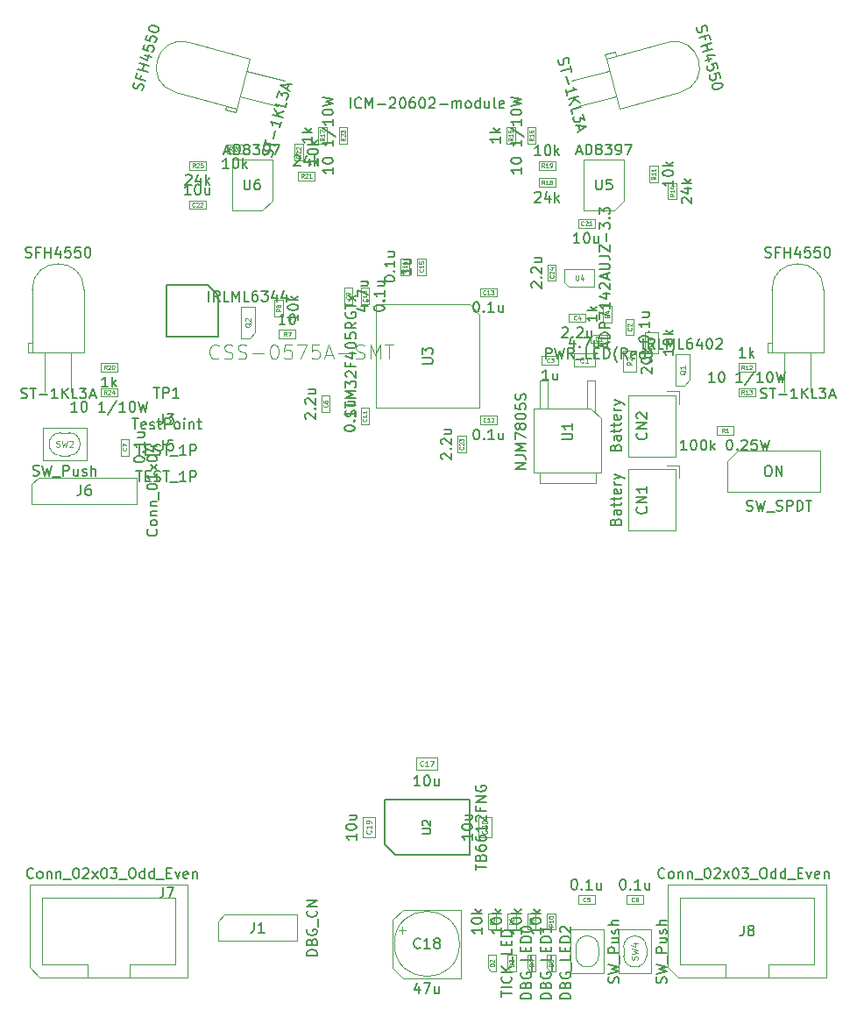
<source format=gbr>
%TF.GenerationSoftware,KiCad,Pcbnew,(5.1.8-0-10_14)*%
%TF.CreationDate,2021-01-24T15:40:33+09:00*%
%TF.ProjectId,Micromouse,4d696372-6f6d-46f7-9573-652e6b696361,rev?*%
%TF.SameCoordinates,Original*%
%TF.FileFunction,Other,Fab,Top*%
%FSLAX46Y46*%
G04 Gerber Fmt 4.6, Leading zero omitted, Abs format (unit mm)*
G04 Created by KiCad (PCBNEW (5.1.8-0-10_14)) date 2021-01-24 15:40:33*
%MOMM*%
%LPD*%
G01*
G04 APERTURE LIST*
%ADD10C,0.100000*%
%ADD11C,0.150000*%
%ADD12C,0.127000*%
%ADD13C,0.075000*%
%ADD14C,0.060000*%
%ADD15C,0.080000*%
%ADD16C,0.015000*%
G04 APERTURE END LIST*
D10*
%TO.C,U4*%
X158332000Y-75533200D02*
X157882000Y-75083200D01*
X157882000Y-73773200D02*
X157882000Y-75083200D01*
X158332000Y-75533200D02*
X160782000Y-75533200D01*
X160782000Y-73773200D02*
X160782000Y-75533200D01*
X157882000Y-73773200D02*
X160782000Y-73773200D01*
%TO.C,CN2*%
X168600000Y-91900000D02*
X168600000Y-86000000D01*
X164100000Y-91900000D02*
X168600000Y-91900000D01*
X164100000Y-86000000D02*
X164100000Y-91900000D01*
X168600000Y-86000000D02*
X164100000Y-86000000D01*
X169010000Y-85590000D02*
X167760000Y-85590000D01*
X169010000Y-86840000D02*
X169010000Y-85590000D01*
%TO.C,U3*%
X148700000Y-77200000D02*
X149700000Y-78200000D01*
X139700000Y-77200000D02*
X148700000Y-77200000D01*
X139700000Y-87200000D02*
X139700000Y-77200000D01*
X149700000Y-87200000D02*
X139700000Y-87200000D01*
X149700000Y-78200000D02*
X149700000Y-87200000D01*
%TO.C,C10*%
X139000000Y-77200000D02*
X138200000Y-77200000D01*
X138200000Y-77200000D02*
X138200000Y-75600000D01*
X138200000Y-75600000D02*
X139000000Y-75600000D01*
X139000000Y-75600000D02*
X139000000Y-77200000D01*
%TO.C,C14*%
X142066400Y-72761000D02*
X142866400Y-72761000D01*
X142866400Y-72761000D02*
X142866400Y-74361000D01*
X142866400Y-74361000D02*
X142066400Y-74361000D01*
X142066400Y-74361000D02*
X142066400Y-72761000D01*
%TO.C,C12*%
X149753760Y-88786980D02*
X149753760Y-87986980D01*
X149753760Y-87986980D02*
X151353760Y-87986980D01*
X151353760Y-87986980D02*
X151353760Y-88786980D01*
X151353760Y-88786980D02*
X149753760Y-88786980D01*
%TO.C,CN1*%
X169010000Y-93990000D02*
X169010000Y-92740000D01*
X169010000Y-92740000D02*
X167760000Y-92740000D01*
X168600000Y-93150000D02*
X164100000Y-93150000D01*
X164100000Y-93150000D02*
X164100000Y-99050000D01*
X164100000Y-99050000D02*
X168600000Y-99050000D01*
X168600000Y-99050000D02*
X168600000Y-93150000D01*
%TO.C,R1*%
X172600000Y-89812500D02*
X172600000Y-88987500D01*
X172600000Y-88987500D02*
X174200000Y-88987500D01*
X174200000Y-88987500D02*
X174200000Y-89812500D01*
X174200000Y-89812500D02*
X172600000Y-89812500D01*
%TO.C,D8*%
X127495570Y-53472359D02*
X121603423Y-51893563D01*
X126201475Y-58301988D02*
X120309328Y-56723192D01*
X127495570Y-53472359D02*
X126201475Y-58301988D01*
X126097948Y-58688359D02*
X125132022Y-58429539D01*
X125132022Y-58429539D02*
X125235549Y-58043169D01*
X125235549Y-58043169D02*
X126201475Y-58301988D01*
X126201475Y-58301988D02*
X126097948Y-58688359D01*
X130857400Y-55646548D02*
X127177223Y-54660448D01*
X127177223Y-54660448D02*
X127177223Y-54660448D01*
X127177223Y-54660448D02*
X130857400Y-55646548D01*
X130857400Y-55646548D02*
X130857400Y-55646548D01*
X130200000Y-58100000D02*
X126519823Y-57113899D01*
X126519823Y-57113899D02*
X126519823Y-57113899D01*
X126519823Y-57113899D02*
X130200000Y-58100000D01*
X130200000Y-58100000D02*
X130200000Y-58100000D01*
X120309327Y-56723191D02*
G75*
G02*
X121603423Y-51893563I647048J2414814D01*
G01*
%TO.C,D9*%
X111470000Y-81890000D02*
X111470000Y-75790000D01*
X106470000Y-81890000D02*
X106470000Y-75790000D01*
X111470000Y-81890000D02*
X106470000Y-81890000D01*
X106070000Y-81890000D02*
X106070000Y-80890000D01*
X106070000Y-80890000D02*
X106470000Y-80890000D01*
X106470000Y-80890000D02*
X106470000Y-81890000D01*
X106470000Y-81890000D02*
X106070000Y-81890000D01*
X110240000Y-85700000D02*
X110240000Y-81890000D01*
X110240000Y-81890000D02*
X110240000Y-81890000D01*
X110240000Y-81890000D02*
X110240000Y-85700000D01*
X110240000Y-85700000D02*
X110240000Y-85700000D01*
X107700000Y-85700000D02*
X107700000Y-81890000D01*
X107700000Y-81890000D02*
X107700000Y-81890000D01*
X107700000Y-81890000D02*
X107700000Y-85700000D01*
X107700000Y-85700000D02*
X107700000Y-85700000D01*
X106470000Y-75790000D02*
G75*
G02*
X111470000Y-75790000I2500000J0D01*
G01*
%TO.C,Q1*%
X170000000Y-84500000D02*
X170000000Y-82050000D01*
X169450000Y-85070000D02*
X168600000Y-85070000D01*
X170000000Y-84500000D02*
X169450000Y-85070000D01*
X168600000Y-85070000D02*
X168600000Y-82030000D01*
X170000000Y-82030000D02*
X168600000Y-82030000D01*
D11*
%TO.C,U2*%
X140500000Y-129350000D02*
X140500000Y-125050000D01*
X140500000Y-125050000D02*
X148700000Y-125050000D01*
X148700000Y-125050000D02*
X148700000Y-130350000D01*
X148700000Y-130350000D02*
X141500000Y-130350000D01*
X141500000Y-130350000D02*
X140500000Y-129350000D01*
D10*
%TO.C,J7*%
X115890000Y-140980000D02*
X115890000Y-142180000D01*
X115890000Y-140980000D02*
X115890000Y-140980000D01*
X120290000Y-140980000D02*
X115890000Y-140980000D01*
X120290000Y-134480000D02*
X120290000Y-140980000D01*
X107390000Y-134480000D02*
X120290000Y-134480000D01*
X107390000Y-140980000D02*
X107390000Y-134480000D01*
X111790000Y-140980000D02*
X107390000Y-140980000D01*
X111790000Y-142180000D02*
X111790000Y-140980000D01*
X121480000Y-142180000D02*
X107200000Y-142180000D01*
X121480000Y-133280000D02*
X121480000Y-142180000D01*
X106200000Y-133280000D02*
X121480000Y-133280000D01*
X106200000Y-141180000D02*
X106200000Y-133280000D01*
X107200000Y-142180000D02*
X106200000Y-141180000D01*
%TO.C,J8*%
X177590000Y-140980000D02*
X177590000Y-142180000D01*
X177590000Y-140980000D02*
X177590000Y-140980000D01*
X181990000Y-140980000D02*
X177590000Y-140980000D01*
X181990000Y-134480000D02*
X181990000Y-140980000D01*
X169090000Y-134480000D02*
X181990000Y-134480000D01*
X169090000Y-140980000D02*
X169090000Y-134480000D01*
X173490000Y-140980000D02*
X169090000Y-140980000D01*
X173490000Y-142180000D02*
X173490000Y-140980000D01*
X183180000Y-142180000D02*
X168900000Y-142180000D01*
X183180000Y-133280000D02*
X183180000Y-142180000D01*
X167900000Y-133280000D02*
X183180000Y-133280000D01*
X167900000Y-141180000D02*
X167900000Y-133280000D01*
X168900000Y-142180000D02*
X167900000Y-141180000D01*
%TO.C,SW3*%
X161694000Y-137600000D02*
X158494000Y-137600000D01*
X158494000Y-137600000D02*
X158494000Y-141800000D01*
X158494000Y-141800000D02*
X161694000Y-141800000D01*
X161694000Y-141800000D02*
X161694000Y-137600000D01*
X158994000Y-140100000D02*
X158994000Y-139300000D01*
X161194000Y-139300000D02*
X161194000Y-140100000D01*
X161194000Y-139300000D02*
G75*
G03*
X158994000Y-139300000I-1100000J0D01*
G01*
X158994000Y-140100000D02*
G75*
G03*
X161194000Y-140100000I1100000J0D01*
G01*
%TO.C,U5*%
X162675000Y-68150000D02*
X159750000Y-68150000D01*
X159750000Y-68150000D02*
X159750000Y-63250000D01*
X159750000Y-63250000D02*
X163650000Y-63250000D01*
X163650000Y-63250000D02*
X163650000Y-67175000D01*
X163650000Y-67175000D02*
X162675000Y-68150000D01*
%TO.C,U6*%
X129650000Y-67175000D02*
X128675000Y-68150000D01*
X129650000Y-63250000D02*
X129650000Y-67175000D01*
X125750000Y-63250000D02*
X129650000Y-63250000D01*
X125750000Y-68150000D02*
X125750000Y-63250000D01*
X128675000Y-68150000D02*
X125750000Y-68150000D01*
%TO.C,D7*%
X158542600Y-55646548D02*
X158542600Y-55646548D01*
X162222777Y-54660448D02*
X158542600Y-55646548D01*
X162222777Y-54660448D02*
X162222777Y-54660448D01*
X158542600Y-55646548D02*
X162222777Y-54660448D01*
X159200000Y-58100000D02*
X159200000Y-58100000D01*
X162880177Y-57113899D02*
X159200000Y-58100000D01*
X162880177Y-57113899D02*
X162880177Y-57113899D01*
X159200000Y-58100000D02*
X162880177Y-57113899D01*
X161904430Y-53472359D02*
X161800902Y-53085989D01*
X162870355Y-53213540D02*
X161904430Y-53472359D01*
X162766828Y-52827170D02*
X162870355Y-53213540D01*
X161800902Y-53085989D02*
X162766828Y-52827170D01*
X163198525Y-58301988D02*
X161904430Y-53472359D01*
X161904430Y-53472359D02*
X167796577Y-51893563D01*
X163198525Y-58301988D02*
X169090672Y-56723192D01*
X167796578Y-51893562D02*
G75*
G02*
X169090672Y-56723192I647047J-2414815D01*
G01*
%TO.C,D6*%
X179160000Y-85700000D02*
X179160000Y-85700000D01*
X179160000Y-81890000D02*
X179160000Y-85700000D01*
X179160000Y-81890000D02*
X179160000Y-81890000D01*
X179160000Y-85700000D02*
X179160000Y-81890000D01*
X181700000Y-85700000D02*
X181700000Y-85700000D01*
X181700000Y-81890000D02*
X181700000Y-85700000D01*
X181700000Y-81890000D02*
X181700000Y-81890000D01*
X181700000Y-85700000D02*
X181700000Y-81890000D01*
X177930000Y-81890000D02*
X177530000Y-81890000D01*
X177930000Y-80890000D02*
X177930000Y-81890000D01*
X177530000Y-80890000D02*
X177930000Y-80890000D01*
X177530000Y-81890000D02*
X177530000Y-80890000D01*
X182930000Y-81890000D02*
X177930000Y-81890000D01*
X177930000Y-81890000D02*
X177930000Y-75790000D01*
X182930000Y-81890000D02*
X182930000Y-75790000D01*
X177930000Y-75790000D02*
G75*
G02*
X182930000Y-75790000I2500000J0D01*
G01*
%TO.C,U1*%
X155545000Y-84530000D02*
X155545000Y-87230000D01*
X156295000Y-84530000D02*
X155545000Y-84530000D01*
X156295000Y-87230000D02*
X156295000Y-84530000D01*
X160105000Y-84530000D02*
X160105000Y-87230000D01*
X160855000Y-84530000D02*
X160105000Y-84530000D01*
X160855000Y-87635000D02*
X160855000Y-84530000D01*
X161450000Y-88230000D02*
X161450000Y-93450000D01*
X160450000Y-87230000D02*
X161450000Y-88230000D01*
X154950000Y-87230000D02*
X160450000Y-87230000D01*
X154950000Y-93450000D02*
X154950000Y-87230000D01*
X161450000Y-93450000D02*
X154950000Y-93450000D01*
X155500000Y-94450000D02*
X155500000Y-93450000D01*
X160900000Y-94450000D02*
X155500000Y-94450000D01*
X160900000Y-93450000D02*
X160900000Y-94450000D01*
%TO.C,SW4*%
X166300000Y-137600000D02*
X163100000Y-137600000D01*
X163100000Y-137600000D02*
X163100000Y-141800000D01*
X163100000Y-141800000D02*
X166300000Y-141800000D01*
X166300000Y-141800000D02*
X166300000Y-137600000D01*
X163600000Y-140100000D02*
X163600000Y-139300000D01*
X165800000Y-139300000D02*
X165800000Y-140100000D01*
X165800000Y-139300000D02*
G75*
G03*
X163600000Y-139300000I-1100000J0D01*
G01*
X163600000Y-140100000D02*
G75*
G03*
X165800000Y-140100000I1100000J0D01*
G01*
%TO.C,SW2*%
X111700000Y-92300000D02*
X111700000Y-89100000D01*
X111700000Y-89100000D02*
X107500000Y-89100000D01*
X107500000Y-89100000D02*
X107500000Y-92300000D01*
X107500000Y-92300000D02*
X111700000Y-92300000D01*
X109200000Y-89600000D02*
X110000000Y-89600000D01*
X110000000Y-91800000D02*
X109200000Y-91800000D01*
X110000000Y-91800000D02*
G75*
G03*
X110000000Y-89600000I0J1100000D01*
G01*
X109200000Y-89600000D02*
G75*
G03*
X109200000Y-91800000I0J-1100000D01*
G01*
%TO.C,ON*%
X174600000Y-91350000D02*
X182600000Y-91350000D01*
X182600000Y-91350000D02*
X182600000Y-95350000D01*
X182600000Y-95350000D02*
X173600000Y-95350000D01*
X173600000Y-95350000D02*
X173600000Y-92350000D01*
X174600000Y-91350000D02*
X173600000Y-92350000D01*
%TO.C,R26*%
X125247840Y-62599380D02*
X125247840Y-61774380D01*
X125247840Y-61774380D02*
X126847840Y-61774380D01*
X126847840Y-61774380D02*
X126847840Y-62599380D01*
X126847840Y-62599380D02*
X125247840Y-62599380D01*
%TO.C,R25*%
X121651200Y-64207200D02*
X121651200Y-63382200D01*
X121651200Y-63382200D02*
X123251200Y-63382200D01*
X123251200Y-63382200D02*
X123251200Y-64207200D01*
X123251200Y-64207200D02*
X121651200Y-64207200D01*
%TO.C,R24*%
X113100000Y-86112500D02*
X113100000Y-85287500D01*
X113100000Y-85287500D02*
X114700000Y-85287500D01*
X114700000Y-85287500D02*
X114700000Y-86112500D01*
X114700000Y-86112500D02*
X113100000Y-86112500D01*
%TO.C,R23*%
X136087500Y-60100000D02*
X136912500Y-60100000D01*
X136912500Y-60100000D02*
X136912500Y-61700000D01*
X136912500Y-61700000D02*
X136087500Y-61700000D01*
X136087500Y-61700000D02*
X136087500Y-60100000D01*
%TO.C,R22*%
X132612500Y-63337400D02*
X131787500Y-63337400D01*
X131787500Y-63337400D02*
X131787500Y-61737400D01*
X131787500Y-61737400D02*
X132612500Y-61737400D01*
X132612500Y-61737400D02*
X132612500Y-63337400D01*
%TO.C,R21*%
X133754100Y-64398200D02*
X133754100Y-65223200D01*
X133754100Y-65223200D02*
X132154100Y-65223200D01*
X132154100Y-65223200D02*
X132154100Y-64398200D01*
X132154100Y-64398200D02*
X133754100Y-64398200D01*
%TO.C,R20*%
X113100000Y-83712500D02*
X113100000Y-82887500D01*
X113100000Y-82887500D02*
X114700000Y-82887500D01*
X114700000Y-82887500D02*
X114700000Y-83712500D01*
X114700000Y-83712500D02*
X113100000Y-83712500D01*
%TO.C,R19*%
X157000000Y-63387500D02*
X157000000Y-64212500D01*
X157000000Y-64212500D02*
X155400000Y-64212500D01*
X155400000Y-64212500D02*
X155400000Y-63387500D01*
X155400000Y-63387500D02*
X157000000Y-63387500D01*
%TO.C,R18*%
X155400000Y-65862500D02*
X155400000Y-65037500D01*
X155400000Y-65037500D02*
X157000000Y-65037500D01*
X157000000Y-65037500D02*
X157000000Y-65862500D01*
X157000000Y-65862500D02*
X155400000Y-65862500D01*
%TO.C,R17*%
X134087500Y-60100000D02*
X134912500Y-60100000D01*
X134912500Y-60100000D02*
X134912500Y-61700000D01*
X134912500Y-61700000D02*
X134087500Y-61700000D01*
X134087500Y-61700000D02*
X134087500Y-60100000D01*
%TO.C,R16*%
X154287500Y-60100000D02*
X155112500Y-60100000D01*
X155112500Y-60100000D02*
X155112500Y-61700000D01*
X155112500Y-61700000D02*
X154287500Y-61700000D01*
X154287500Y-61700000D02*
X154287500Y-60100000D01*
%TO.C,R15*%
X152287500Y-60100000D02*
X153112500Y-60100000D01*
X153112500Y-60100000D02*
X153112500Y-61700000D01*
X153112500Y-61700000D02*
X152287500Y-61700000D01*
X152287500Y-61700000D02*
X152287500Y-60100000D01*
%TO.C,R14*%
X168712500Y-67071200D02*
X167887500Y-67071200D01*
X167887500Y-67071200D02*
X167887500Y-65471200D01*
X167887500Y-65471200D02*
X168712500Y-65471200D01*
X168712500Y-65471200D02*
X168712500Y-67071200D01*
%TO.C,R13*%
X176300000Y-85287500D02*
X176300000Y-86112500D01*
X176300000Y-86112500D02*
X174700000Y-86112500D01*
X174700000Y-86112500D02*
X174700000Y-85287500D01*
X174700000Y-85287500D02*
X176300000Y-85287500D01*
%TO.C,R12*%
X176300000Y-82887500D02*
X176300000Y-83712500D01*
X176300000Y-83712500D02*
X174700000Y-83712500D01*
X174700000Y-83712500D02*
X174700000Y-82887500D01*
X174700000Y-82887500D02*
X176300000Y-82887500D01*
%TO.C,R11*%
X166912500Y-65420200D02*
X166087500Y-65420200D01*
X166087500Y-65420200D02*
X166087500Y-63820200D01*
X166087500Y-63820200D02*
X166912500Y-63820200D01*
X166912500Y-63820200D02*
X166912500Y-65420200D01*
%TO.C,R10*%
X156187500Y-136000000D02*
X157012500Y-136000000D01*
X157012500Y-136000000D02*
X157012500Y-137600000D01*
X157012500Y-137600000D02*
X156187500Y-137600000D01*
X156187500Y-137600000D02*
X156187500Y-136000000D01*
%TO.C,R9*%
X154287500Y-136000000D02*
X155112500Y-136000000D01*
X155112500Y-136000000D02*
X155112500Y-137600000D01*
X155112500Y-137600000D02*
X154287500Y-137600000D01*
X154287500Y-137600000D02*
X154287500Y-136000000D01*
%TO.C,R8*%
X130686900Y-78374200D02*
X129861900Y-78374200D01*
X129861900Y-78374200D02*
X129861900Y-76774200D01*
X129861900Y-76774200D02*
X130686900Y-76774200D01*
X130686900Y-76774200D02*
X130686900Y-78374200D01*
%TO.C,R7*%
X131900000Y-79687500D02*
X131900000Y-80512500D01*
X131900000Y-80512500D02*
X130300000Y-80512500D01*
X130300000Y-80512500D02*
X130300000Y-79687500D01*
X130300000Y-79687500D02*
X131900000Y-79687500D01*
%TO.C,R6*%
X152387500Y-137600000D02*
X152387500Y-136000000D01*
X153212500Y-137600000D02*
X152387500Y-137600000D01*
X153212500Y-136000000D02*
X153212500Y-137600000D01*
X152387500Y-136000000D02*
X153212500Y-136000000D01*
%TO.C,R5*%
X150487500Y-136000000D02*
X151312500Y-136000000D01*
X151312500Y-136000000D02*
X151312500Y-137600000D01*
X151312500Y-137600000D02*
X150487500Y-137600000D01*
X150487500Y-137600000D02*
X150487500Y-136000000D01*
%TO.C,R4*%
X161611900Y-77333500D02*
X162436900Y-77333500D01*
X162436900Y-77333500D02*
X162436900Y-78933500D01*
X162436900Y-78933500D02*
X161611900Y-78933500D01*
X161611900Y-78933500D02*
X161611900Y-77333500D01*
%TO.C,R3*%
X166925000Y-81900000D02*
X165675000Y-81900000D01*
X165675000Y-81900000D02*
X165675000Y-79900000D01*
X165675000Y-79900000D02*
X166925000Y-79900000D01*
X166925000Y-79900000D02*
X166925000Y-81900000D01*
%TO.C,R2*%
X164825000Y-83700000D02*
X163575000Y-83700000D01*
X163575000Y-83700000D02*
X163575000Y-81700000D01*
X163575000Y-81700000D02*
X164825000Y-81700000D01*
X164825000Y-81700000D02*
X164825000Y-83700000D01*
%TO.C,Q2*%
X128000000Y-79900000D02*
X128000000Y-77450000D01*
X127450000Y-80470000D02*
X126600000Y-80470000D01*
X128000000Y-79900000D02*
X127450000Y-80470000D01*
X126600000Y-80470000D02*
X126600000Y-77430000D01*
X128000000Y-77430000D02*
X126600000Y-77430000D01*
D12*
%TO.C,LS1*%
X123450000Y-75350000D02*
X124450000Y-76350000D01*
X119450000Y-75350000D02*
X123450000Y-75350000D01*
X119450000Y-80350000D02*
X119450000Y-75350000D01*
X124450000Y-80350000D02*
X119450000Y-80350000D01*
X124450000Y-76350000D02*
X124450000Y-80350000D01*
D10*
%TO.C,J6*%
X106430000Y-96470000D02*
X106430000Y-94565000D01*
X106430000Y-94565000D02*
X107065000Y-93930000D01*
X107065000Y-93930000D02*
X116590000Y-93930000D01*
X116590000Y-93930000D02*
X116590000Y-96470000D01*
X116590000Y-96470000D02*
X106430000Y-96470000D01*
%TO.C,J1*%
X124430000Y-138695000D02*
X124430000Y-136790000D01*
X124430000Y-136790000D02*
X125065000Y-136155000D01*
X125065000Y-136155000D02*
X132050000Y-136155000D01*
X132050000Y-136155000D02*
X132050000Y-138695000D01*
X132050000Y-138695000D02*
X124430000Y-138695000D01*
%TO.C,D5*%
X156200000Y-140000000D02*
X156200000Y-141300000D01*
X156200000Y-141300000D02*
X156500000Y-141600000D01*
X156500000Y-141600000D02*
X157000000Y-141600000D01*
X157000000Y-141600000D02*
X157000000Y-140000000D01*
X157000000Y-140000000D02*
X156200000Y-140000000D01*
%TO.C,D4*%
X154300000Y-140000000D02*
X154300000Y-141300000D01*
X154300000Y-141300000D02*
X154600000Y-141600000D01*
X154600000Y-141600000D02*
X155100000Y-141600000D01*
X155100000Y-141600000D02*
X155100000Y-140000000D01*
X155100000Y-140000000D02*
X154300000Y-140000000D01*
%TO.C,D3*%
X152400000Y-140000000D02*
X152400000Y-141300000D01*
X152400000Y-141300000D02*
X152700000Y-141600000D01*
X152700000Y-141600000D02*
X153200000Y-141600000D01*
X153200000Y-141600000D02*
X153200000Y-140000000D01*
X153200000Y-140000000D02*
X152400000Y-140000000D01*
%TO.C,D2*%
X150500000Y-140007500D02*
X150500000Y-141307500D01*
X150500000Y-141307500D02*
X150800000Y-141607500D01*
X150800000Y-141607500D02*
X151300000Y-141607500D01*
X151300000Y-141607500D02*
X151300000Y-140007500D01*
X151300000Y-140007500D02*
X150500000Y-140007500D01*
%TO.C,D1*%
X162000000Y-80150000D02*
X160700000Y-80150000D01*
X160700000Y-80150000D02*
X160400000Y-80450000D01*
X160400000Y-80450000D02*
X160400000Y-80950000D01*
X160400000Y-80950000D02*
X162000000Y-80950000D01*
X162000000Y-80950000D02*
X162000000Y-80150000D01*
%TO.C,C24*%
X156265000Y-73345200D02*
X157065000Y-73345200D01*
X157065000Y-73345200D02*
X157065000Y-74945200D01*
X157065000Y-74945200D02*
X156265000Y-74945200D01*
X156265000Y-74945200D02*
X156265000Y-73345200D01*
%TO.C,C23*%
X147552800Y-89906000D02*
X148352800Y-89906000D01*
X148352800Y-89906000D02*
X148352800Y-91506000D01*
X148352800Y-91506000D02*
X147552800Y-91506000D01*
X147552800Y-91506000D02*
X147552800Y-89906000D01*
%TO.C,C22*%
X123238500Y-67204700D02*
X123238500Y-68004700D01*
X123238500Y-68004700D02*
X121638500Y-68004700D01*
X121638500Y-68004700D02*
X121638500Y-67204700D01*
X121638500Y-67204700D02*
X123238500Y-67204700D01*
%TO.C,C21*%
X159200000Y-69800000D02*
X159200000Y-69000000D01*
X159200000Y-69000000D02*
X160800000Y-69000000D01*
X160800000Y-69000000D02*
X160800000Y-69800000D01*
X160800000Y-69800000D02*
X159200000Y-69800000D01*
%TO.C,C20*%
X149575000Y-126700000D02*
X150825000Y-126700000D01*
X150825000Y-126700000D02*
X150825000Y-128700000D01*
X150825000Y-128700000D02*
X149575000Y-128700000D01*
X149575000Y-128700000D02*
X149575000Y-126700000D01*
%TO.C,C19*%
X138375000Y-126700000D02*
X139625000Y-126700000D01*
X139625000Y-126700000D02*
X139625000Y-128700000D01*
X139625000Y-128700000D02*
X138375000Y-128700000D01*
X138375000Y-128700000D02*
X138375000Y-126700000D01*
%TO.C,C18*%
X147750000Y-138966000D02*
G75*
G03*
X147750000Y-138966000I-3150000J0D01*
G01*
X147900000Y-135666000D02*
X147900000Y-142266000D01*
X142300000Y-135666000D02*
X147900000Y-135666000D01*
X142300000Y-142266000D02*
X147900000Y-142266000D01*
X141300000Y-136666000D02*
X141300000Y-141266000D01*
X141300000Y-136666000D02*
X142300000Y-135666000D01*
X141300000Y-141266000D02*
X142300000Y-142266000D01*
X141895162Y-137636000D02*
X142525162Y-137636000D01*
X142210162Y-137321000D02*
X142210162Y-137951000D01*
%TO.C,C17*%
X143574600Y-122192000D02*
X143574600Y-120942000D01*
X143574600Y-120942000D02*
X145574600Y-120942000D01*
X145574600Y-120942000D02*
X145574600Y-122192000D01*
X145574600Y-122192000D02*
X143574600Y-122192000D01*
%TO.C,C15*%
X143666600Y-72761000D02*
X144466600Y-72761000D01*
X144466600Y-72761000D02*
X144466600Y-74361000D01*
X144466600Y-74361000D02*
X143666600Y-74361000D01*
X143666600Y-74361000D02*
X143666600Y-72761000D01*
%TO.C,C13*%
X149735980Y-76462900D02*
X149735980Y-75662900D01*
X149735980Y-75662900D02*
X151335980Y-75662900D01*
X151335980Y-75662900D02*
X151335980Y-76462900D01*
X151335980Y-76462900D02*
X149735980Y-76462900D01*
%TO.C,C11*%
X138200000Y-87200000D02*
X139000000Y-87200000D01*
X139000000Y-87200000D02*
X139000000Y-88800000D01*
X139000000Y-88800000D02*
X138200000Y-88800000D01*
X138200000Y-88800000D02*
X138200000Y-87200000D01*
%TO.C,C9*%
X137400000Y-77200000D02*
X136600000Y-77200000D01*
X136600000Y-77200000D02*
X136600000Y-75600000D01*
X136600000Y-75600000D02*
X137400000Y-75600000D01*
X137400000Y-75600000D02*
X137400000Y-77200000D01*
%TO.C,C8*%
X165500000Y-134300000D02*
X165500000Y-135100000D01*
X165500000Y-135100000D02*
X163900000Y-135100000D01*
X163900000Y-135100000D02*
X163900000Y-134300000D01*
X163900000Y-134300000D02*
X165500000Y-134300000D01*
%TO.C,C7*%
X115800000Y-91800000D02*
X115000000Y-91800000D01*
X115000000Y-91800000D02*
X115000000Y-90200000D01*
X115000000Y-90200000D02*
X115800000Y-90200000D01*
X115800000Y-90200000D02*
X115800000Y-91800000D01*
%TO.C,C6*%
X134421000Y-86019800D02*
X135221000Y-86019800D01*
X135221000Y-86019800D02*
X135221000Y-87619800D01*
X135221000Y-87619800D02*
X134421000Y-87619800D01*
X134421000Y-87619800D02*
X134421000Y-86019800D01*
%TO.C,C5*%
X160800000Y-134300000D02*
X160800000Y-135100000D01*
X160800000Y-135100000D02*
X159200000Y-135100000D01*
X159200000Y-135100000D02*
X159200000Y-134300000D01*
X159200000Y-134300000D02*
X160800000Y-134300000D01*
%TO.C,C4*%
X158328800Y-78914000D02*
X158328800Y-78114000D01*
X158328800Y-78114000D02*
X159928800Y-78114000D01*
X159928800Y-78114000D02*
X159928800Y-78914000D01*
X159928800Y-78914000D02*
X158328800Y-78914000D01*
%TO.C,C3*%
X155712600Y-83028800D02*
X155712600Y-82228800D01*
X155712600Y-82228800D02*
X157312600Y-82228800D01*
X157312600Y-82228800D02*
X157312600Y-83028800D01*
X157312600Y-83028800D02*
X155712600Y-83028800D01*
%TO.C,C2*%
X164600000Y-80200000D02*
X163800000Y-80200000D01*
X163800000Y-80200000D02*
X163800000Y-78600000D01*
X163800000Y-78600000D02*
X164600000Y-78600000D01*
X164600000Y-78600000D02*
X164600000Y-80200000D01*
%TO.C,C1*%
X160800000Y-81975000D02*
X160800000Y-83225000D01*
X160800000Y-83225000D02*
X158800000Y-83225000D01*
X158800000Y-83225000D02*
X158800000Y-81975000D01*
X158800000Y-81975000D02*
X160800000Y-81975000D01*
%TD*%
%TO.C,U4*%
D11*
X161998666Y-81415104D02*
X161998666Y-80938914D01*
X162284380Y-81510342D02*
X161284380Y-81177009D01*
X162284380Y-80843676D01*
X162284380Y-80510342D02*
X161284380Y-80510342D01*
X161284380Y-80272247D01*
X161332000Y-80129390D01*
X161427238Y-80034152D01*
X161522476Y-79986533D01*
X161712952Y-79938914D01*
X161855809Y-79938914D01*
X162046285Y-79986533D01*
X162141523Y-80034152D01*
X162236761Y-80129390D01*
X162284380Y-80272247D01*
X162284380Y-80510342D01*
X162284380Y-79510342D02*
X161284380Y-79510342D01*
X161284380Y-79129390D01*
X161332000Y-79034152D01*
X161379619Y-78986533D01*
X161474857Y-78938914D01*
X161617714Y-78938914D01*
X161712952Y-78986533D01*
X161760571Y-79034152D01*
X161808190Y-79129390D01*
X161808190Y-79510342D01*
X161284380Y-78605580D02*
X161284380Y-77938914D01*
X162284380Y-78367485D01*
X162284380Y-77034152D02*
X162284380Y-77605580D01*
X162284380Y-77319866D02*
X161284380Y-77319866D01*
X161427238Y-77415104D01*
X161522476Y-77510342D01*
X161570095Y-77605580D01*
X161617714Y-76177009D02*
X162284380Y-76177009D01*
X161236761Y-76415104D02*
X161951047Y-76653200D01*
X161951047Y-76034152D01*
X161379619Y-75700819D02*
X161332000Y-75653200D01*
X161284380Y-75557961D01*
X161284380Y-75319866D01*
X161332000Y-75224628D01*
X161379619Y-75177009D01*
X161474857Y-75129390D01*
X161570095Y-75129390D01*
X161712952Y-75177009D01*
X162284380Y-75748438D01*
X162284380Y-75129390D01*
X161998666Y-74748438D02*
X161998666Y-74272247D01*
X162284380Y-74843676D02*
X161284380Y-74510342D01*
X162284380Y-74177009D01*
X161284380Y-73843676D02*
X162093904Y-73843676D01*
X162189142Y-73796057D01*
X162236761Y-73748438D01*
X162284380Y-73653200D01*
X162284380Y-73462723D01*
X162236761Y-73367485D01*
X162189142Y-73319866D01*
X162093904Y-73272247D01*
X161284380Y-73272247D01*
X161284380Y-72510342D02*
X161998666Y-72510342D01*
X162141523Y-72557961D01*
X162236761Y-72653200D01*
X162284380Y-72796057D01*
X162284380Y-72891295D01*
X161284380Y-72129390D02*
X161284380Y-71462723D01*
X162284380Y-72129390D01*
X162284380Y-71462723D01*
X161903428Y-71081771D02*
X161903428Y-70319866D01*
X161284380Y-69938914D02*
X161284380Y-69319866D01*
X161665333Y-69653200D01*
X161665333Y-69510342D01*
X161712952Y-69415104D01*
X161760571Y-69367485D01*
X161855809Y-69319866D01*
X162093904Y-69319866D01*
X162189142Y-69367485D01*
X162236761Y-69415104D01*
X162284380Y-69510342D01*
X162284380Y-69796057D01*
X162236761Y-69891295D01*
X162189142Y-69938914D01*
X162189142Y-68891295D02*
X162236761Y-68843676D01*
X162284380Y-68891295D01*
X162236761Y-68938914D01*
X162189142Y-68891295D01*
X162284380Y-68891295D01*
X161284380Y-68510342D02*
X161284380Y-67891295D01*
X161665333Y-68224628D01*
X161665333Y-68081771D01*
X161712952Y-67986533D01*
X161760571Y-67938914D01*
X161855809Y-67891295D01*
X162093904Y-67891295D01*
X162189142Y-67938914D01*
X162236761Y-67986533D01*
X162284380Y-68081771D01*
X162284380Y-68367485D01*
X162236761Y-68462723D01*
X162189142Y-68510342D01*
D13*
X158951047Y-74379390D02*
X158951047Y-74784152D01*
X158974857Y-74831771D01*
X158998666Y-74855580D01*
X159046285Y-74879390D01*
X159141523Y-74879390D01*
X159189142Y-74855580D01*
X159212952Y-74831771D01*
X159236761Y-74784152D01*
X159236761Y-74379390D01*
X159689142Y-74546057D02*
X159689142Y-74879390D01*
X159570095Y-74355580D02*
X159451047Y-74712723D01*
X159760571Y-74712723D01*
%TO.C,TP1*%
D11*
X116120666Y-88228580D02*
X116692095Y-88228580D01*
X116406380Y-89228580D02*
X116406380Y-88228580D01*
X117406380Y-89180961D02*
X117311142Y-89228580D01*
X117120666Y-89228580D01*
X117025428Y-89180961D01*
X116977809Y-89085723D01*
X116977809Y-88704771D01*
X117025428Y-88609533D01*
X117120666Y-88561914D01*
X117311142Y-88561914D01*
X117406380Y-88609533D01*
X117454000Y-88704771D01*
X117454000Y-88800009D01*
X116977809Y-88895247D01*
X117834952Y-89180961D02*
X117930190Y-89228580D01*
X118120666Y-89228580D01*
X118215904Y-89180961D01*
X118263523Y-89085723D01*
X118263523Y-89038104D01*
X118215904Y-88942866D01*
X118120666Y-88895247D01*
X117977809Y-88895247D01*
X117882571Y-88847628D01*
X117834952Y-88752390D01*
X117834952Y-88704771D01*
X117882571Y-88609533D01*
X117977809Y-88561914D01*
X118120666Y-88561914D01*
X118215904Y-88609533D01*
X118549238Y-88561914D02*
X118930190Y-88561914D01*
X118692095Y-88228580D02*
X118692095Y-89085723D01*
X118739714Y-89180961D01*
X118834952Y-89228580D01*
X118930190Y-89228580D01*
X119263523Y-89228580D02*
X119263523Y-88228580D01*
X119644476Y-88228580D01*
X119739714Y-88276200D01*
X119787333Y-88323819D01*
X119834952Y-88419057D01*
X119834952Y-88561914D01*
X119787333Y-88657152D01*
X119739714Y-88704771D01*
X119644476Y-88752390D01*
X119263523Y-88752390D01*
X120406380Y-89228580D02*
X120311142Y-89180961D01*
X120263523Y-89133342D01*
X120215904Y-89038104D01*
X120215904Y-88752390D01*
X120263523Y-88657152D01*
X120311142Y-88609533D01*
X120406380Y-88561914D01*
X120549238Y-88561914D01*
X120644476Y-88609533D01*
X120692095Y-88657152D01*
X120739714Y-88752390D01*
X120739714Y-89038104D01*
X120692095Y-89133342D01*
X120644476Y-89180961D01*
X120549238Y-89228580D01*
X120406380Y-89228580D01*
X121168285Y-89228580D02*
X121168285Y-88561914D01*
X121168285Y-88228580D02*
X121120666Y-88276200D01*
X121168285Y-88323819D01*
X121215904Y-88276200D01*
X121168285Y-88228580D01*
X121168285Y-88323819D01*
X121644476Y-88561914D02*
X121644476Y-89228580D01*
X121644476Y-88657152D02*
X121692095Y-88609533D01*
X121787333Y-88561914D01*
X121930190Y-88561914D01*
X122025428Y-88609533D01*
X122073047Y-88704771D01*
X122073047Y-89228580D01*
X122406380Y-88561914D02*
X122787333Y-88561914D01*
X122549238Y-88228580D02*
X122549238Y-89085723D01*
X122596857Y-89180961D01*
X122692095Y-89228580D01*
X122787333Y-89228580D01*
X118192095Y-85228580D02*
X118763523Y-85228580D01*
X118477809Y-86228580D02*
X118477809Y-85228580D01*
X119096857Y-86228580D02*
X119096857Y-85228580D01*
X119477809Y-85228580D01*
X119573047Y-85276200D01*
X119620666Y-85323819D01*
X119668285Y-85419057D01*
X119668285Y-85561914D01*
X119620666Y-85657152D01*
X119573047Y-85704771D01*
X119477809Y-85752390D01*
X119096857Y-85752390D01*
X120620666Y-86228580D02*
X120049238Y-86228580D01*
X120334952Y-86228580D02*
X120334952Y-85228580D01*
X120239714Y-85371438D01*
X120144476Y-85466676D01*
X120049238Y-85514295D01*
%TO.C,CN2*%
X162828571Y-91021428D02*
X162876190Y-90878571D01*
X162923809Y-90830952D01*
X163019047Y-90783333D01*
X163161904Y-90783333D01*
X163257142Y-90830952D01*
X163304761Y-90878571D01*
X163352380Y-90973809D01*
X163352380Y-91354761D01*
X162352380Y-91354761D01*
X162352380Y-91021428D01*
X162400000Y-90926190D01*
X162447619Y-90878571D01*
X162542857Y-90830952D01*
X162638095Y-90830952D01*
X162733333Y-90878571D01*
X162780952Y-90926190D01*
X162828571Y-91021428D01*
X162828571Y-91354761D01*
X163352380Y-89926190D02*
X162828571Y-89926190D01*
X162733333Y-89973809D01*
X162685714Y-90069047D01*
X162685714Y-90259523D01*
X162733333Y-90354761D01*
X163304761Y-89926190D02*
X163352380Y-90021428D01*
X163352380Y-90259523D01*
X163304761Y-90354761D01*
X163209523Y-90402380D01*
X163114285Y-90402380D01*
X163019047Y-90354761D01*
X162971428Y-90259523D01*
X162971428Y-90021428D01*
X162923809Y-89926190D01*
X162685714Y-89592857D02*
X162685714Y-89211904D01*
X162352380Y-89450000D02*
X163209523Y-89450000D01*
X163304761Y-89402380D01*
X163352380Y-89307142D01*
X163352380Y-89211904D01*
X162685714Y-89021428D02*
X162685714Y-88640476D01*
X162352380Y-88878571D02*
X163209523Y-88878571D01*
X163304761Y-88830952D01*
X163352380Y-88735714D01*
X163352380Y-88640476D01*
X163304761Y-87926190D02*
X163352380Y-88021428D01*
X163352380Y-88211904D01*
X163304761Y-88307142D01*
X163209523Y-88354761D01*
X162828571Y-88354761D01*
X162733333Y-88307142D01*
X162685714Y-88211904D01*
X162685714Y-88021428D01*
X162733333Y-87926190D01*
X162828571Y-87878571D01*
X162923809Y-87878571D01*
X163019047Y-88354761D01*
X163352380Y-87450000D02*
X162685714Y-87450000D01*
X162876190Y-87450000D02*
X162780952Y-87402380D01*
X162733333Y-87354761D01*
X162685714Y-87259523D01*
X162685714Y-87164285D01*
X162685714Y-86926190D02*
X163352380Y-86688095D01*
X162685714Y-86450000D02*
X163352380Y-86688095D01*
X163590476Y-86783333D01*
X163638095Y-86830952D01*
X163685714Y-86926190D01*
X165757142Y-89640476D02*
X165804761Y-89688095D01*
X165852380Y-89830952D01*
X165852380Y-89926190D01*
X165804761Y-90069047D01*
X165709523Y-90164285D01*
X165614285Y-90211904D01*
X165423809Y-90259523D01*
X165280952Y-90259523D01*
X165090476Y-90211904D01*
X164995238Y-90164285D01*
X164900000Y-90069047D01*
X164852380Y-89926190D01*
X164852380Y-89830952D01*
X164900000Y-89688095D01*
X164947619Y-89640476D01*
X165852380Y-89211904D02*
X164852380Y-89211904D01*
X165852380Y-88640476D01*
X164852380Y-88640476D01*
X164947619Y-88211904D02*
X164900000Y-88164285D01*
X164852380Y-88069047D01*
X164852380Y-87830952D01*
X164900000Y-87735714D01*
X164947619Y-87688095D01*
X165042857Y-87640476D01*
X165138095Y-87640476D01*
X165280952Y-87688095D01*
X165852380Y-88259523D01*
X165852380Y-87640476D01*
%TO.C,U3*%
X137704761Y-88033333D02*
X137752380Y-87890476D01*
X137752380Y-87652380D01*
X137704761Y-87557142D01*
X137657142Y-87509523D01*
X137561904Y-87461904D01*
X137466666Y-87461904D01*
X137371428Y-87509523D01*
X137323809Y-87557142D01*
X137276190Y-87652380D01*
X137228571Y-87842857D01*
X137180952Y-87938095D01*
X137133333Y-87985714D01*
X137038095Y-88033333D01*
X136942857Y-88033333D01*
X136847619Y-87985714D01*
X136800000Y-87938095D01*
X136752380Y-87842857D01*
X136752380Y-87604761D01*
X136800000Y-87461904D01*
X136752380Y-87176190D02*
X136752380Y-86604761D01*
X137752380Y-86890476D02*
X136752380Y-86890476D01*
X137752380Y-86271428D02*
X136752380Y-86271428D01*
X137466666Y-85938095D01*
X136752380Y-85604761D01*
X137752380Y-85604761D01*
X136752380Y-85223809D02*
X136752380Y-84604761D01*
X137133333Y-84938095D01*
X137133333Y-84795238D01*
X137180952Y-84700000D01*
X137228571Y-84652380D01*
X137323809Y-84604761D01*
X137561904Y-84604761D01*
X137657142Y-84652380D01*
X137704761Y-84700000D01*
X137752380Y-84795238D01*
X137752380Y-85080952D01*
X137704761Y-85176190D01*
X137657142Y-85223809D01*
X136847619Y-84223809D02*
X136800000Y-84176190D01*
X136752380Y-84080952D01*
X136752380Y-83842857D01*
X136800000Y-83747619D01*
X136847619Y-83700000D01*
X136942857Y-83652380D01*
X137038095Y-83652380D01*
X137180952Y-83700000D01*
X137752380Y-84271428D01*
X137752380Y-83652380D01*
X137228571Y-82890476D02*
X137228571Y-83223809D01*
X137752380Y-83223809D02*
X136752380Y-83223809D01*
X136752380Y-82747619D01*
X137085714Y-81938095D02*
X137752380Y-81938095D01*
X136704761Y-82176190D02*
X137419047Y-82414285D01*
X137419047Y-81795238D01*
X136752380Y-81223809D02*
X136752380Y-81128571D01*
X136800000Y-81033333D01*
X136847619Y-80985714D01*
X136942857Y-80938095D01*
X137133333Y-80890476D01*
X137371428Y-80890476D01*
X137561904Y-80938095D01*
X137657142Y-80985714D01*
X137704761Y-81033333D01*
X137752380Y-81128571D01*
X137752380Y-81223809D01*
X137704761Y-81319047D01*
X137657142Y-81366666D01*
X137561904Y-81414285D01*
X137371428Y-81461904D01*
X137133333Y-81461904D01*
X136942857Y-81414285D01*
X136847619Y-81366666D01*
X136800000Y-81319047D01*
X136752380Y-81223809D01*
X136752380Y-79985714D02*
X136752380Y-80461904D01*
X137228571Y-80509523D01*
X137180952Y-80461904D01*
X137133333Y-80366666D01*
X137133333Y-80128571D01*
X137180952Y-80033333D01*
X137228571Y-79985714D01*
X137323809Y-79938095D01*
X137561904Y-79938095D01*
X137657142Y-79985714D01*
X137704761Y-80033333D01*
X137752380Y-80128571D01*
X137752380Y-80366666D01*
X137704761Y-80461904D01*
X137657142Y-80509523D01*
X137752380Y-78938095D02*
X137276190Y-79271428D01*
X137752380Y-79509523D02*
X136752380Y-79509523D01*
X136752380Y-79128571D01*
X136800000Y-79033333D01*
X136847619Y-78985714D01*
X136942857Y-78938095D01*
X137085714Y-78938095D01*
X137180952Y-78985714D01*
X137228571Y-79033333D01*
X137276190Y-79128571D01*
X137276190Y-79509523D01*
X136800000Y-77985714D02*
X136752380Y-78080952D01*
X136752380Y-78223809D01*
X136800000Y-78366666D01*
X136895238Y-78461904D01*
X136990476Y-78509523D01*
X137180952Y-78557142D01*
X137323809Y-78557142D01*
X137514285Y-78509523D01*
X137609523Y-78461904D01*
X137704761Y-78366666D01*
X137752380Y-78223809D01*
X137752380Y-78128571D01*
X137704761Y-77985714D01*
X137657142Y-77938095D01*
X137323809Y-77938095D01*
X137323809Y-78128571D01*
X136752380Y-77652380D02*
X136752380Y-77080952D01*
X137752380Y-77366666D02*
X136752380Y-77366666D01*
X137752380Y-76842857D02*
X137085714Y-76319047D01*
X137085714Y-76842857D02*
X137752380Y-76319047D01*
X144152380Y-82961904D02*
X144961904Y-82961904D01*
X145057142Y-82914285D01*
X145104761Y-82866666D01*
X145152380Y-82771428D01*
X145152380Y-82580952D01*
X145104761Y-82485714D01*
X145057142Y-82438095D01*
X144961904Y-82390476D01*
X144152380Y-82390476D01*
X144152380Y-82009523D02*
X144152380Y-81390476D01*
X144533333Y-81723809D01*
X144533333Y-81580952D01*
X144580952Y-81485714D01*
X144628571Y-81438095D01*
X144723809Y-81390476D01*
X144961904Y-81390476D01*
X145057142Y-81438095D01*
X145104761Y-81485714D01*
X145152380Y-81580952D01*
X145152380Y-81866666D01*
X145104761Y-81961904D01*
X145057142Y-82009523D01*
%TO.C,C10*%
X139482380Y-77614285D02*
X139482380Y-77519047D01*
X139530000Y-77423809D01*
X139577619Y-77376190D01*
X139672857Y-77328571D01*
X139863333Y-77280952D01*
X140101428Y-77280952D01*
X140291904Y-77328571D01*
X140387142Y-77376190D01*
X140434761Y-77423809D01*
X140482380Y-77519047D01*
X140482380Y-77614285D01*
X140434761Y-77709523D01*
X140387142Y-77757142D01*
X140291904Y-77804761D01*
X140101428Y-77852380D01*
X139863333Y-77852380D01*
X139672857Y-77804761D01*
X139577619Y-77757142D01*
X139530000Y-77709523D01*
X139482380Y-77614285D01*
X140387142Y-76852380D02*
X140434761Y-76804761D01*
X140482380Y-76852380D01*
X140434761Y-76900000D01*
X140387142Y-76852380D01*
X140482380Y-76852380D01*
X140482380Y-75852380D02*
X140482380Y-76423809D01*
X140482380Y-76138095D02*
X139482380Y-76138095D01*
X139625238Y-76233333D01*
X139720476Y-76328571D01*
X139768095Y-76423809D01*
X139815714Y-74995238D02*
X140482380Y-74995238D01*
X139815714Y-75423809D02*
X140339523Y-75423809D01*
X140434761Y-75376190D01*
X140482380Y-75280952D01*
X140482380Y-75138095D01*
X140434761Y-75042857D01*
X140387142Y-74995238D01*
D14*
X138742857Y-76657142D02*
X138761904Y-76676190D01*
X138780952Y-76733333D01*
X138780952Y-76771428D01*
X138761904Y-76828571D01*
X138723809Y-76866666D01*
X138685714Y-76885714D01*
X138609523Y-76904761D01*
X138552380Y-76904761D01*
X138476190Y-76885714D01*
X138438095Y-76866666D01*
X138400000Y-76828571D01*
X138380952Y-76771428D01*
X138380952Y-76733333D01*
X138400000Y-76676190D01*
X138419047Y-76657142D01*
X138780952Y-76276190D02*
X138780952Y-76504761D01*
X138780952Y-76390476D02*
X138380952Y-76390476D01*
X138438095Y-76428571D01*
X138476190Y-76466666D01*
X138495238Y-76504761D01*
X138380952Y-76028571D02*
X138380952Y-75990476D01*
X138400000Y-75952380D01*
X138419047Y-75933333D01*
X138457142Y-75914285D01*
X138533333Y-75895238D01*
X138628571Y-75895238D01*
X138704761Y-75914285D01*
X138742857Y-75933333D01*
X138761904Y-75952380D01*
X138780952Y-75990476D01*
X138780952Y-76028571D01*
X138761904Y-76066666D01*
X138742857Y-76085714D01*
X138704761Y-76104761D01*
X138628571Y-76123809D01*
X138533333Y-76123809D01*
X138457142Y-76104761D01*
X138419047Y-76085714D01*
X138400000Y-76066666D01*
X138380952Y-76028571D01*
%TO.C,C14*%
D11*
X140488780Y-74775285D02*
X140488780Y-74680047D01*
X140536400Y-74584809D01*
X140584019Y-74537190D01*
X140679257Y-74489571D01*
X140869733Y-74441952D01*
X141107828Y-74441952D01*
X141298304Y-74489571D01*
X141393542Y-74537190D01*
X141441161Y-74584809D01*
X141488780Y-74680047D01*
X141488780Y-74775285D01*
X141441161Y-74870523D01*
X141393542Y-74918142D01*
X141298304Y-74965761D01*
X141107828Y-75013380D01*
X140869733Y-75013380D01*
X140679257Y-74965761D01*
X140584019Y-74918142D01*
X140536400Y-74870523D01*
X140488780Y-74775285D01*
X141393542Y-74013380D02*
X141441161Y-73965761D01*
X141488780Y-74013380D01*
X141441161Y-74061000D01*
X141393542Y-74013380D01*
X141488780Y-74013380D01*
X141488780Y-73013380D02*
X141488780Y-73584809D01*
X141488780Y-73299095D02*
X140488780Y-73299095D01*
X140631638Y-73394333D01*
X140726876Y-73489571D01*
X140774495Y-73584809D01*
X140822114Y-72156238D02*
X141488780Y-72156238D01*
X140822114Y-72584809D02*
X141345923Y-72584809D01*
X141441161Y-72537190D01*
X141488780Y-72441952D01*
X141488780Y-72299095D01*
X141441161Y-72203857D01*
X141393542Y-72156238D01*
D14*
X142609257Y-73818142D02*
X142628304Y-73837190D01*
X142647352Y-73894333D01*
X142647352Y-73932428D01*
X142628304Y-73989571D01*
X142590209Y-74027666D01*
X142552114Y-74046714D01*
X142475923Y-74065761D01*
X142418780Y-74065761D01*
X142342590Y-74046714D01*
X142304495Y-74027666D01*
X142266400Y-73989571D01*
X142247352Y-73932428D01*
X142247352Y-73894333D01*
X142266400Y-73837190D01*
X142285447Y-73818142D01*
X142647352Y-73437190D02*
X142647352Y-73665761D01*
X142647352Y-73551476D02*
X142247352Y-73551476D01*
X142304495Y-73589571D01*
X142342590Y-73627666D01*
X142361638Y-73665761D01*
X142380685Y-73094333D02*
X142647352Y-73094333D01*
X142228304Y-73189571D02*
X142514019Y-73284809D01*
X142514019Y-73037190D01*
%TO.C,C12*%
D11*
X149339474Y-89269360D02*
X149434712Y-89269360D01*
X149529950Y-89316980D01*
X149577569Y-89364599D01*
X149625188Y-89459837D01*
X149672807Y-89650313D01*
X149672807Y-89888408D01*
X149625188Y-90078884D01*
X149577569Y-90174122D01*
X149529950Y-90221741D01*
X149434712Y-90269360D01*
X149339474Y-90269360D01*
X149244236Y-90221741D01*
X149196617Y-90174122D01*
X149148998Y-90078884D01*
X149101379Y-89888408D01*
X149101379Y-89650313D01*
X149148998Y-89459837D01*
X149196617Y-89364599D01*
X149244236Y-89316980D01*
X149339474Y-89269360D01*
X150101379Y-90174122D02*
X150148998Y-90221741D01*
X150101379Y-90269360D01*
X150053760Y-90221741D01*
X150101379Y-90174122D01*
X150101379Y-90269360D01*
X151101379Y-90269360D02*
X150529950Y-90269360D01*
X150815664Y-90269360D02*
X150815664Y-89269360D01*
X150720426Y-89412218D01*
X150625188Y-89507456D01*
X150529950Y-89555075D01*
X151958521Y-89602694D02*
X151958521Y-90269360D01*
X151529950Y-89602694D02*
X151529950Y-90126503D01*
X151577569Y-90221741D01*
X151672807Y-90269360D01*
X151815664Y-90269360D01*
X151910902Y-90221741D01*
X151958521Y-90174122D01*
D14*
X150296617Y-88529837D02*
X150277569Y-88548884D01*
X150220426Y-88567932D01*
X150182331Y-88567932D01*
X150125188Y-88548884D01*
X150087093Y-88510789D01*
X150068045Y-88472694D01*
X150048998Y-88396503D01*
X150048998Y-88339360D01*
X150068045Y-88263170D01*
X150087093Y-88225075D01*
X150125188Y-88186980D01*
X150182331Y-88167932D01*
X150220426Y-88167932D01*
X150277569Y-88186980D01*
X150296617Y-88206027D01*
X150677569Y-88567932D02*
X150448998Y-88567932D01*
X150563283Y-88567932D02*
X150563283Y-88167932D01*
X150525188Y-88225075D01*
X150487093Y-88263170D01*
X150448998Y-88282218D01*
X150829950Y-88206027D02*
X150848998Y-88186980D01*
X150887093Y-88167932D01*
X150982331Y-88167932D01*
X151020426Y-88186980D01*
X151039474Y-88206027D01*
X151058521Y-88244122D01*
X151058521Y-88282218D01*
X151039474Y-88339360D01*
X150810902Y-88567932D01*
X151058521Y-88567932D01*
%TO.C,CN1*%
D11*
X162828571Y-98171428D02*
X162876190Y-98028571D01*
X162923809Y-97980952D01*
X163019047Y-97933333D01*
X163161904Y-97933333D01*
X163257142Y-97980952D01*
X163304761Y-98028571D01*
X163352380Y-98123809D01*
X163352380Y-98504761D01*
X162352380Y-98504761D01*
X162352380Y-98171428D01*
X162400000Y-98076190D01*
X162447619Y-98028571D01*
X162542857Y-97980952D01*
X162638095Y-97980952D01*
X162733333Y-98028571D01*
X162780952Y-98076190D01*
X162828571Y-98171428D01*
X162828571Y-98504761D01*
X163352380Y-97076190D02*
X162828571Y-97076190D01*
X162733333Y-97123809D01*
X162685714Y-97219047D01*
X162685714Y-97409523D01*
X162733333Y-97504761D01*
X163304761Y-97076190D02*
X163352380Y-97171428D01*
X163352380Y-97409523D01*
X163304761Y-97504761D01*
X163209523Y-97552380D01*
X163114285Y-97552380D01*
X163019047Y-97504761D01*
X162971428Y-97409523D01*
X162971428Y-97171428D01*
X162923809Y-97076190D01*
X162685714Y-96742857D02*
X162685714Y-96361904D01*
X162352380Y-96600000D02*
X163209523Y-96600000D01*
X163304761Y-96552380D01*
X163352380Y-96457142D01*
X163352380Y-96361904D01*
X162685714Y-96171428D02*
X162685714Y-95790476D01*
X162352380Y-96028571D02*
X163209523Y-96028571D01*
X163304761Y-95980952D01*
X163352380Y-95885714D01*
X163352380Y-95790476D01*
X163304761Y-95076190D02*
X163352380Y-95171428D01*
X163352380Y-95361904D01*
X163304761Y-95457142D01*
X163209523Y-95504761D01*
X162828571Y-95504761D01*
X162733333Y-95457142D01*
X162685714Y-95361904D01*
X162685714Y-95171428D01*
X162733333Y-95076190D01*
X162828571Y-95028571D01*
X162923809Y-95028571D01*
X163019047Y-95504761D01*
X163352380Y-94600000D02*
X162685714Y-94600000D01*
X162876190Y-94600000D02*
X162780952Y-94552380D01*
X162733333Y-94504761D01*
X162685714Y-94409523D01*
X162685714Y-94314285D01*
X162685714Y-94076190D02*
X163352380Y-93838095D01*
X162685714Y-93600000D02*
X163352380Y-93838095D01*
X163590476Y-93933333D01*
X163638095Y-93980952D01*
X163685714Y-94076190D01*
X165757142Y-96790476D02*
X165804761Y-96838095D01*
X165852380Y-96980952D01*
X165852380Y-97076190D01*
X165804761Y-97219047D01*
X165709523Y-97314285D01*
X165614285Y-97361904D01*
X165423809Y-97409523D01*
X165280952Y-97409523D01*
X165090476Y-97361904D01*
X164995238Y-97314285D01*
X164900000Y-97219047D01*
X164852380Y-97076190D01*
X164852380Y-96980952D01*
X164900000Y-96838095D01*
X164947619Y-96790476D01*
X165852380Y-96361904D02*
X164852380Y-96361904D01*
X165852380Y-95790476D01*
X164852380Y-95790476D01*
X165852380Y-94790476D02*
X165852380Y-95361904D01*
X165852380Y-95076190D02*
X164852380Y-95076190D01*
X164995238Y-95171428D01*
X165090476Y-95266666D01*
X165138095Y-95361904D01*
%TO.C,R1*%
X169709523Y-91282380D02*
X169138095Y-91282380D01*
X169423809Y-91282380D02*
X169423809Y-90282380D01*
X169328571Y-90425238D01*
X169233333Y-90520476D01*
X169138095Y-90568095D01*
X170328571Y-90282380D02*
X170423809Y-90282380D01*
X170519047Y-90330000D01*
X170566666Y-90377619D01*
X170614285Y-90472857D01*
X170661904Y-90663333D01*
X170661904Y-90901428D01*
X170614285Y-91091904D01*
X170566666Y-91187142D01*
X170519047Y-91234761D01*
X170423809Y-91282380D01*
X170328571Y-91282380D01*
X170233333Y-91234761D01*
X170185714Y-91187142D01*
X170138095Y-91091904D01*
X170090476Y-90901428D01*
X170090476Y-90663333D01*
X170138095Y-90472857D01*
X170185714Y-90377619D01*
X170233333Y-90330000D01*
X170328571Y-90282380D01*
X171280952Y-90282380D02*
X171376190Y-90282380D01*
X171471428Y-90330000D01*
X171519047Y-90377619D01*
X171566666Y-90472857D01*
X171614285Y-90663333D01*
X171614285Y-90901428D01*
X171566666Y-91091904D01*
X171519047Y-91187142D01*
X171471428Y-91234761D01*
X171376190Y-91282380D01*
X171280952Y-91282380D01*
X171185714Y-91234761D01*
X171138095Y-91187142D01*
X171090476Y-91091904D01*
X171042857Y-90901428D01*
X171042857Y-90663333D01*
X171090476Y-90472857D01*
X171138095Y-90377619D01*
X171185714Y-90330000D01*
X171280952Y-90282380D01*
X172042857Y-91282380D02*
X172042857Y-90282380D01*
X172138095Y-90901428D02*
X172423809Y-91282380D01*
X172423809Y-90615714D02*
X172042857Y-90996666D01*
X173804761Y-90282380D02*
X173900000Y-90282380D01*
X173995238Y-90330000D01*
X174042857Y-90377619D01*
X174090476Y-90472857D01*
X174138095Y-90663333D01*
X174138095Y-90901428D01*
X174090476Y-91091904D01*
X174042857Y-91187142D01*
X173995238Y-91234761D01*
X173900000Y-91282380D01*
X173804761Y-91282380D01*
X173709523Y-91234761D01*
X173661904Y-91187142D01*
X173614285Y-91091904D01*
X173566666Y-90901428D01*
X173566666Y-90663333D01*
X173614285Y-90472857D01*
X173661904Y-90377619D01*
X173709523Y-90330000D01*
X173804761Y-90282380D01*
X174566666Y-91187142D02*
X174614285Y-91234761D01*
X174566666Y-91282380D01*
X174519047Y-91234761D01*
X174566666Y-91187142D01*
X174566666Y-91282380D01*
X174995238Y-90377619D02*
X175042857Y-90330000D01*
X175138095Y-90282380D01*
X175376190Y-90282380D01*
X175471428Y-90330000D01*
X175519047Y-90377619D01*
X175566666Y-90472857D01*
X175566666Y-90568095D01*
X175519047Y-90710952D01*
X174947619Y-91282380D01*
X175566666Y-91282380D01*
X176471428Y-90282380D02*
X175995238Y-90282380D01*
X175947619Y-90758571D01*
X175995238Y-90710952D01*
X176090476Y-90663333D01*
X176328571Y-90663333D01*
X176423809Y-90710952D01*
X176471428Y-90758571D01*
X176519047Y-90853809D01*
X176519047Y-91091904D01*
X176471428Y-91187142D01*
X176423809Y-91234761D01*
X176328571Y-91282380D01*
X176090476Y-91282380D01*
X175995238Y-91234761D01*
X175947619Y-91187142D01*
X176852380Y-90282380D02*
X177090476Y-91282380D01*
X177280952Y-90568095D01*
X177471428Y-91282380D01*
X177709523Y-90282380D01*
D14*
X173333333Y-89580952D02*
X173200000Y-89390476D01*
X173104761Y-89580952D02*
X173104761Y-89180952D01*
X173257142Y-89180952D01*
X173295238Y-89200000D01*
X173314285Y-89219047D01*
X173333333Y-89257142D01*
X173333333Y-89314285D01*
X173314285Y-89352380D01*
X173295238Y-89371428D01*
X173257142Y-89390476D01*
X173104761Y-89390476D01*
X173714285Y-89580952D02*
X173485714Y-89580952D01*
X173600000Y-89580952D02*
X173600000Y-89180952D01*
X173561904Y-89238095D01*
X173523809Y-89276190D01*
X173485714Y-89295238D01*
%TO.C,U7*%
D11*
X137195238Y-58252380D02*
X137195238Y-57252380D01*
X138242857Y-58157142D02*
X138195238Y-58204761D01*
X138052380Y-58252380D01*
X137957142Y-58252380D01*
X137814285Y-58204761D01*
X137719047Y-58109523D01*
X137671428Y-58014285D01*
X137623809Y-57823809D01*
X137623809Y-57680952D01*
X137671428Y-57490476D01*
X137719047Y-57395238D01*
X137814285Y-57300000D01*
X137957142Y-57252380D01*
X138052380Y-57252380D01*
X138195238Y-57300000D01*
X138242857Y-57347619D01*
X138671428Y-58252380D02*
X138671428Y-57252380D01*
X139004761Y-57966666D01*
X139338095Y-57252380D01*
X139338095Y-58252380D01*
X139814285Y-57871428D02*
X140576190Y-57871428D01*
X141004761Y-57347619D02*
X141052380Y-57300000D01*
X141147619Y-57252380D01*
X141385714Y-57252380D01*
X141480952Y-57300000D01*
X141528571Y-57347619D01*
X141576190Y-57442857D01*
X141576190Y-57538095D01*
X141528571Y-57680952D01*
X140957142Y-58252380D01*
X141576190Y-58252380D01*
X142195238Y-57252380D02*
X142290476Y-57252380D01*
X142385714Y-57300000D01*
X142433333Y-57347619D01*
X142480952Y-57442857D01*
X142528571Y-57633333D01*
X142528571Y-57871428D01*
X142480952Y-58061904D01*
X142433333Y-58157142D01*
X142385714Y-58204761D01*
X142290476Y-58252380D01*
X142195238Y-58252380D01*
X142100000Y-58204761D01*
X142052380Y-58157142D01*
X142004761Y-58061904D01*
X141957142Y-57871428D01*
X141957142Y-57633333D01*
X142004761Y-57442857D01*
X142052380Y-57347619D01*
X142100000Y-57300000D01*
X142195238Y-57252380D01*
X143385714Y-57252380D02*
X143195238Y-57252380D01*
X143100000Y-57300000D01*
X143052380Y-57347619D01*
X142957142Y-57490476D01*
X142909523Y-57680952D01*
X142909523Y-58061904D01*
X142957142Y-58157142D01*
X143004761Y-58204761D01*
X143100000Y-58252380D01*
X143290476Y-58252380D01*
X143385714Y-58204761D01*
X143433333Y-58157142D01*
X143480952Y-58061904D01*
X143480952Y-57823809D01*
X143433333Y-57728571D01*
X143385714Y-57680952D01*
X143290476Y-57633333D01*
X143100000Y-57633333D01*
X143004761Y-57680952D01*
X142957142Y-57728571D01*
X142909523Y-57823809D01*
X144100000Y-57252380D02*
X144195238Y-57252380D01*
X144290476Y-57300000D01*
X144338095Y-57347619D01*
X144385714Y-57442857D01*
X144433333Y-57633333D01*
X144433333Y-57871428D01*
X144385714Y-58061904D01*
X144338095Y-58157142D01*
X144290476Y-58204761D01*
X144195238Y-58252380D01*
X144100000Y-58252380D01*
X144004761Y-58204761D01*
X143957142Y-58157142D01*
X143909523Y-58061904D01*
X143861904Y-57871428D01*
X143861904Y-57633333D01*
X143909523Y-57442857D01*
X143957142Y-57347619D01*
X144004761Y-57300000D01*
X144100000Y-57252380D01*
X144814285Y-57347619D02*
X144861904Y-57300000D01*
X144957142Y-57252380D01*
X145195238Y-57252380D01*
X145290476Y-57300000D01*
X145338095Y-57347619D01*
X145385714Y-57442857D01*
X145385714Y-57538095D01*
X145338095Y-57680952D01*
X144766666Y-58252380D01*
X145385714Y-58252380D01*
X145814285Y-57871428D02*
X146576190Y-57871428D01*
X147052380Y-58252380D02*
X147052380Y-57585714D01*
X147052380Y-57680952D02*
X147100000Y-57633333D01*
X147195238Y-57585714D01*
X147338095Y-57585714D01*
X147433333Y-57633333D01*
X147480952Y-57728571D01*
X147480952Y-58252380D01*
X147480952Y-57728571D02*
X147528571Y-57633333D01*
X147623809Y-57585714D01*
X147766666Y-57585714D01*
X147861904Y-57633333D01*
X147909523Y-57728571D01*
X147909523Y-58252380D01*
X148528571Y-58252380D02*
X148433333Y-58204761D01*
X148385714Y-58157142D01*
X148338095Y-58061904D01*
X148338095Y-57776190D01*
X148385714Y-57680952D01*
X148433333Y-57633333D01*
X148528571Y-57585714D01*
X148671428Y-57585714D01*
X148766666Y-57633333D01*
X148814285Y-57680952D01*
X148861904Y-57776190D01*
X148861904Y-58061904D01*
X148814285Y-58157142D01*
X148766666Y-58204761D01*
X148671428Y-58252380D01*
X148528571Y-58252380D01*
X149719047Y-58252380D02*
X149719047Y-57252380D01*
X149719047Y-58204761D02*
X149623809Y-58252380D01*
X149433333Y-58252380D01*
X149338095Y-58204761D01*
X149290476Y-58157142D01*
X149242857Y-58061904D01*
X149242857Y-57776190D01*
X149290476Y-57680952D01*
X149338095Y-57633333D01*
X149433333Y-57585714D01*
X149623809Y-57585714D01*
X149719047Y-57633333D01*
X150623809Y-57585714D02*
X150623809Y-58252380D01*
X150195238Y-57585714D02*
X150195238Y-58109523D01*
X150242857Y-58204761D01*
X150338095Y-58252380D01*
X150480952Y-58252380D01*
X150576190Y-58204761D01*
X150623809Y-58157142D01*
X151242857Y-58252380D02*
X151147619Y-58204761D01*
X151100000Y-58109523D01*
X151100000Y-57252380D01*
X152004761Y-58204761D02*
X151909523Y-58252380D01*
X151719047Y-58252380D01*
X151623809Y-58204761D01*
X151576190Y-58109523D01*
X151576190Y-57728571D01*
X151623809Y-57633333D01*
X151719047Y-57585714D01*
X151909523Y-57585714D01*
X152004761Y-57633333D01*
X152052380Y-57728571D01*
X152052380Y-57823809D01*
X151576190Y-57919047D01*
%TO.C,Q7*%
X129591367Y-62938621D02*
X129674337Y-62812956D01*
X129735961Y-62582974D01*
X129714614Y-62478656D01*
X129680942Y-62420335D01*
X129601274Y-62349689D01*
X129509281Y-62325039D01*
X129404963Y-62346387D01*
X129346642Y-62380058D01*
X129275996Y-62459726D01*
X129180701Y-62631388D01*
X129110055Y-62711056D01*
X129051734Y-62744728D01*
X128947416Y-62766075D01*
X128855423Y-62741425D01*
X128775755Y-62670779D01*
X128742083Y-62612458D01*
X128720736Y-62508140D01*
X128782360Y-62278158D01*
X128865330Y-62152493D01*
X128893282Y-61864190D02*
X129041179Y-61312232D01*
X129933156Y-61847030D02*
X128967231Y-61588211D01*
X129725406Y-61150478D02*
X129922601Y-60414535D01*
X130549392Y-59547207D02*
X130401496Y-60099164D01*
X130475444Y-59823186D02*
X129509518Y-59564367D01*
X129622858Y-59693334D01*
X129690202Y-59809976D01*
X129711549Y-59914294D01*
X130660315Y-59133239D02*
X129694389Y-58874420D01*
X130808211Y-58581281D02*
X130145331Y-58847353D01*
X129842285Y-58322462D02*
X130246346Y-59022316D01*
X131042381Y-57707348D02*
X130919134Y-58167313D01*
X129953208Y-57908494D01*
X130138079Y-57218547D02*
X130298300Y-56620593D01*
X130579999Y-57041166D01*
X130616973Y-56903176D01*
X130687619Y-56823508D01*
X130745940Y-56789836D01*
X130850258Y-56768489D01*
X131080240Y-56830113D01*
X131159908Y-56900759D01*
X131193580Y-56959080D01*
X131214927Y-57063398D01*
X131140979Y-57339376D01*
X131070333Y-57419045D01*
X131012012Y-57452716D01*
X131086845Y-56437492D02*
X131210092Y-55977527D01*
X131338174Y-56603433D02*
X130458521Y-56022639D01*
X131510720Y-55959482D01*
%TO.C,D8*%
X117095217Y-56527508D02*
X117178188Y-56401844D01*
X117239811Y-56171861D01*
X117218464Y-56067544D01*
X117184793Y-56009223D01*
X117105124Y-55938577D01*
X117013131Y-55913927D01*
X116908814Y-55935274D01*
X116850493Y-55968946D01*
X116779847Y-56048614D01*
X116684551Y-56220275D01*
X116613905Y-56299944D01*
X116555584Y-56333615D01*
X116451267Y-56354962D01*
X116359274Y-56330313D01*
X116279605Y-56259667D01*
X116245934Y-56201346D01*
X116224587Y-56097028D01*
X116286210Y-55867046D01*
X116369181Y-55741381D01*
X116980345Y-55116360D02*
X116894072Y-55438335D01*
X117400033Y-55573907D02*
X116434107Y-55315088D01*
X116557354Y-54855124D01*
X117621878Y-54745971D02*
X116655952Y-54487152D01*
X117115916Y-54610399D02*
X117263813Y-54058441D01*
X117769774Y-54194013D02*
X116803848Y-53935194D01*
X117359993Y-53147534D02*
X118003944Y-53320080D01*
X116930398Y-53278919D02*
X117558721Y-53693772D01*
X117718943Y-53095818D01*
X117296837Y-52095336D02*
X117173590Y-52555300D01*
X117621230Y-52724544D01*
X117587558Y-52666223D01*
X117566211Y-52561905D01*
X117627835Y-52331923D01*
X117698481Y-52252254D01*
X117756802Y-52218583D01*
X117861119Y-52197236D01*
X118091102Y-52258859D01*
X118170770Y-52329505D01*
X118204442Y-52387826D01*
X118225789Y-52492144D01*
X118164165Y-52722126D01*
X118093519Y-52801795D01*
X118035198Y-52835466D01*
X117543331Y-51175406D02*
X117420084Y-51635371D01*
X117867724Y-51804615D01*
X117834052Y-51746293D01*
X117812705Y-51641976D01*
X117874329Y-51411993D01*
X117944975Y-51332325D01*
X118003296Y-51298653D01*
X118107614Y-51277306D01*
X118337596Y-51338930D01*
X118417264Y-51409576D01*
X118450936Y-51467897D01*
X118472283Y-51572215D01*
X118410659Y-51802197D01*
X118340014Y-51881865D01*
X118281692Y-51915537D01*
X117715877Y-50531456D02*
X117740527Y-50439463D01*
X117811173Y-50359794D01*
X117869494Y-50326123D01*
X117973812Y-50304776D01*
X118170122Y-50308078D01*
X118400104Y-50369702D01*
X118571766Y-50464997D01*
X118651434Y-50535643D01*
X118685106Y-50593964D01*
X118706453Y-50698282D01*
X118681803Y-50790275D01*
X118611157Y-50869943D01*
X118552836Y-50903615D01*
X118448518Y-50924962D01*
X118252208Y-50921659D01*
X118022226Y-50860036D01*
X117850564Y-50764740D01*
X117770896Y-50694094D01*
X117737224Y-50635773D01*
X117715877Y-50531456D01*
%TO.C,D9*%
X105827142Y-72634761D02*
X105970000Y-72682380D01*
X106208095Y-72682380D01*
X106303333Y-72634761D01*
X106350952Y-72587142D01*
X106398571Y-72491904D01*
X106398571Y-72396666D01*
X106350952Y-72301428D01*
X106303333Y-72253809D01*
X106208095Y-72206190D01*
X106017619Y-72158571D01*
X105922380Y-72110952D01*
X105874761Y-72063333D01*
X105827142Y-71968095D01*
X105827142Y-71872857D01*
X105874761Y-71777619D01*
X105922380Y-71730000D01*
X106017619Y-71682380D01*
X106255714Y-71682380D01*
X106398571Y-71730000D01*
X107160476Y-72158571D02*
X106827142Y-72158571D01*
X106827142Y-72682380D02*
X106827142Y-71682380D01*
X107303333Y-71682380D01*
X107684285Y-72682380D02*
X107684285Y-71682380D01*
X107684285Y-72158571D02*
X108255714Y-72158571D01*
X108255714Y-72682380D02*
X108255714Y-71682380D01*
X109160476Y-72015714D02*
X109160476Y-72682380D01*
X108922380Y-71634761D02*
X108684285Y-72349047D01*
X109303333Y-72349047D01*
X110160476Y-71682380D02*
X109684285Y-71682380D01*
X109636666Y-72158571D01*
X109684285Y-72110952D01*
X109779523Y-72063333D01*
X110017619Y-72063333D01*
X110112857Y-72110952D01*
X110160476Y-72158571D01*
X110208095Y-72253809D01*
X110208095Y-72491904D01*
X110160476Y-72587142D01*
X110112857Y-72634761D01*
X110017619Y-72682380D01*
X109779523Y-72682380D01*
X109684285Y-72634761D01*
X109636666Y-72587142D01*
X111112857Y-71682380D02*
X110636666Y-71682380D01*
X110589047Y-72158571D01*
X110636666Y-72110952D01*
X110731904Y-72063333D01*
X110970000Y-72063333D01*
X111065238Y-72110952D01*
X111112857Y-72158571D01*
X111160476Y-72253809D01*
X111160476Y-72491904D01*
X111112857Y-72587142D01*
X111065238Y-72634761D01*
X110970000Y-72682380D01*
X110731904Y-72682380D01*
X110636666Y-72634761D01*
X110589047Y-72587142D01*
X111779523Y-71682380D02*
X111874761Y-71682380D01*
X111970000Y-71730000D01*
X112017619Y-71777619D01*
X112065238Y-71872857D01*
X112112857Y-72063333D01*
X112112857Y-72301428D01*
X112065238Y-72491904D01*
X112017619Y-72587142D01*
X111970000Y-72634761D01*
X111874761Y-72682380D01*
X111779523Y-72682380D01*
X111684285Y-72634761D01*
X111636666Y-72587142D01*
X111589047Y-72491904D01*
X111541428Y-72301428D01*
X111541428Y-72063333D01*
X111589047Y-71872857D01*
X111636666Y-71777619D01*
X111684285Y-71730000D01*
X111779523Y-71682380D01*
%TO.C,Q1*%
X165514285Y-81502380D02*
X165514285Y-80502380D01*
X166561904Y-81502380D02*
X166228571Y-81026190D01*
X165990476Y-81502380D02*
X165990476Y-80502380D01*
X166371428Y-80502380D01*
X166466666Y-80550000D01*
X166514285Y-80597619D01*
X166561904Y-80692857D01*
X166561904Y-80835714D01*
X166514285Y-80930952D01*
X166466666Y-80978571D01*
X166371428Y-81026190D01*
X165990476Y-81026190D01*
X167466666Y-81502380D02*
X166990476Y-81502380D01*
X166990476Y-80502380D01*
X167800000Y-81502380D02*
X167800000Y-80502380D01*
X168133333Y-81216666D01*
X168466666Y-80502380D01*
X168466666Y-81502380D01*
X169419047Y-81502380D02*
X168942857Y-81502380D01*
X168942857Y-80502380D01*
X170180952Y-80502380D02*
X169990476Y-80502380D01*
X169895238Y-80550000D01*
X169847619Y-80597619D01*
X169752380Y-80740476D01*
X169704761Y-80930952D01*
X169704761Y-81311904D01*
X169752380Y-81407142D01*
X169800000Y-81454761D01*
X169895238Y-81502380D01*
X170085714Y-81502380D01*
X170180952Y-81454761D01*
X170228571Y-81407142D01*
X170276190Y-81311904D01*
X170276190Y-81073809D01*
X170228571Y-80978571D01*
X170180952Y-80930952D01*
X170085714Y-80883333D01*
X169895238Y-80883333D01*
X169800000Y-80930952D01*
X169752380Y-80978571D01*
X169704761Y-81073809D01*
X171133333Y-80835714D02*
X171133333Y-81502380D01*
X170895238Y-80454761D02*
X170657142Y-81169047D01*
X171276190Y-81169047D01*
X171847619Y-80502380D02*
X171942857Y-80502380D01*
X172038095Y-80550000D01*
X172085714Y-80597619D01*
X172133333Y-80692857D01*
X172180952Y-80883333D01*
X172180952Y-81121428D01*
X172133333Y-81311904D01*
X172085714Y-81407142D01*
X172038095Y-81454761D01*
X171942857Y-81502380D01*
X171847619Y-81502380D01*
X171752380Y-81454761D01*
X171704761Y-81407142D01*
X171657142Y-81311904D01*
X171609523Y-81121428D01*
X171609523Y-80883333D01*
X171657142Y-80692857D01*
X171704761Y-80597619D01*
X171752380Y-80550000D01*
X171847619Y-80502380D01*
X172561904Y-80597619D02*
X172609523Y-80550000D01*
X172704761Y-80502380D01*
X172942857Y-80502380D01*
X173038095Y-80550000D01*
X173085714Y-80597619D01*
X173133333Y-80692857D01*
X173133333Y-80788095D01*
X173085714Y-80930952D01*
X172514285Y-81502380D01*
X173133333Y-81502380D01*
D13*
X169573809Y-83597619D02*
X169550000Y-83645238D01*
X169502380Y-83692857D01*
X169430952Y-83764285D01*
X169407142Y-83811904D01*
X169407142Y-83859523D01*
X169526190Y-83835714D02*
X169502380Y-83883333D01*
X169454761Y-83930952D01*
X169359523Y-83954761D01*
X169192857Y-83954761D01*
X169097619Y-83930952D01*
X169050000Y-83883333D01*
X169026190Y-83835714D01*
X169026190Y-83740476D01*
X169050000Y-83692857D01*
X169097619Y-83645238D01*
X169192857Y-83621428D01*
X169359523Y-83621428D01*
X169454761Y-83645238D01*
X169502380Y-83692857D01*
X169526190Y-83740476D01*
X169526190Y-83835714D01*
X169526190Y-83145238D02*
X169526190Y-83430952D01*
X169526190Y-83288095D02*
X169026190Y-83288095D01*
X169097619Y-83335714D01*
X169145238Y-83383333D01*
X169169047Y-83430952D01*
%TO.C,U2*%
D11*
X149302380Y-131842857D02*
X149302380Y-131271428D01*
X150302380Y-131557142D02*
X149302380Y-131557142D01*
X149778571Y-130604761D02*
X149826190Y-130461904D01*
X149873809Y-130414285D01*
X149969047Y-130366666D01*
X150111904Y-130366666D01*
X150207142Y-130414285D01*
X150254761Y-130461904D01*
X150302380Y-130557142D01*
X150302380Y-130938095D01*
X149302380Y-130938095D01*
X149302380Y-130604761D01*
X149350000Y-130509523D01*
X149397619Y-130461904D01*
X149492857Y-130414285D01*
X149588095Y-130414285D01*
X149683333Y-130461904D01*
X149730952Y-130509523D01*
X149778571Y-130604761D01*
X149778571Y-130938095D01*
X149302380Y-129509523D02*
X149302380Y-129700000D01*
X149350000Y-129795238D01*
X149397619Y-129842857D01*
X149540476Y-129938095D01*
X149730952Y-129985714D01*
X150111904Y-129985714D01*
X150207142Y-129938095D01*
X150254761Y-129890476D01*
X150302380Y-129795238D01*
X150302380Y-129604761D01*
X150254761Y-129509523D01*
X150207142Y-129461904D01*
X150111904Y-129414285D01*
X149873809Y-129414285D01*
X149778571Y-129461904D01*
X149730952Y-129509523D01*
X149683333Y-129604761D01*
X149683333Y-129795238D01*
X149730952Y-129890476D01*
X149778571Y-129938095D01*
X149873809Y-129985714D01*
X149302380Y-128557142D02*
X149302380Y-128747619D01*
X149350000Y-128842857D01*
X149397619Y-128890476D01*
X149540476Y-128985714D01*
X149730952Y-129033333D01*
X150111904Y-129033333D01*
X150207142Y-128985714D01*
X150254761Y-128938095D01*
X150302380Y-128842857D01*
X150302380Y-128652380D01*
X150254761Y-128557142D01*
X150207142Y-128509523D01*
X150111904Y-128461904D01*
X149873809Y-128461904D01*
X149778571Y-128509523D01*
X149730952Y-128557142D01*
X149683333Y-128652380D01*
X149683333Y-128842857D01*
X149730952Y-128938095D01*
X149778571Y-128985714D01*
X149873809Y-129033333D01*
X150302380Y-127509523D02*
X150302380Y-128080952D01*
X150302380Y-127795238D02*
X149302380Y-127795238D01*
X149445238Y-127890476D01*
X149540476Y-127985714D01*
X149588095Y-128080952D01*
X149397619Y-127128571D02*
X149350000Y-127080952D01*
X149302380Y-126985714D01*
X149302380Y-126747619D01*
X149350000Y-126652380D01*
X149397619Y-126604761D01*
X149492857Y-126557142D01*
X149588095Y-126557142D01*
X149730952Y-126604761D01*
X150302380Y-127176190D01*
X150302380Y-126557142D01*
X149778571Y-125795238D02*
X149778571Y-126128571D01*
X150302380Y-126128571D02*
X149302380Y-126128571D01*
X149302380Y-125652380D01*
X150302380Y-125271428D02*
X149302380Y-125271428D01*
X150302380Y-124700000D01*
X149302380Y-124700000D01*
X149350000Y-123700000D02*
X149302380Y-123795238D01*
X149302380Y-123938095D01*
X149350000Y-124080952D01*
X149445238Y-124176190D01*
X149540476Y-124223809D01*
X149730952Y-124271428D01*
X149873809Y-124271428D01*
X150064285Y-124223809D01*
X150159523Y-124176190D01*
X150254761Y-124080952D01*
X150302380Y-123938095D01*
X150302380Y-123842857D01*
X150254761Y-123700000D01*
X150207142Y-123652380D01*
X149873809Y-123652380D01*
X149873809Y-123842857D01*
X144161904Y-128309523D02*
X144809523Y-128309523D01*
X144885714Y-128271428D01*
X144923809Y-128233333D01*
X144961904Y-128157142D01*
X144961904Y-128004761D01*
X144923809Y-127928571D01*
X144885714Y-127890476D01*
X144809523Y-127852380D01*
X144161904Y-127852380D01*
X144238095Y-127509523D02*
X144200000Y-127471428D01*
X144161904Y-127395238D01*
X144161904Y-127204761D01*
X144200000Y-127128571D01*
X144238095Y-127090476D01*
X144314285Y-127052380D01*
X144390476Y-127052380D01*
X144504761Y-127090476D01*
X144961904Y-127547619D01*
X144961904Y-127052380D01*
%TO.C,J7*%
X106557142Y-132557142D02*
X106509523Y-132604761D01*
X106366666Y-132652380D01*
X106271428Y-132652380D01*
X106128571Y-132604761D01*
X106033333Y-132509523D01*
X105985714Y-132414285D01*
X105938095Y-132223809D01*
X105938095Y-132080952D01*
X105985714Y-131890476D01*
X106033333Y-131795238D01*
X106128571Y-131700000D01*
X106271428Y-131652380D01*
X106366666Y-131652380D01*
X106509523Y-131700000D01*
X106557142Y-131747619D01*
X107128571Y-132652380D02*
X107033333Y-132604761D01*
X106985714Y-132557142D01*
X106938095Y-132461904D01*
X106938095Y-132176190D01*
X106985714Y-132080952D01*
X107033333Y-132033333D01*
X107128571Y-131985714D01*
X107271428Y-131985714D01*
X107366666Y-132033333D01*
X107414285Y-132080952D01*
X107461904Y-132176190D01*
X107461904Y-132461904D01*
X107414285Y-132557142D01*
X107366666Y-132604761D01*
X107271428Y-132652380D01*
X107128571Y-132652380D01*
X107890476Y-131985714D02*
X107890476Y-132652380D01*
X107890476Y-132080952D02*
X107938095Y-132033333D01*
X108033333Y-131985714D01*
X108176190Y-131985714D01*
X108271428Y-132033333D01*
X108319047Y-132128571D01*
X108319047Y-132652380D01*
X108795238Y-131985714D02*
X108795238Y-132652380D01*
X108795238Y-132080952D02*
X108842857Y-132033333D01*
X108938095Y-131985714D01*
X109080952Y-131985714D01*
X109176190Y-132033333D01*
X109223809Y-132128571D01*
X109223809Y-132652380D01*
X109461904Y-132747619D02*
X110223809Y-132747619D01*
X110652380Y-131652380D02*
X110747619Y-131652380D01*
X110842857Y-131700000D01*
X110890476Y-131747619D01*
X110938095Y-131842857D01*
X110985714Y-132033333D01*
X110985714Y-132271428D01*
X110938095Y-132461904D01*
X110890476Y-132557142D01*
X110842857Y-132604761D01*
X110747619Y-132652380D01*
X110652380Y-132652380D01*
X110557142Y-132604761D01*
X110509523Y-132557142D01*
X110461904Y-132461904D01*
X110414285Y-132271428D01*
X110414285Y-132033333D01*
X110461904Y-131842857D01*
X110509523Y-131747619D01*
X110557142Y-131700000D01*
X110652380Y-131652380D01*
X111366666Y-131747619D02*
X111414285Y-131700000D01*
X111509523Y-131652380D01*
X111747619Y-131652380D01*
X111842857Y-131700000D01*
X111890476Y-131747619D01*
X111938095Y-131842857D01*
X111938095Y-131938095D01*
X111890476Y-132080952D01*
X111319047Y-132652380D01*
X111938095Y-132652380D01*
X112271428Y-132652380D02*
X112795238Y-131985714D01*
X112271428Y-131985714D02*
X112795238Y-132652380D01*
X113366666Y-131652380D02*
X113461904Y-131652380D01*
X113557142Y-131700000D01*
X113604761Y-131747619D01*
X113652380Y-131842857D01*
X113700000Y-132033333D01*
X113700000Y-132271428D01*
X113652380Y-132461904D01*
X113604761Y-132557142D01*
X113557142Y-132604761D01*
X113461904Y-132652380D01*
X113366666Y-132652380D01*
X113271428Y-132604761D01*
X113223809Y-132557142D01*
X113176190Y-132461904D01*
X113128571Y-132271428D01*
X113128571Y-132033333D01*
X113176190Y-131842857D01*
X113223809Y-131747619D01*
X113271428Y-131700000D01*
X113366666Y-131652380D01*
X114033333Y-131652380D02*
X114652380Y-131652380D01*
X114319047Y-132033333D01*
X114461904Y-132033333D01*
X114557142Y-132080952D01*
X114604761Y-132128571D01*
X114652380Y-132223809D01*
X114652380Y-132461904D01*
X114604761Y-132557142D01*
X114557142Y-132604761D01*
X114461904Y-132652380D01*
X114176190Y-132652380D01*
X114080952Y-132604761D01*
X114033333Y-132557142D01*
X114842857Y-132747619D02*
X115604761Y-132747619D01*
X116033333Y-131652380D02*
X116223809Y-131652380D01*
X116319047Y-131700000D01*
X116414285Y-131795238D01*
X116461904Y-131985714D01*
X116461904Y-132319047D01*
X116414285Y-132509523D01*
X116319047Y-132604761D01*
X116223809Y-132652380D01*
X116033333Y-132652380D01*
X115938095Y-132604761D01*
X115842857Y-132509523D01*
X115795238Y-132319047D01*
X115795238Y-131985714D01*
X115842857Y-131795238D01*
X115938095Y-131700000D01*
X116033333Y-131652380D01*
X117319047Y-132652380D02*
X117319047Y-131652380D01*
X117319047Y-132604761D02*
X117223809Y-132652380D01*
X117033333Y-132652380D01*
X116938095Y-132604761D01*
X116890476Y-132557142D01*
X116842857Y-132461904D01*
X116842857Y-132176190D01*
X116890476Y-132080952D01*
X116938095Y-132033333D01*
X117033333Y-131985714D01*
X117223809Y-131985714D01*
X117319047Y-132033333D01*
X118223809Y-132652380D02*
X118223809Y-131652380D01*
X118223809Y-132604761D02*
X118128571Y-132652380D01*
X117938095Y-132652380D01*
X117842857Y-132604761D01*
X117795238Y-132557142D01*
X117747619Y-132461904D01*
X117747619Y-132176190D01*
X117795238Y-132080952D01*
X117842857Y-132033333D01*
X117938095Y-131985714D01*
X118128571Y-131985714D01*
X118223809Y-132033333D01*
X118461904Y-132747619D02*
X119223809Y-132747619D01*
X119461904Y-132128571D02*
X119795238Y-132128571D01*
X119938095Y-132652380D02*
X119461904Y-132652380D01*
X119461904Y-131652380D01*
X119938095Y-131652380D01*
X120271428Y-131985714D02*
X120509523Y-132652380D01*
X120747619Y-131985714D01*
X121509523Y-132604761D02*
X121414285Y-132652380D01*
X121223809Y-132652380D01*
X121128571Y-132604761D01*
X121080952Y-132509523D01*
X121080952Y-132128571D01*
X121128571Y-132033333D01*
X121223809Y-131985714D01*
X121414285Y-131985714D01*
X121509523Y-132033333D01*
X121557142Y-132128571D01*
X121557142Y-132223809D01*
X121080952Y-132319047D01*
X121985714Y-131985714D02*
X121985714Y-132652380D01*
X121985714Y-132080952D02*
X122033333Y-132033333D01*
X122128571Y-131985714D01*
X122271428Y-131985714D01*
X122366666Y-132033333D01*
X122414285Y-132128571D01*
X122414285Y-132652380D01*
X119106666Y-133502380D02*
X119106666Y-134216666D01*
X119059047Y-134359523D01*
X118963809Y-134454761D01*
X118820952Y-134502380D01*
X118725714Y-134502380D01*
X119487619Y-133502380D02*
X120154285Y-133502380D01*
X119725714Y-134502380D01*
%TO.C,J8*%
X167557142Y-132557142D02*
X167509523Y-132604761D01*
X167366666Y-132652380D01*
X167271428Y-132652380D01*
X167128571Y-132604761D01*
X167033333Y-132509523D01*
X166985714Y-132414285D01*
X166938095Y-132223809D01*
X166938095Y-132080952D01*
X166985714Y-131890476D01*
X167033333Y-131795238D01*
X167128571Y-131700000D01*
X167271428Y-131652380D01*
X167366666Y-131652380D01*
X167509523Y-131700000D01*
X167557142Y-131747619D01*
X168128571Y-132652380D02*
X168033333Y-132604761D01*
X167985714Y-132557142D01*
X167938095Y-132461904D01*
X167938095Y-132176190D01*
X167985714Y-132080952D01*
X168033333Y-132033333D01*
X168128571Y-131985714D01*
X168271428Y-131985714D01*
X168366666Y-132033333D01*
X168414285Y-132080952D01*
X168461904Y-132176190D01*
X168461904Y-132461904D01*
X168414285Y-132557142D01*
X168366666Y-132604761D01*
X168271428Y-132652380D01*
X168128571Y-132652380D01*
X168890476Y-131985714D02*
X168890476Y-132652380D01*
X168890476Y-132080952D02*
X168938095Y-132033333D01*
X169033333Y-131985714D01*
X169176190Y-131985714D01*
X169271428Y-132033333D01*
X169319047Y-132128571D01*
X169319047Y-132652380D01*
X169795238Y-131985714D02*
X169795238Y-132652380D01*
X169795238Y-132080952D02*
X169842857Y-132033333D01*
X169938095Y-131985714D01*
X170080952Y-131985714D01*
X170176190Y-132033333D01*
X170223809Y-132128571D01*
X170223809Y-132652380D01*
X170461904Y-132747619D02*
X171223809Y-132747619D01*
X171652380Y-131652380D02*
X171747619Y-131652380D01*
X171842857Y-131700000D01*
X171890476Y-131747619D01*
X171938095Y-131842857D01*
X171985714Y-132033333D01*
X171985714Y-132271428D01*
X171938095Y-132461904D01*
X171890476Y-132557142D01*
X171842857Y-132604761D01*
X171747619Y-132652380D01*
X171652380Y-132652380D01*
X171557142Y-132604761D01*
X171509523Y-132557142D01*
X171461904Y-132461904D01*
X171414285Y-132271428D01*
X171414285Y-132033333D01*
X171461904Y-131842857D01*
X171509523Y-131747619D01*
X171557142Y-131700000D01*
X171652380Y-131652380D01*
X172366666Y-131747619D02*
X172414285Y-131700000D01*
X172509523Y-131652380D01*
X172747619Y-131652380D01*
X172842857Y-131700000D01*
X172890476Y-131747619D01*
X172938095Y-131842857D01*
X172938095Y-131938095D01*
X172890476Y-132080952D01*
X172319047Y-132652380D01*
X172938095Y-132652380D01*
X173271428Y-132652380D02*
X173795238Y-131985714D01*
X173271428Y-131985714D02*
X173795238Y-132652380D01*
X174366666Y-131652380D02*
X174461904Y-131652380D01*
X174557142Y-131700000D01*
X174604761Y-131747619D01*
X174652380Y-131842857D01*
X174700000Y-132033333D01*
X174700000Y-132271428D01*
X174652380Y-132461904D01*
X174604761Y-132557142D01*
X174557142Y-132604761D01*
X174461904Y-132652380D01*
X174366666Y-132652380D01*
X174271428Y-132604761D01*
X174223809Y-132557142D01*
X174176190Y-132461904D01*
X174128571Y-132271428D01*
X174128571Y-132033333D01*
X174176190Y-131842857D01*
X174223809Y-131747619D01*
X174271428Y-131700000D01*
X174366666Y-131652380D01*
X175033333Y-131652380D02*
X175652380Y-131652380D01*
X175319047Y-132033333D01*
X175461904Y-132033333D01*
X175557142Y-132080952D01*
X175604761Y-132128571D01*
X175652380Y-132223809D01*
X175652380Y-132461904D01*
X175604761Y-132557142D01*
X175557142Y-132604761D01*
X175461904Y-132652380D01*
X175176190Y-132652380D01*
X175080952Y-132604761D01*
X175033333Y-132557142D01*
X175842857Y-132747619D02*
X176604761Y-132747619D01*
X177033333Y-131652380D02*
X177223809Y-131652380D01*
X177319047Y-131700000D01*
X177414285Y-131795238D01*
X177461904Y-131985714D01*
X177461904Y-132319047D01*
X177414285Y-132509523D01*
X177319047Y-132604761D01*
X177223809Y-132652380D01*
X177033333Y-132652380D01*
X176938095Y-132604761D01*
X176842857Y-132509523D01*
X176795238Y-132319047D01*
X176795238Y-131985714D01*
X176842857Y-131795238D01*
X176938095Y-131700000D01*
X177033333Y-131652380D01*
X178319047Y-132652380D02*
X178319047Y-131652380D01*
X178319047Y-132604761D02*
X178223809Y-132652380D01*
X178033333Y-132652380D01*
X177938095Y-132604761D01*
X177890476Y-132557142D01*
X177842857Y-132461904D01*
X177842857Y-132176190D01*
X177890476Y-132080952D01*
X177938095Y-132033333D01*
X178033333Y-131985714D01*
X178223809Y-131985714D01*
X178319047Y-132033333D01*
X179223809Y-132652380D02*
X179223809Y-131652380D01*
X179223809Y-132604761D02*
X179128571Y-132652380D01*
X178938095Y-132652380D01*
X178842857Y-132604761D01*
X178795238Y-132557142D01*
X178747619Y-132461904D01*
X178747619Y-132176190D01*
X178795238Y-132080952D01*
X178842857Y-132033333D01*
X178938095Y-131985714D01*
X179128571Y-131985714D01*
X179223809Y-132033333D01*
X179461904Y-132747619D02*
X180223809Y-132747619D01*
X180461904Y-132128571D02*
X180795238Y-132128571D01*
X180938095Y-132652380D02*
X180461904Y-132652380D01*
X180461904Y-131652380D01*
X180938095Y-131652380D01*
X181271428Y-131985714D02*
X181509523Y-132652380D01*
X181747619Y-131985714D01*
X182509523Y-132604761D02*
X182414285Y-132652380D01*
X182223809Y-132652380D01*
X182128571Y-132604761D01*
X182080952Y-132509523D01*
X182080952Y-132128571D01*
X182128571Y-132033333D01*
X182223809Y-131985714D01*
X182414285Y-131985714D01*
X182509523Y-132033333D01*
X182557142Y-132128571D01*
X182557142Y-132223809D01*
X182080952Y-132319047D01*
X182985714Y-131985714D02*
X182985714Y-132652380D01*
X182985714Y-132080952D02*
X183033333Y-132033333D01*
X183128571Y-131985714D01*
X183271428Y-131985714D01*
X183366666Y-132033333D01*
X183414285Y-132128571D01*
X183414285Y-132652380D01*
X175206666Y-137182380D02*
X175206666Y-137896666D01*
X175159047Y-138039523D01*
X175063809Y-138134761D01*
X174920952Y-138182380D01*
X174825714Y-138182380D01*
X175825714Y-137610952D02*
X175730476Y-137563333D01*
X175682857Y-137515714D01*
X175635238Y-137420476D01*
X175635238Y-137372857D01*
X175682857Y-137277619D01*
X175730476Y-137230000D01*
X175825714Y-137182380D01*
X176016190Y-137182380D01*
X176111428Y-137230000D01*
X176159047Y-137277619D01*
X176206666Y-137372857D01*
X176206666Y-137420476D01*
X176159047Y-137515714D01*
X176111428Y-137563333D01*
X176016190Y-137610952D01*
X175825714Y-137610952D01*
X175730476Y-137658571D01*
X175682857Y-137706190D01*
X175635238Y-137801428D01*
X175635238Y-137991904D01*
X175682857Y-138087142D01*
X175730476Y-138134761D01*
X175825714Y-138182380D01*
X176016190Y-138182380D01*
X176111428Y-138134761D01*
X176159047Y-138087142D01*
X176206666Y-137991904D01*
X176206666Y-137801428D01*
X176159047Y-137706190D01*
X176111428Y-137658571D01*
X176016190Y-137610952D01*
%TO.C,SW3*%
X163098761Y-142747619D02*
X163146380Y-142604761D01*
X163146380Y-142366666D01*
X163098761Y-142271428D01*
X163051142Y-142223809D01*
X162955904Y-142176190D01*
X162860666Y-142176190D01*
X162765428Y-142223809D01*
X162717809Y-142271428D01*
X162670190Y-142366666D01*
X162622571Y-142557142D01*
X162574952Y-142652380D01*
X162527333Y-142700000D01*
X162432095Y-142747619D01*
X162336857Y-142747619D01*
X162241619Y-142700000D01*
X162194000Y-142652380D01*
X162146380Y-142557142D01*
X162146380Y-142319047D01*
X162194000Y-142176190D01*
X162146380Y-141842857D02*
X163146380Y-141604761D01*
X162432095Y-141414285D01*
X163146380Y-141223809D01*
X162146380Y-140985714D01*
X163241619Y-140842857D02*
X163241619Y-140080952D01*
X163146380Y-139842857D02*
X162146380Y-139842857D01*
X162146380Y-139461904D01*
X162194000Y-139366666D01*
X162241619Y-139319047D01*
X162336857Y-139271428D01*
X162479714Y-139271428D01*
X162574952Y-139319047D01*
X162622571Y-139366666D01*
X162670190Y-139461904D01*
X162670190Y-139842857D01*
X162479714Y-138414285D02*
X163146380Y-138414285D01*
X162479714Y-138842857D02*
X163003523Y-138842857D01*
X163098761Y-138795238D01*
X163146380Y-138700000D01*
X163146380Y-138557142D01*
X163098761Y-138461904D01*
X163051142Y-138414285D01*
X163098761Y-137985714D02*
X163146380Y-137890476D01*
X163146380Y-137700000D01*
X163098761Y-137604761D01*
X163003523Y-137557142D01*
X162955904Y-137557142D01*
X162860666Y-137604761D01*
X162813047Y-137700000D01*
X162813047Y-137842857D01*
X162765428Y-137938095D01*
X162670190Y-137985714D01*
X162622571Y-137985714D01*
X162527333Y-137938095D01*
X162479714Y-137842857D01*
X162479714Y-137700000D01*
X162527333Y-137604761D01*
X163146380Y-137128571D02*
X162146380Y-137128571D01*
X163146380Y-136700000D02*
X162622571Y-136700000D01*
X162527333Y-136747619D01*
X162479714Y-136842857D01*
X162479714Y-136985714D01*
X162527333Y-137080952D01*
X162574952Y-137128571D01*
%TO.C,U5*%
X159057142Y-62466666D02*
X159533333Y-62466666D01*
X158961904Y-62752380D02*
X159295238Y-61752380D01*
X159628571Y-62752380D01*
X159961904Y-62752380D02*
X159961904Y-61752380D01*
X160200000Y-61752380D01*
X160342857Y-61800000D01*
X160438095Y-61895238D01*
X160485714Y-61990476D01*
X160533333Y-62180952D01*
X160533333Y-62323809D01*
X160485714Y-62514285D01*
X160438095Y-62609523D01*
X160342857Y-62704761D01*
X160200000Y-62752380D01*
X159961904Y-62752380D01*
X161104761Y-62180952D02*
X161009523Y-62133333D01*
X160961904Y-62085714D01*
X160914285Y-61990476D01*
X160914285Y-61942857D01*
X160961904Y-61847619D01*
X161009523Y-61800000D01*
X161104761Y-61752380D01*
X161295238Y-61752380D01*
X161390476Y-61800000D01*
X161438095Y-61847619D01*
X161485714Y-61942857D01*
X161485714Y-61990476D01*
X161438095Y-62085714D01*
X161390476Y-62133333D01*
X161295238Y-62180952D01*
X161104761Y-62180952D01*
X161009523Y-62228571D01*
X160961904Y-62276190D01*
X160914285Y-62371428D01*
X160914285Y-62561904D01*
X160961904Y-62657142D01*
X161009523Y-62704761D01*
X161104761Y-62752380D01*
X161295238Y-62752380D01*
X161390476Y-62704761D01*
X161438095Y-62657142D01*
X161485714Y-62561904D01*
X161485714Y-62371428D01*
X161438095Y-62276190D01*
X161390476Y-62228571D01*
X161295238Y-62180952D01*
X161819047Y-61752380D02*
X162438095Y-61752380D01*
X162104761Y-62133333D01*
X162247619Y-62133333D01*
X162342857Y-62180952D01*
X162390476Y-62228571D01*
X162438095Y-62323809D01*
X162438095Y-62561904D01*
X162390476Y-62657142D01*
X162342857Y-62704761D01*
X162247619Y-62752380D01*
X161961904Y-62752380D01*
X161866666Y-62704761D01*
X161819047Y-62657142D01*
X162914285Y-62752380D02*
X163104761Y-62752380D01*
X163200000Y-62704761D01*
X163247619Y-62657142D01*
X163342857Y-62514285D01*
X163390476Y-62323809D01*
X163390476Y-61942857D01*
X163342857Y-61847619D01*
X163295238Y-61800000D01*
X163200000Y-61752380D01*
X163009523Y-61752380D01*
X162914285Y-61800000D01*
X162866666Y-61847619D01*
X162819047Y-61942857D01*
X162819047Y-62180952D01*
X162866666Y-62276190D01*
X162914285Y-62323809D01*
X163009523Y-62371428D01*
X163200000Y-62371428D01*
X163295238Y-62323809D01*
X163342857Y-62276190D01*
X163390476Y-62180952D01*
X163723809Y-61752380D02*
X164390476Y-61752380D01*
X163961904Y-62752380D01*
X160953333Y-65163333D02*
X160953333Y-65956666D01*
X161000000Y-66050000D01*
X161046666Y-66096666D01*
X161140000Y-66143333D01*
X161326666Y-66143333D01*
X161420000Y-66096666D01*
X161466666Y-66050000D01*
X161513333Y-65956666D01*
X161513333Y-65163333D01*
X162446666Y-65163333D02*
X161980000Y-65163333D01*
X161933333Y-65630000D01*
X161980000Y-65583333D01*
X162073333Y-65536666D01*
X162306666Y-65536666D01*
X162400000Y-65583333D01*
X162446666Y-65630000D01*
X162493333Y-65723333D01*
X162493333Y-65956666D01*
X162446666Y-66050000D01*
X162400000Y-66096666D01*
X162306666Y-66143333D01*
X162073333Y-66143333D01*
X161980000Y-66096666D01*
X161933333Y-66050000D01*
%TO.C,U6*%
X125057142Y-62466666D02*
X125533333Y-62466666D01*
X124961904Y-62752380D02*
X125295238Y-61752380D01*
X125628571Y-62752380D01*
X125961904Y-62752380D02*
X125961904Y-61752380D01*
X126200000Y-61752380D01*
X126342857Y-61800000D01*
X126438095Y-61895238D01*
X126485714Y-61990476D01*
X126533333Y-62180952D01*
X126533333Y-62323809D01*
X126485714Y-62514285D01*
X126438095Y-62609523D01*
X126342857Y-62704761D01*
X126200000Y-62752380D01*
X125961904Y-62752380D01*
X127104761Y-62180952D02*
X127009523Y-62133333D01*
X126961904Y-62085714D01*
X126914285Y-61990476D01*
X126914285Y-61942857D01*
X126961904Y-61847619D01*
X127009523Y-61800000D01*
X127104761Y-61752380D01*
X127295238Y-61752380D01*
X127390476Y-61800000D01*
X127438095Y-61847619D01*
X127485714Y-61942857D01*
X127485714Y-61990476D01*
X127438095Y-62085714D01*
X127390476Y-62133333D01*
X127295238Y-62180952D01*
X127104761Y-62180952D01*
X127009523Y-62228571D01*
X126961904Y-62276190D01*
X126914285Y-62371428D01*
X126914285Y-62561904D01*
X126961904Y-62657142D01*
X127009523Y-62704761D01*
X127104761Y-62752380D01*
X127295238Y-62752380D01*
X127390476Y-62704761D01*
X127438095Y-62657142D01*
X127485714Y-62561904D01*
X127485714Y-62371428D01*
X127438095Y-62276190D01*
X127390476Y-62228571D01*
X127295238Y-62180952D01*
X127819047Y-61752380D02*
X128438095Y-61752380D01*
X128104761Y-62133333D01*
X128247619Y-62133333D01*
X128342857Y-62180952D01*
X128390476Y-62228571D01*
X128438095Y-62323809D01*
X128438095Y-62561904D01*
X128390476Y-62657142D01*
X128342857Y-62704761D01*
X128247619Y-62752380D01*
X127961904Y-62752380D01*
X127866666Y-62704761D01*
X127819047Y-62657142D01*
X128914285Y-62752380D02*
X129104761Y-62752380D01*
X129200000Y-62704761D01*
X129247619Y-62657142D01*
X129342857Y-62514285D01*
X129390476Y-62323809D01*
X129390476Y-61942857D01*
X129342857Y-61847619D01*
X129295238Y-61800000D01*
X129200000Y-61752380D01*
X129009523Y-61752380D01*
X128914285Y-61800000D01*
X128866666Y-61847619D01*
X128819047Y-61942857D01*
X128819047Y-62180952D01*
X128866666Y-62276190D01*
X128914285Y-62323809D01*
X129009523Y-62371428D01*
X129200000Y-62371428D01*
X129295238Y-62323809D01*
X129342857Y-62276190D01*
X129390476Y-62180952D01*
X129723809Y-61752380D02*
X130390476Y-61752380D01*
X129961904Y-62752380D01*
X126953333Y-65163333D02*
X126953333Y-65956666D01*
X127000000Y-66050000D01*
X127046666Y-66096666D01*
X127140000Y-66143333D01*
X127326666Y-66143333D01*
X127420000Y-66096666D01*
X127466666Y-66050000D01*
X127513333Y-65956666D01*
X127513333Y-65163333D01*
X128400000Y-65163333D02*
X128213333Y-65163333D01*
X128120000Y-65210000D01*
X128073333Y-65256666D01*
X127980000Y-65396666D01*
X127933333Y-65583333D01*
X127933333Y-65956666D01*
X127980000Y-66050000D01*
X128026666Y-66096666D01*
X128120000Y-66143333D01*
X128306666Y-66143333D01*
X128400000Y-66096666D01*
X128446666Y-66050000D01*
X128493333Y-65956666D01*
X128493333Y-65723333D01*
X128446666Y-65630000D01*
X128400000Y-65583333D01*
X128306666Y-65536666D01*
X128120000Y-65536666D01*
X128026666Y-65583333D01*
X127980000Y-65630000D01*
X127933333Y-65723333D01*
%TO.C,Q5*%
X157302524Y-53585699D02*
X157293501Y-53736014D01*
X157355125Y-53965996D01*
X157425771Y-54045664D01*
X157484092Y-54079336D01*
X157588410Y-54100683D01*
X157680403Y-54076034D01*
X157760071Y-54005388D01*
X157793743Y-53947066D01*
X157815090Y-53842749D01*
X157811787Y-53646438D01*
X157833134Y-53542121D01*
X157866806Y-53483799D01*
X157946474Y-53413153D01*
X158038467Y-53388504D01*
X158142785Y-53409851D01*
X158201106Y-53443523D01*
X158271752Y-53523191D01*
X158333376Y-53753173D01*
X158324353Y-53903487D01*
X158444298Y-54167142D02*
X158592195Y-54719099D01*
X157552321Y-54701939D02*
X158518246Y-54443120D01*
X158080514Y-55201296D02*
X158277709Y-55937239D01*
X158168556Y-57001763D02*
X158020660Y-56449805D01*
X158094608Y-56725784D02*
X159060534Y-56466965D01*
X158897895Y-56411946D01*
X158781253Y-56344603D01*
X158710607Y-56264934D01*
X158279479Y-57415731D02*
X159245405Y-57156912D01*
X158427375Y-57967689D02*
X158868411Y-57405824D01*
X159393301Y-57708870D02*
X158693447Y-57304809D01*
X158661545Y-58841622D02*
X158538298Y-58381657D01*
X159504224Y-58122838D01*
X159689094Y-58812785D02*
X159849316Y-59410739D01*
X159395071Y-59187361D01*
X159432045Y-59325351D01*
X159410698Y-59429668D01*
X159377026Y-59487990D01*
X159297358Y-59558636D01*
X159067376Y-59620259D01*
X158963058Y-59598912D01*
X158904737Y-59565240D01*
X158834091Y-59485572D01*
X158760143Y-59209593D01*
X158781490Y-59105276D01*
X158815162Y-59046954D01*
X159257966Y-59963581D02*
X159381214Y-60423546D01*
X158957338Y-59945537D02*
X160009537Y-60008693D01*
X159129884Y-60589487D01*
%TO.C,Q3*%
X176858571Y-86244761D02*
X177001428Y-86292380D01*
X177239523Y-86292380D01*
X177334761Y-86244761D01*
X177382380Y-86197142D01*
X177430000Y-86101904D01*
X177430000Y-86006666D01*
X177382380Y-85911428D01*
X177334761Y-85863809D01*
X177239523Y-85816190D01*
X177049047Y-85768571D01*
X176953809Y-85720952D01*
X176906190Y-85673333D01*
X176858571Y-85578095D01*
X176858571Y-85482857D01*
X176906190Y-85387619D01*
X176953809Y-85340000D01*
X177049047Y-85292380D01*
X177287142Y-85292380D01*
X177430000Y-85340000D01*
X177715714Y-85292380D02*
X178287142Y-85292380D01*
X178001428Y-86292380D02*
X178001428Y-85292380D01*
X178620476Y-85911428D02*
X179382380Y-85911428D01*
X180382380Y-86292380D02*
X179810952Y-86292380D01*
X180096666Y-86292380D02*
X180096666Y-85292380D01*
X180001428Y-85435238D01*
X179906190Y-85530476D01*
X179810952Y-85578095D01*
X180810952Y-86292380D02*
X180810952Y-85292380D01*
X181382380Y-86292380D02*
X180953809Y-85720952D01*
X181382380Y-85292380D02*
X180810952Y-85863809D01*
X182287142Y-86292380D02*
X181810952Y-86292380D01*
X181810952Y-85292380D01*
X182525238Y-85292380D02*
X183144285Y-85292380D01*
X182810952Y-85673333D01*
X182953809Y-85673333D01*
X183049047Y-85720952D01*
X183096666Y-85768571D01*
X183144285Y-85863809D01*
X183144285Y-86101904D01*
X183096666Y-86197142D01*
X183049047Y-86244761D01*
X182953809Y-86292380D01*
X182668095Y-86292380D01*
X182572857Y-86244761D01*
X182525238Y-86197142D01*
X183525238Y-86006666D02*
X184001428Y-86006666D01*
X183430000Y-86292380D02*
X183763333Y-85292380D01*
X184096666Y-86292380D01*
%TO.C,D7*%
X170677919Y-50455975D02*
X170668897Y-50606289D01*
X170730521Y-50836271D01*
X170801166Y-50915939D01*
X170859488Y-50949611D01*
X170963805Y-50970958D01*
X171055798Y-50946309D01*
X171135466Y-50875663D01*
X171169138Y-50817342D01*
X171190485Y-50713024D01*
X171187183Y-50516713D01*
X171208530Y-50412396D01*
X171242202Y-50354075D01*
X171321870Y-50283429D01*
X171413863Y-50258779D01*
X171518180Y-50280126D01*
X171576502Y-50313798D01*
X171647147Y-50393466D01*
X171708771Y-50623449D01*
X171699749Y-50773763D01*
X171482976Y-51620629D02*
X171396703Y-51298653D01*
X170890742Y-51434225D02*
X171856668Y-51175406D01*
X171979915Y-51635371D01*
X171112587Y-52262162D02*
X172078513Y-52003343D01*
X171618548Y-52126590D02*
X171766444Y-52678547D01*
X171260483Y-52814119D02*
X172226409Y-52555300D01*
X172138603Y-53515506D02*
X171494653Y-53688052D01*
X172444952Y-53186926D02*
X171693381Y-53141814D01*
X171853602Y-53739769D01*
X172719398Y-54395159D02*
X172596151Y-53935194D01*
X172123861Y-54012445D01*
X172182182Y-54046117D01*
X172252828Y-54125785D01*
X172314452Y-54355767D01*
X172293105Y-54460085D01*
X172259433Y-54518406D01*
X172179765Y-54589052D01*
X171949783Y-54650676D01*
X171845465Y-54629329D01*
X171787144Y-54595657D01*
X171716498Y-54515989D01*
X171654874Y-54286006D01*
X171676221Y-54181689D01*
X171709893Y-54123367D01*
X172965892Y-55315088D02*
X172842645Y-54855124D01*
X172370356Y-54932374D01*
X172428677Y-54966046D01*
X172499323Y-55045714D01*
X172560946Y-55275697D01*
X172539599Y-55380014D01*
X172505927Y-55438335D01*
X172426259Y-55508981D01*
X172196277Y-55570605D01*
X172091959Y-55549258D01*
X172033638Y-55515586D01*
X171962992Y-55435918D01*
X171901369Y-55205936D01*
X171922716Y-55101618D01*
X171956387Y-55043297D01*
X173138438Y-55959039D02*
X173163088Y-56051032D01*
X173141741Y-56155349D01*
X173108069Y-56213671D01*
X173028401Y-56284317D01*
X172856739Y-56379612D01*
X172626757Y-56441235D01*
X172430446Y-56444538D01*
X172326129Y-56423191D01*
X172267808Y-56389519D01*
X172197162Y-56309851D01*
X172172512Y-56217858D01*
X172193859Y-56113540D01*
X172227531Y-56055219D01*
X172307199Y-55984573D01*
X172478860Y-55889278D01*
X172708843Y-55827654D01*
X172905153Y-55824352D01*
X173009471Y-55845699D01*
X173067792Y-55879371D01*
X173138438Y-55959039D01*
%TO.C,D6*%
X177287142Y-72634761D02*
X177430000Y-72682380D01*
X177668095Y-72682380D01*
X177763333Y-72634761D01*
X177810952Y-72587142D01*
X177858571Y-72491904D01*
X177858571Y-72396666D01*
X177810952Y-72301428D01*
X177763333Y-72253809D01*
X177668095Y-72206190D01*
X177477619Y-72158571D01*
X177382380Y-72110952D01*
X177334761Y-72063333D01*
X177287142Y-71968095D01*
X177287142Y-71872857D01*
X177334761Y-71777619D01*
X177382380Y-71730000D01*
X177477619Y-71682380D01*
X177715714Y-71682380D01*
X177858571Y-71730000D01*
X178620476Y-72158571D02*
X178287142Y-72158571D01*
X178287142Y-72682380D02*
X178287142Y-71682380D01*
X178763333Y-71682380D01*
X179144285Y-72682380D02*
X179144285Y-71682380D01*
X179144285Y-72158571D02*
X179715714Y-72158571D01*
X179715714Y-72682380D02*
X179715714Y-71682380D01*
X180620476Y-72015714D02*
X180620476Y-72682380D01*
X180382380Y-71634761D02*
X180144285Y-72349047D01*
X180763333Y-72349047D01*
X181620476Y-71682380D02*
X181144285Y-71682380D01*
X181096666Y-72158571D01*
X181144285Y-72110952D01*
X181239523Y-72063333D01*
X181477619Y-72063333D01*
X181572857Y-72110952D01*
X181620476Y-72158571D01*
X181668095Y-72253809D01*
X181668095Y-72491904D01*
X181620476Y-72587142D01*
X181572857Y-72634761D01*
X181477619Y-72682380D01*
X181239523Y-72682380D01*
X181144285Y-72634761D01*
X181096666Y-72587142D01*
X182572857Y-71682380D02*
X182096666Y-71682380D01*
X182049047Y-72158571D01*
X182096666Y-72110952D01*
X182191904Y-72063333D01*
X182430000Y-72063333D01*
X182525238Y-72110952D01*
X182572857Y-72158571D01*
X182620476Y-72253809D01*
X182620476Y-72491904D01*
X182572857Y-72587142D01*
X182525238Y-72634761D01*
X182430000Y-72682380D01*
X182191904Y-72682380D01*
X182096666Y-72634761D01*
X182049047Y-72587142D01*
X183239523Y-71682380D02*
X183334761Y-71682380D01*
X183430000Y-71730000D01*
X183477619Y-71777619D01*
X183525238Y-71872857D01*
X183572857Y-72063333D01*
X183572857Y-72301428D01*
X183525238Y-72491904D01*
X183477619Y-72587142D01*
X183430000Y-72634761D01*
X183334761Y-72682380D01*
X183239523Y-72682380D01*
X183144285Y-72634761D01*
X183096666Y-72587142D01*
X183049047Y-72491904D01*
X183001428Y-72301428D01*
X183001428Y-72063333D01*
X183049047Y-71872857D01*
X183096666Y-71777619D01*
X183144285Y-71730000D01*
X183239523Y-71682380D01*
%TO.C,Q9*%
X105398571Y-86244761D02*
X105541428Y-86292380D01*
X105779523Y-86292380D01*
X105874761Y-86244761D01*
X105922380Y-86197142D01*
X105970000Y-86101904D01*
X105970000Y-86006666D01*
X105922380Y-85911428D01*
X105874761Y-85863809D01*
X105779523Y-85816190D01*
X105589047Y-85768571D01*
X105493809Y-85720952D01*
X105446190Y-85673333D01*
X105398571Y-85578095D01*
X105398571Y-85482857D01*
X105446190Y-85387619D01*
X105493809Y-85340000D01*
X105589047Y-85292380D01*
X105827142Y-85292380D01*
X105970000Y-85340000D01*
X106255714Y-85292380D02*
X106827142Y-85292380D01*
X106541428Y-86292380D02*
X106541428Y-85292380D01*
X107160476Y-85911428D02*
X107922380Y-85911428D01*
X108922380Y-86292380D02*
X108350952Y-86292380D01*
X108636666Y-86292380D02*
X108636666Y-85292380D01*
X108541428Y-85435238D01*
X108446190Y-85530476D01*
X108350952Y-85578095D01*
X109350952Y-86292380D02*
X109350952Y-85292380D01*
X109922380Y-86292380D02*
X109493809Y-85720952D01*
X109922380Y-85292380D02*
X109350952Y-85863809D01*
X110827142Y-86292380D02*
X110350952Y-86292380D01*
X110350952Y-85292380D01*
X111065238Y-85292380D02*
X111684285Y-85292380D01*
X111350952Y-85673333D01*
X111493809Y-85673333D01*
X111589047Y-85720952D01*
X111636666Y-85768571D01*
X111684285Y-85863809D01*
X111684285Y-86101904D01*
X111636666Y-86197142D01*
X111589047Y-86244761D01*
X111493809Y-86292380D01*
X111208095Y-86292380D01*
X111112857Y-86244761D01*
X111065238Y-86197142D01*
X112065238Y-86006666D02*
X112541428Y-86006666D01*
X111970000Y-86292380D02*
X112303333Y-85292380D01*
X112636666Y-86292380D01*
%TO.C,U1*%
X154152380Y-93119047D02*
X153152380Y-93119047D01*
X154152380Y-92547619D01*
X153152380Y-92547619D01*
X153152380Y-91785714D02*
X153866666Y-91785714D01*
X154009523Y-91833333D01*
X154104761Y-91928571D01*
X154152380Y-92071428D01*
X154152380Y-92166666D01*
X154152380Y-91309523D02*
X153152380Y-91309523D01*
X153866666Y-90976190D01*
X153152380Y-90642857D01*
X154152380Y-90642857D01*
X153152380Y-90261904D02*
X153152380Y-89595238D01*
X154152380Y-90023809D01*
X153580952Y-89071428D02*
X153533333Y-89166666D01*
X153485714Y-89214285D01*
X153390476Y-89261904D01*
X153342857Y-89261904D01*
X153247619Y-89214285D01*
X153200000Y-89166666D01*
X153152380Y-89071428D01*
X153152380Y-88880952D01*
X153200000Y-88785714D01*
X153247619Y-88738095D01*
X153342857Y-88690476D01*
X153390476Y-88690476D01*
X153485714Y-88738095D01*
X153533333Y-88785714D01*
X153580952Y-88880952D01*
X153580952Y-89071428D01*
X153628571Y-89166666D01*
X153676190Y-89214285D01*
X153771428Y-89261904D01*
X153961904Y-89261904D01*
X154057142Y-89214285D01*
X154104761Y-89166666D01*
X154152380Y-89071428D01*
X154152380Y-88880952D01*
X154104761Y-88785714D01*
X154057142Y-88738095D01*
X153961904Y-88690476D01*
X153771428Y-88690476D01*
X153676190Y-88738095D01*
X153628571Y-88785714D01*
X153580952Y-88880952D01*
X153152380Y-88071428D02*
X153152380Y-87976190D01*
X153200000Y-87880952D01*
X153247619Y-87833333D01*
X153342857Y-87785714D01*
X153533333Y-87738095D01*
X153771428Y-87738095D01*
X153961904Y-87785714D01*
X154057142Y-87833333D01*
X154104761Y-87880952D01*
X154152380Y-87976190D01*
X154152380Y-88071428D01*
X154104761Y-88166666D01*
X154057142Y-88214285D01*
X153961904Y-88261904D01*
X153771428Y-88309523D01*
X153533333Y-88309523D01*
X153342857Y-88261904D01*
X153247619Y-88214285D01*
X153200000Y-88166666D01*
X153152380Y-88071428D01*
X153152380Y-86833333D02*
X153152380Y-87309523D01*
X153628571Y-87357142D01*
X153580952Y-87309523D01*
X153533333Y-87214285D01*
X153533333Y-86976190D01*
X153580952Y-86880952D01*
X153628571Y-86833333D01*
X153723809Y-86785714D01*
X153961904Y-86785714D01*
X154057142Y-86833333D01*
X154104761Y-86880952D01*
X154152380Y-86976190D01*
X154152380Y-87214285D01*
X154104761Y-87309523D01*
X154057142Y-87357142D01*
X154104761Y-86404761D02*
X154152380Y-86261904D01*
X154152380Y-86023809D01*
X154104761Y-85928571D01*
X154057142Y-85880952D01*
X153961904Y-85833333D01*
X153866666Y-85833333D01*
X153771428Y-85880952D01*
X153723809Y-85928571D01*
X153676190Y-86023809D01*
X153628571Y-86214285D01*
X153580952Y-86309523D01*
X153533333Y-86357142D01*
X153438095Y-86404761D01*
X153342857Y-86404761D01*
X153247619Y-86357142D01*
X153200000Y-86309523D01*
X153152380Y-86214285D01*
X153152380Y-85976190D01*
X153200000Y-85833333D01*
X157652380Y-90261904D02*
X158461904Y-90261904D01*
X158557142Y-90214285D01*
X158604761Y-90166666D01*
X158652380Y-90071428D01*
X158652380Y-89880952D01*
X158604761Y-89785714D01*
X158557142Y-89738095D01*
X158461904Y-89690476D01*
X157652380Y-89690476D01*
X158652380Y-88690476D02*
X158652380Y-89261904D01*
X158652380Y-88976190D02*
X157652380Y-88976190D01*
X157795238Y-89071428D01*
X157890476Y-89166666D01*
X157938095Y-89261904D01*
%TO.C,SW4*%
X167704761Y-142747619D02*
X167752380Y-142604761D01*
X167752380Y-142366666D01*
X167704761Y-142271428D01*
X167657142Y-142223809D01*
X167561904Y-142176190D01*
X167466666Y-142176190D01*
X167371428Y-142223809D01*
X167323809Y-142271428D01*
X167276190Y-142366666D01*
X167228571Y-142557142D01*
X167180952Y-142652380D01*
X167133333Y-142700000D01*
X167038095Y-142747619D01*
X166942857Y-142747619D01*
X166847619Y-142700000D01*
X166800000Y-142652380D01*
X166752380Y-142557142D01*
X166752380Y-142319047D01*
X166800000Y-142176190D01*
X166752380Y-141842857D02*
X167752380Y-141604761D01*
X167038095Y-141414285D01*
X167752380Y-141223809D01*
X166752380Y-140985714D01*
X167847619Y-140842857D02*
X167847619Y-140080952D01*
X167752380Y-139842857D02*
X166752380Y-139842857D01*
X166752380Y-139461904D01*
X166800000Y-139366666D01*
X166847619Y-139319047D01*
X166942857Y-139271428D01*
X167085714Y-139271428D01*
X167180952Y-139319047D01*
X167228571Y-139366666D01*
X167276190Y-139461904D01*
X167276190Y-139842857D01*
X167085714Y-138414285D02*
X167752380Y-138414285D01*
X167085714Y-138842857D02*
X167609523Y-138842857D01*
X167704761Y-138795238D01*
X167752380Y-138700000D01*
X167752380Y-138557142D01*
X167704761Y-138461904D01*
X167657142Y-138414285D01*
X167704761Y-137985714D02*
X167752380Y-137890476D01*
X167752380Y-137700000D01*
X167704761Y-137604761D01*
X167609523Y-137557142D01*
X167561904Y-137557142D01*
X167466666Y-137604761D01*
X167419047Y-137700000D01*
X167419047Y-137842857D01*
X167371428Y-137938095D01*
X167276190Y-137985714D01*
X167228571Y-137985714D01*
X167133333Y-137938095D01*
X167085714Y-137842857D01*
X167085714Y-137700000D01*
X167133333Y-137604761D01*
X167752380Y-137128571D02*
X166752380Y-137128571D01*
X167752380Y-136700000D02*
X167228571Y-136700000D01*
X167133333Y-136747619D01*
X167085714Y-136842857D01*
X167085714Y-136985714D01*
X167133333Y-137080952D01*
X167180952Y-137128571D01*
D14*
X164942857Y-140500000D02*
X164971428Y-140414285D01*
X164971428Y-140271428D01*
X164942857Y-140214285D01*
X164914285Y-140185714D01*
X164857142Y-140157142D01*
X164800000Y-140157142D01*
X164742857Y-140185714D01*
X164714285Y-140214285D01*
X164685714Y-140271428D01*
X164657142Y-140385714D01*
X164628571Y-140442857D01*
X164600000Y-140471428D01*
X164542857Y-140500000D01*
X164485714Y-140500000D01*
X164428571Y-140471428D01*
X164400000Y-140442857D01*
X164371428Y-140385714D01*
X164371428Y-140242857D01*
X164400000Y-140157142D01*
X164371428Y-139957142D02*
X164971428Y-139814285D01*
X164542857Y-139700000D01*
X164971428Y-139585714D01*
X164371428Y-139442857D01*
X164571428Y-138957142D02*
X164971428Y-138957142D01*
X164342857Y-139100000D02*
X164771428Y-139242857D01*
X164771428Y-138871428D01*
%TO.C,SW2*%
D11*
X106552380Y-93704761D02*
X106695238Y-93752380D01*
X106933333Y-93752380D01*
X107028571Y-93704761D01*
X107076190Y-93657142D01*
X107123809Y-93561904D01*
X107123809Y-93466666D01*
X107076190Y-93371428D01*
X107028571Y-93323809D01*
X106933333Y-93276190D01*
X106742857Y-93228571D01*
X106647619Y-93180952D01*
X106600000Y-93133333D01*
X106552380Y-93038095D01*
X106552380Y-92942857D01*
X106600000Y-92847619D01*
X106647619Y-92800000D01*
X106742857Y-92752380D01*
X106980952Y-92752380D01*
X107123809Y-92800000D01*
X107457142Y-92752380D02*
X107695238Y-93752380D01*
X107885714Y-93038095D01*
X108076190Y-93752380D01*
X108314285Y-92752380D01*
X108457142Y-93847619D02*
X109219047Y-93847619D01*
X109457142Y-93752380D02*
X109457142Y-92752380D01*
X109838095Y-92752380D01*
X109933333Y-92800000D01*
X109980952Y-92847619D01*
X110028571Y-92942857D01*
X110028571Y-93085714D01*
X109980952Y-93180952D01*
X109933333Y-93228571D01*
X109838095Y-93276190D01*
X109457142Y-93276190D01*
X110885714Y-93085714D02*
X110885714Y-93752380D01*
X110457142Y-93085714D02*
X110457142Y-93609523D01*
X110504761Y-93704761D01*
X110600000Y-93752380D01*
X110742857Y-93752380D01*
X110838095Y-93704761D01*
X110885714Y-93657142D01*
X111314285Y-93704761D02*
X111409523Y-93752380D01*
X111600000Y-93752380D01*
X111695238Y-93704761D01*
X111742857Y-93609523D01*
X111742857Y-93561904D01*
X111695238Y-93466666D01*
X111600000Y-93419047D01*
X111457142Y-93419047D01*
X111361904Y-93371428D01*
X111314285Y-93276190D01*
X111314285Y-93228571D01*
X111361904Y-93133333D01*
X111457142Y-93085714D01*
X111600000Y-93085714D01*
X111695238Y-93133333D01*
X112171428Y-93752380D02*
X112171428Y-92752380D01*
X112600000Y-93752380D02*
X112600000Y-93228571D01*
X112552380Y-93133333D01*
X112457142Y-93085714D01*
X112314285Y-93085714D01*
X112219047Y-93133333D01*
X112171428Y-93180952D01*
D14*
X108800000Y-90942857D02*
X108885714Y-90971428D01*
X109028571Y-90971428D01*
X109085714Y-90942857D01*
X109114285Y-90914285D01*
X109142857Y-90857142D01*
X109142857Y-90800000D01*
X109114285Y-90742857D01*
X109085714Y-90714285D01*
X109028571Y-90685714D01*
X108914285Y-90657142D01*
X108857142Y-90628571D01*
X108828571Y-90600000D01*
X108800000Y-90542857D01*
X108800000Y-90485714D01*
X108828571Y-90428571D01*
X108857142Y-90400000D01*
X108914285Y-90371428D01*
X109057142Y-90371428D01*
X109142857Y-90400000D01*
X109342857Y-90371428D02*
X109485714Y-90971428D01*
X109600000Y-90542857D01*
X109714285Y-90971428D01*
X109857142Y-90371428D01*
X110057142Y-90428571D02*
X110085714Y-90400000D01*
X110142857Y-90371428D01*
X110285714Y-90371428D01*
X110342857Y-90400000D01*
X110371428Y-90428571D01*
X110400000Y-90485714D01*
X110400000Y-90542857D01*
X110371428Y-90628571D01*
X110028571Y-90971428D01*
X110400000Y-90971428D01*
%TO.C,ON*%
D11*
X175504761Y-97104761D02*
X175647619Y-97152380D01*
X175885714Y-97152380D01*
X175980952Y-97104761D01*
X176028571Y-97057142D01*
X176076190Y-96961904D01*
X176076190Y-96866666D01*
X176028571Y-96771428D01*
X175980952Y-96723809D01*
X175885714Y-96676190D01*
X175695238Y-96628571D01*
X175600000Y-96580952D01*
X175552380Y-96533333D01*
X175504761Y-96438095D01*
X175504761Y-96342857D01*
X175552380Y-96247619D01*
X175600000Y-96200000D01*
X175695238Y-96152380D01*
X175933333Y-96152380D01*
X176076190Y-96200000D01*
X176409523Y-96152380D02*
X176647619Y-97152380D01*
X176838095Y-96438095D01*
X177028571Y-97152380D01*
X177266666Y-96152380D01*
X177409523Y-97247619D02*
X178171428Y-97247619D01*
X178361904Y-97104761D02*
X178504761Y-97152380D01*
X178742857Y-97152380D01*
X178838095Y-97104761D01*
X178885714Y-97057142D01*
X178933333Y-96961904D01*
X178933333Y-96866666D01*
X178885714Y-96771428D01*
X178838095Y-96723809D01*
X178742857Y-96676190D01*
X178552380Y-96628571D01*
X178457142Y-96580952D01*
X178409523Y-96533333D01*
X178361904Y-96438095D01*
X178361904Y-96342857D01*
X178409523Y-96247619D01*
X178457142Y-96200000D01*
X178552380Y-96152380D01*
X178790476Y-96152380D01*
X178933333Y-96200000D01*
X179361904Y-97152380D02*
X179361904Y-96152380D01*
X179742857Y-96152380D01*
X179838095Y-96200000D01*
X179885714Y-96247619D01*
X179933333Y-96342857D01*
X179933333Y-96485714D01*
X179885714Y-96580952D01*
X179838095Y-96628571D01*
X179742857Y-96676190D01*
X179361904Y-96676190D01*
X180361904Y-97152380D02*
X180361904Y-96152380D01*
X180600000Y-96152380D01*
X180742857Y-96200000D01*
X180838095Y-96295238D01*
X180885714Y-96390476D01*
X180933333Y-96580952D01*
X180933333Y-96723809D01*
X180885714Y-96914285D01*
X180838095Y-97009523D01*
X180742857Y-97104761D01*
X180600000Y-97152380D01*
X180361904Y-97152380D01*
X181219047Y-96152380D02*
X181790476Y-96152380D01*
X181504761Y-97152380D02*
X181504761Y-96152380D01*
X177480952Y-92802380D02*
X177671428Y-92802380D01*
X177766666Y-92850000D01*
X177861904Y-92945238D01*
X177909523Y-93135714D01*
X177909523Y-93469047D01*
X177861904Y-93659523D01*
X177766666Y-93754761D01*
X177671428Y-93802380D01*
X177480952Y-93802380D01*
X177385714Y-93754761D01*
X177290476Y-93659523D01*
X177242857Y-93469047D01*
X177242857Y-93135714D01*
X177290476Y-92945238D01*
X177385714Y-92850000D01*
X177480952Y-92802380D01*
X178338095Y-93802380D02*
X178338095Y-92802380D01*
X178909523Y-93802380D01*
X178909523Y-92802380D01*
%TO.C,R26*%
X125452601Y-64069260D02*
X124881173Y-64069260D01*
X125166887Y-64069260D02*
X125166887Y-63069260D01*
X125071649Y-63212118D01*
X124976411Y-63307356D01*
X124881173Y-63354975D01*
X126071649Y-63069260D02*
X126166887Y-63069260D01*
X126262125Y-63116880D01*
X126309744Y-63164499D01*
X126357363Y-63259737D01*
X126404982Y-63450213D01*
X126404982Y-63688308D01*
X126357363Y-63878784D01*
X126309744Y-63974022D01*
X126262125Y-64021641D01*
X126166887Y-64069260D01*
X126071649Y-64069260D01*
X125976411Y-64021641D01*
X125928792Y-63974022D01*
X125881173Y-63878784D01*
X125833554Y-63688308D01*
X125833554Y-63450213D01*
X125881173Y-63259737D01*
X125928792Y-63164499D01*
X125976411Y-63116880D01*
X126071649Y-63069260D01*
X126833554Y-64069260D02*
X126833554Y-63069260D01*
X126928792Y-63688308D02*
X127214506Y-64069260D01*
X127214506Y-63402594D02*
X126833554Y-63783546D01*
D14*
X125790697Y-62367832D02*
X125657363Y-62177356D01*
X125562125Y-62367832D02*
X125562125Y-61967832D01*
X125714506Y-61967832D01*
X125752601Y-61986880D01*
X125771649Y-62005927D01*
X125790697Y-62044022D01*
X125790697Y-62101165D01*
X125771649Y-62139260D01*
X125752601Y-62158308D01*
X125714506Y-62177356D01*
X125562125Y-62177356D01*
X125943078Y-62005927D02*
X125962125Y-61986880D01*
X126000220Y-61967832D01*
X126095459Y-61967832D01*
X126133554Y-61986880D01*
X126152601Y-62005927D01*
X126171649Y-62044022D01*
X126171649Y-62082118D01*
X126152601Y-62139260D01*
X125924030Y-62367832D01*
X126171649Y-62367832D01*
X126514506Y-61967832D02*
X126438316Y-61967832D01*
X126400220Y-61986880D01*
X126381173Y-62005927D01*
X126343078Y-62063070D01*
X126324030Y-62139260D01*
X126324030Y-62291641D01*
X126343078Y-62329737D01*
X126362125Y-62348784D01*
X126400220Y-62367832D01*
X126476411Y-62367832D01*
X126514506Y-62348784D01*
X126533554Y-62329737D01*
X126552601Y-62291641D01*
X126552601Y-62196403D01*
X126533554Y-62158308D01*
X126514506Y-62139260D01*
X126476411Y-62120213D01*
X126400220Y-62120213D01*
X126362125Y-62139260D01*
X126343078Y-62158308D01*
X126324030Y-62196403D01*
%TO.C,R25*%
D11*
X121284533Y-64772319D02*
X121332152Y-64724700D01*
X121427390Y-64677080D01*
X121665485Y-64677080D01*
X121760723Y-64724700D01*
X121808342Y-64772319D01*
X121855961Y-64867557D01*
X121855961Y-64962795D01*
X121808342Y-65105652D01*
X121236914Y-65677080D01*
X121855961Y-65677080D01*
X122713104Y-65010414D02*
X122713104Y-65677080D01*
X122475009Y-64629461D02*
X122236914Y-65343747D01*
X122855961Y-65343747D01*
X123236914Y-65677080D02*
X123236914Y-64677080D01*
X123332152Y-65296128D02*
X123617866Y-65677080D01*
X123617866Y-65010414D02*
X123236914Y-65391366D01*
D14*
X122194057Y-63975652D02*
X122060723Y-63785176D01*
X121965485Y-63975652D02*
X121965485Y-63575652D01*
X122117866Y-63575652D01*
X122155961Y-63594700D01*
X122175009Y-63613747D01*
X122194057Y-63651842D01*
X122194057Y-63708985D01*
X122175009Y-63747080D01*
X122155961Y-63766128D01*
X122117866Y-63785176D01*
X121965485Y-63785176D01*
X122346438Y-63613747D02*
X122365485Y-63594700D01*
X122403580Y-63575652D01*
X122498819Y-63575652D01*
X122536914Y-63594700D01*
X122555961Y-63613747D01*
X122575009Y-63651842D01*
X122575009Y-63689938D01*
X122555961Y-63747080D01*
X122327390Y-63975652D01*
X122575009Y-63975652D01*
X122936914Y-63575652D02*
X122746438Y-63575652D01*
X122727390Y-63766128D01*
X122746438Y-63747080D01*
X122784533Y-63728033D01*
X122879771Y-63728033D01*
X122917866Y-63747080D01*
X122936914Y-63766128D01*
X122955961Y-63804223D01*
X122955961Y-63899461D01*
X122936914Y-63937557D01*
X122917866Y-63956604D01*
X122879771Y-63975652D01*
X122784533Y-63975652D01*
X122746438Y-63956604D01*
X122727390Y-63937557D01*
%TO.C,R24*%
D11*
X110804761Y-87582380D02*
X110233333Y-87582380D01*
X110519047Y-87582380D02*
X110519047Y-86582380D01*
X110423809Y-86725238D01*
X110328571Y-86820476D01*
X110233333Y-86868095D01*
X111423809Y-86582380D02*
X111519047Y-86582380D01*
X111614285Y-86630000D01*
X111661904Y-86677619D01*
X111709523Y-86772857D01*
X111757142Y-86963333D01*
X111757142Y-87201428D01*
X111709523Y-87391904D01*
X111661904Y-87487142D01*
X111614285Y-87534761D01*
X111519047Y-87582380D01*
X111423809Y-87582380D01*
X111328571Y-87534761D01*
X111280952Y-87487142D01*
X111233333Y-87391904D01*
X111185714Y-87201428D01*
X111185714Y-86963333D01*
X111233333Y-86772857D01*
X111280952Y-86677619D01*
X111328571Y-86630000D01*
X111423809Y-86582380D01*
X113471428Y-87582380D02*
X112900000Y-87582380D01*
X113185714Y-87582380D02*
X113185714Y-86582380D01*
X113090476Y-86725238D01*
X112995238Y-86820476D01*
X112900000Y-86868095D01*
X114614285Y-86534761D02*
X113757142Y-87820476D01*
X115471428Y-87582380D02*
X114900000Y-87582380D01*
X115185714Y-87582380D02*
X115185714Y-86582380D01*
X115090476Y-86725238D01*
X114995238Y-86820476D01*
X114900000Y-86868095D01*
X116090476Y-86582380D02*
X116185714Y-86582380D01*
X116280952Y-86630000D01*
X116328571Y-86677619D01*
X116376190Y-86772857D01*
X116423809Y-86963333D01*
X116423809Y-87201428D01*
X116376190Y-87391904D01*
X116328571Y-87487142D01*
X116280952Y-87534761D01*
X116185714Y-87582380D01*
X116090476Y-87582380D01*
X115995238Y-87534761D01*
X115947619Y-87487142D01*
X115900000Y-87391904D01*
X115852380Y-87201428D01*
X115852380Y-86963333D01*
X115900000Y-86772857D01*
X115947619Y-86677619D01*
X115995238Y-86630000D01*
X116090476Y-86582380D01*
X116757142Y-86582380D02*
X116995238Y-87582380D01*
X117185714Y-86868095D01*
X117376190Y-87582380D01*
X117614285Y-86582380D01*
D14*
X113642857Y-85880952D02*
X113509523Y-85690476D01*
X113414285Y-85880952D02*
X113414285Y-85480952D01*
X113566666Y-85480952D01*
X113604761Y-85500000D01*
X113623809Y-85519047D01*
X113642857Y-85557142D01*
X113642857Y-85614285D01*
X113623809Y-85652380D01*
X113604761Y-85671428D01*
X113566666Y-85690476D01*
X113414285Y-85690476D01*
X113795238Y-85519047D02*
X113814285Y-85500000D01*
X113852380Y-85480952D01*
X113947619Y-85480952D01*
X113985714Y-85500000D01*
X114004761Y-85519047D01*
X114023809Y-85557142D01*
X114023809Y-85595238D01*
X114004761Y-85652380D01*
X113776190Y-85880952D01*
X114023809Y-85880952D01*
X114366666Y-85614285D02*
X114366666Y-85880952D01*
X114271428Y-85461904D02*
X114176190Y-85747619D01*
X114423809Y-85747619D01*
%TO.C,R23*%
D11*
X135522380Y-63995238D02*
X135522380Y-64566666D01*
X135522380Y-64280952D02*
X134522380Y-64280952D01*
X134665238Y-64376190D01*
X134760476Y-64471428D01*
X134808095Y-64566666D01*
X134522380Y-63376190D02*
X134522380Y-63280952D01*
X134570000Y-63185714D01*
X134617619Y-63138095D01*
X134712857Y-63090476D01*
X134903333Y-63042857D01*
X135141428Y-63042857D01*
X135331904Y-63090476D01*
X135427142Y-63138095D01*
X135474761Y-63185714D01*
X135522380Y-63280952D01*
X135522380Y-63376190D01*
X135474761Y-63471428D01*
X135427142Y-63519047D01*
X135331904Y-63566666D01*
X135141428Y-63614285D01*
X134903333Y-63614285D01*
X134712857Y-63566666D01*
X134617619Y-63519047D01*
X134570000Y-63471428D01*
X134522380Y-63376190D01*
X135522380Y-61328571D02*
X135522380Y-61900000D01*
X135522380Y-61614285D02*
X134522380Y-61614285D01*
X134665238Y-61709523D01*
X134760476Y-61804761D01*
X134808095Y-61900000D01*
X134474761Y-60185714D02*
X135760476Y-61042857D01*
X135522380Y-59328571D02*
X135522380Y-59900000D01*
X135522380Y-59614285D02*
X134522380Y-59614285D01*
X134665238Y-59709523D01*
X134760476Y-59804761D01*
X134808095Y-59900000D01*
X134522380Y-58709523D02*
X134522380Y-58614285D01*
X134570000Y-58519047D01*
X134617619Y-58471428D01*
X134712857Y-58423809D01*
X134903333Y-58376190D01*
X135141428Y-58376190D01*
X135331904Y-58423809D01*
X135427142Y-58471428D01*
X135474761Y-58519047D01*
X135522380Y-58614285D01*
X135522380Y-58709523D01*
X135474761Y-58804761D01*
X135427142Y-58852380D01*
X135331904Y-58900000D01*
X135141428Y-58947619D01*
X134903333Y-58947619D01*
X134712857Y-58900000D01*
X134617619Y-58852380D01*
X134570000Y-58804761D01*
X134522380Y-58709523D01*
X134522380Y-58042857D02*
X135522380Y-57804761D01*
X134808095Y-57614285D01*
X135522380Y-57423809D01*
X134522380Y-57185714D01*
D14*
X136680952Y-61157142D02*
X136490476Y-61290476D01*
X136680952Y-61385714D02*
X136280952Y-61385714D01*
X136280952Y-61233333D01*
X136300000Y-61195238D01*
X136319047Y-61176190D01*
X136357142Y-61157142D01*
X136414285Y-61157142D01*
X136452380Y-61176190D01*
X136471428Y-61195238D01*
X136490476Y-61233333D01*
X136490476Y-61385714D01*
X136319047Y-61004761D02*
X136300000Y-60985714D01*
X136280952Y-60947619D01*
X136280952Y-60852380D01*
X136300000Y-60814285D01*
X136319047Y-60795238D01*
X136357142Y-60776190D01*
X136395238Y-60776190D01*
X136452380Y-60795238D01*
X136680952Y-61023809D01*
X136680952Y-60776190D01*
X136280952Y-60642857D02*
X136280952Y-60395238D01*
X136433333Y-60528571D01*
X136433333Y-60471428D01*
X136452380Y-60433333D01*
X136471428Y-60414285D01*
X136509523Y-60395238D01*
X136604761Y-60395238D01*
X136642857Y-60414285D01*
X136661904Y-60433333D01*
X136680952Y-60471428D01*
X136680952Y-60585714D01*
X136661904Y-60623809D01*
X136642857Y-60642857D01*
%TO.C,R22*%
D11*
X134082380Y-63132638D02*
X134082380Y-63704066D01*
X134082380Y-63418352D02*
X133082380Y-63418352D01*
X133225238Y-63513590D01*
X133320476Y-63608828D01*
X133368095Y-63704066D01*
X133082380Y-62513590D02*
X133082380Y-62418352D01*
X133130000Y-62323114D01*
X133177619Y-62275495D01*
X133272857Y-62227876D01*
X133463333Y-62180257D01*
X133701428Y-62180257D01*
X133891904Y-62227876D01*
X133987142Y-62275495D01*
X134034761Y-62323114D01*
X134082380Y-62418352D01*
X134082380Y-62513590D01*
X134034761Y-62608828D01*
X133987142Y-62656447D01*
X133891904Y-62704066D01*
X133701428Y-62751685D01*
X133463333Y-62751685D01*
X133272857Y-62704066D01*
X133177619Y-62656447D01*
X133130000Y-62608828D01*
X133082380Y-62513590D01*
X134082380Y-61751685D02*
X133082380Y-61751685D01*
X133701428Y-61656447D02*
X134082380Y-61370733D01*
X133415714Y-61370733D02*
X133796666Y-61751685D01*
D14*
X132380952Y-62794542D02*
X132190476Y-62927876D01*
X132380952Y-63023114D02*
X131980952Y-63023114D01*
X131980952Y-62870733D01*
X132000000Y-62832638D01*
X132019047Y-62813590D01*
X132057142Y-62794542D01*
X132114285Y-62794542D01*
X132152380Y-62813590D01*
X132171428Y-62832638D01*
X132190476Y-62870733D01*
X132190476Y-63023114D01*
X132019047Y-62642161D02*
X132000000Y-62623114D01*
X131980952Y-62585019D01*
X131980952Y-62489780D01*
X132000000Y-62451685D01*
X132019047Y-62432638D01*
X132057142Y-62413590D01*
X132095238Y-62413590D01*
X132152380Y-62432638D01*
X132380952Y-62661209D01*
X132380952Y-62413590D01*
X132019047Y-62261209D02*
X132000000Y-62242161D01*
X131980952Y-62204066D01*
X131980952Y-62108828D01*
X132000000Y-62070733D01*
X132019047Y-62051685D01*
X132057142Y-62032638D01*
X132095238Y-62032638D01*
X132152380Y-62051685D01*
X132380952Y-62280257D01*
X132380952Y-62032638D01*
%TO.C,R21*%
D11*
X131787433Y-62928319D02*
X131835052Y-62880700D01*
X131930290Y-62833080D01*
X132168385Y-62833080D01*
X132263623Y-62880700D01*
X132311242Y-62928319D01*
X132358861Y-63023557D01*
X132358861Y-63118795D01*
X132311242Y-63261652D01*
X131739814Y-63833080D01*
X132358861Y-63833080D01*
X133216004Y-63166414D02*
X133216004Y-63833080D01*
X132977909Y-62785461D02*
X132739814Y-63499747D01*
X133358861Y-63499747D01*
X133739814Y-63833080D02*
X133739814Y-62833080D01*
X133835052Y-63452128D02*
X134120766Y-63833080D01*
X134120766Y-63166414D02*
X133739814Y-63547366D01*
D14*
X132696957Y-64991652D02*
X132563623Y-64801176D01*
X132468385Y-64991652D02*
X132468385Y-64591652D01*
X132620766Y-64591652D01*
X132658861Y-64610700D01*
X132677909Y-64629747D01*
X132696957Y-64667842D01*
X132696957Y-64724985D01*
X132677909Y-64763080D01*
X132658861Y-64782128D01*
X132620766Y-64801176D01*
X132468385Y-64801176D01*
X132849338Y-64629747D02*
X132868385Y-64610700D01*
X132906480Y-64591652D01*
X133001719Y-64591652D01*
X133039814Y-64610700D01*
X133058861Y-64629747D01*
X133077909Y-64667842D01*
X133077909Y-64705938D01*
X133058861Y-64763080D01*
X132830290Y-64991652D01*
X133077909Y-64991652D01*
X133458861Y-64991652D02*
X133230290Y-64991652D01*
X133344576Y-64991652D02*
X133344576Y-64591652D01*
X133306480Y-64648795D01*
X133268385Y-64686890D01*
X133230290Y-64705938D01*
%TO.C,R20*%
D11*
X113780952Y-85182380D02*
X113209523Y-85182380D01*
X113495238Y-85182380D02*
X113495238Y-84182380D01*
X113400000Y-84325238D01*
X113304761Y-84420476D01*
X113209523Y-84468095D01*
X114209523Y-85182380D02*
X114209523Y-84182380D01*
X114304761Y-84801428D02*
X114590476Y-85182380D01*
X114590476Y-84515714D02*
X114209523Y-84896666D01*
D14*
X113642857Y-83480952D02*
X113509523Y-83290476D01*
X113414285Y-83480952D02*
X113414285Y-83080952D01*
X113566666Y-83080952D01*
X113604761Y-83100000D01*
X113623809Y-83119047D01*
X113642857Y-83157142D01*
X113642857Y-83214285D01*
X113623809Y-83252380D01*
X113604761Y-83271428D01*
X113566666Y-83290476D01*
X113414285Y-83290476D01*
X113795238Y-83119047D02*
X113814285Y-83100000D01*
X113852380Y-83080952D01*
X113947619Y-83080952D01*
X113985714Y-83100000D01*
X114004761Y-83119047D01*
X114023809Y-83157142D01*
X114023809Y-83195238D01*
X114004761Y-83252380D01*
X113776190Y-83480952D01*
X114023809Y-83480952D01*
X114271428Y-83080952D02*
X114309523Y-83080952D01*
X114347619Y-83100000D01*
X114366666Y-83119047D01*
X114385714Y-83157142D01*
X114404761Y-83233333D01*
X114404761Y-83328571D01*
X114385714Y-83404761D01*
X114366666Y-83442857D01*
X114347619Y-83461904D01*
X114309523Y-83480952D01*
X114271428Y-83480952D01*
X114233333Y-83461904D01*
X114214285Y-83442857D01*
X114195238Y-83404761D01*
X114176190Y-83328571D01*
X114176190Y-83233333D01*
X114195238Y-83157142D01*
X114214285Y-83119047D01*
X114233333Y-83100000D01*
X114271428Y-83080952D01*
%TO.C,R19*%
D11*
X155604761Y-62822380D02*
X155033333Y-62822380D01*
X155319047Y-62822380D02*
X155319047Y-61822380D01*
X155223809Y-61965238D01*
X155128571Y-62060476D01*
X155033333Y-62108095D01*
X156223809Y-61822380D02*
X156319047Y-61822380D01*
X156414285Y-61870000D01*
X156461904Y-61917619D01*
X156509523Y-62012857D01*
X156557142Y-62203333D01*
X156557142Y-62441428D01*
X156509523Y-62631904D01*
X156461904Y-62727142D01*
X156414285Y-62774761D01*
X156319047Y-62822380D01*
X156223809Y-62822380D01*
X156128571Y-62774761D01*
X156080952Y-62727142D01*
X156033333Y-62631904D01*
X155985714Y-62441428D01*
X155985714Y-62203333D01*
X156033333Y-62012857D01*
X156080952Y-61917619D01*
X156128571Y-61870000D01*
X156223809Y-61822380D01*
X156985714Y-62822380D02*
X156985714Y-61822380D01*
X157080952Y-62441428D02*
X157366666Y-62822380D01*
X157366666Y-62155714D02*
X156985714Y-62536666D01*
D14*
X155942857Y-63980952D02*
X155809523Y-63790476D01*
X155714285Y-63980952D02*
X155714285Y-63580952D01*
X155866666Y-63580952D01*
X155904761Y-63600000D01*
X155923809Y-63619047D01*
X155942857Y-63657142D01*
X155942857Y-63714285D01*
X155923809Y-63752380D01*
X155904761Y-63771428D01*
X155866666Y-63790476D01*
X155714285Y-63790476D01*
X156323809Y-63980952D02*
X156095238Y-63980952D01*
X156209523Y-63980952D02*
X156209523Y-63580952D01*
X156171428Y-63638095D01*
X156133333Y-63676190D01*
X156095238Y-63695238D01*
X156514285Y-63980952D02*
X156590476Y-63980952D01*
X156628571Y-63961904D01*
X156647619Y-63942857D01*
X156685714Y-63885714D01*
X156704761Y-63809523D01*
X156704761Y-63657142D01*
X156685714Y-63619047D01*
X156666666Y-63600000D01*
X156628571Y-63580952D01*
X156552380Y-63580952D01*
X156514285Y-63600000D01*
X156495238Y-63619047D01*
X156476190Y-63657142D01*
X156476190Y-63752380D01*
X156495238Y-63790476D01*
X156514285Y-63809523D01*
X156552380Y-63828571D01*
X156628571Y-63828571D01*
X156666666Y-63809523D01*
X156685714Y-63790476D01*
X156704761Y-63752380D01*
%TO.C,R18*%
D11*
X155033333Y-66427619D02*
X155080952Y-66380000D01*
X155176190Y-66332380D01*
X155414285Y-66332380D01*
X155509523Y-66380000D01*
X155557142Y-66427619D01*
X155604761Y-66522857D01*
X155604761Y-66618095D01*
X155557142Y-66760952D01*
X154985714Y-67332380D01*
X155604761Y-67332380D01*
X156461904Y-66665714D02*
X156461904Y-67332380D01*
X156223809Y-66284761D02*
X155985714Y-66999047D01*
X156604761Y-66999047D01*
X156985714Y-67332380D02*
X156985714Y-66332380D01*
X157080952Y-66951428D02*
X157366666Y-67332380D01*
X157366666Y-66665714D02*
X156985714Y-67046666D01*
D14*
X155942857Y-65630952D02*
X155809523Y-65440476D01*
X155714285Y-65630952D02*
X155714285Y-65230952D01*
X155866666Y-65230952D01*
X155904761Y-65250000D01*
X155923809Y-65269047D01*
X155942857Y-65307142D01*
X155942857Y-65364285D01*
X155923809Y-65402380D01*
X155904761Y-65421428D01*
X155866666Y-65440476D01*
X155714285Y-65440476D01*
X156323809Y-65630952D02*
X156095238Y-65630952D01*
X156209523Y-65630952D02*
X156209523Y-65230952D01*
X156171428Y-65288095D01*
X156133333Y-65326190D01*
X156095238Y-65345238D01*
X156552380Y-65402380D02*
X156514285Y-65383333D01*
X156495238Y-65364285D01*
X156476190Y-65326190D01*
X156476190Y-65307142D01*
X156495238Y-65269047D01*
X156514285Y-65250000D01*
X156552380Y-65230952D01*
X156628571Y-65230952D01*
X156666666Y-65250000D01*
X156685714Y-65269047D01*
X156704761Y-65307142D01*
X156704761Y-65326190D01*
X156685714Y-65364285D01*
X156666666Y-65383333D01*
X156628571Y-65402380D01*
X156552380Y-65402380D01*
X156514285Y-65421428D01*
X156495238Y-65440476D01*
X156476190Y-65478571D01*
X156476190Y-65554761D01*
X156495238Y-65592857D01*
X156514285Y-65611904D01*
X156552380Y-65630952D01*
X156628571Y-65630952D01*
X156666666Y-65611904D01*
X156685714Y-65592857D01*
X156704761Y-65554761D01*
X156704761Y-65478571D01*
X156685714Y-65440476D01*
X156666666Y-65421428D01*
X156628571Y-65402380D01*
%TO.C,R17*%
D11*
X133522380Y-61019047D02*
X133522380Y-61590476D01*
X133522380Y-61304761D02*
X132522380Y-61304761D01*
X132665238Y-61400000D01*
X132760476Y-61495238D01*
X132808095Y-61590476D01*
X133522380Y-60590476D02*
X132522380Y-60590476D01*
X133141428Y-60495238D02*
X133522380Y-60209523D01*
X132855714Y-60209523D02*
X133236666Y-60590476D01*
D14*
X134680952Y-61157142D02*
X134490476Y-61290476D01*
X134680952Y-61385714D02*
X134280952Y-61385714D01*
X134280952Y-61233333D01*
X134300000Y-61195238D01*
X134319047Y-61176190D01*
X134357142Y-61157142D01*
X134414285Y-61157142D01*
X134452380Y-61176190D01*
X134471428Y-61195238D01*
X134490476Y-61233333D01*
X134490476Y-61385714D01*
X134680952Y-60776190D02*
X134680952Y-61004761D01*
X134680952Y-60890476D02*
X134280952Y-60890476D01*
X134338095Y-60928571D01*
X134376190Y-60966666D01*
X134395238Y-61004761D01*
X134280952Y-60642857D02*
X134280952Y-60376190D01*
X134680952Y-60547619D01*
%TO.C,R16*%
D11*
X153722380Y-63995238D02*
X153722380Y-64566666D01*
X153722380Y-64280952D02*
X152722380Y-64280952D01*
X152865238Y-64376190D01*
X152960476Y-64471428D01*
X153008095Y-64566666D01*
X152722380Y-63376190D02*
X152722380Y-63280952D01*
X152770000Y-63185714D01*
X152817619Y-63138095D01*
X152912857Y-63090476D01*
X153103333Y-63042857D01*
X153341428Y-63042857D01*
X153531904Y-63090476D01*
X153627142Y-63138095D01*
X153674761Y-63185714D01*
X153722380Y-63280952D01*
X153722380Y-63376190D01*
X153674761Y-63471428D01*
X153627142Y-63519047D01*
X153531904Y-63566666D01*
X153341428Y-63614285D01*
X153103333Y-63614285D01*
X152912857Y-63566666D01*
X152817619Y-63519047D01*
X152770000Y-63471428D01*
X152722380Y-63376190D01*
X153722380Y-61328571D02*
X153722380Y-61900000D01*
X153722380Y-61614285D02*
X152722380Y-61614285D01*
X152865238Y-61709523D01*
X152960476Y-61804761D01*
X153008095Y-61900000D01*
X152674761Y-60185714D02*
X153960476Y-61042857D01*
X153722380Y-59328571D02*
X153722380Y-59900000D01*
X153722380Y-59614285D02*
X152722380Y-59614285D01*
X152865238Y-59709523D01*
X152960476Y-59804761D01*
X153008095Y-59900000D01*
X152722380Y-58709523D02*
X152722380Y-58614285D01*
X152770000Y-58519047D01*
X152817619Y-58471428D01*
X152912857Y-58423809D01*
X153103333Y-58376190D01*
X153341428Y-58376190D01*
X153531904Y-58423809D01*
X153627142Y-58471428D01*
X153674761Y-58519047D01*
X153722380Y-58614285D01*
X153722380Y-58709523D01*
X153674761Y-58804761D01*
X153627142Y-58852380D01*
X153531904Y-58900000D01*
X153341428Y-58947619D01*
X153103333Y-58947619D01*
X152912857Y-58900000D01*
X152817619Y-58852380D01*
X152770000Y-58804761D01*
X152722380Y-58709523D01*
X152722380Y-58042857D02*
X153722380Y-57804761D01*
X153008095Y-57614285D01*
X153722380Y-57423809D01*
X152722380Y-57185714D01*
D14*
X154880952Y-61157142D02*
X154690476Y-61290476D01*
X154880952Y-61385714D02*
X154480952Y-61385714D01*
X154480952Y-61233333D01*
X154500000Y-61195238D01*
X154519047Y-61176190D01*
X154557142Y-61157142D01*
X154614285Y-61157142D01*
X154652380Y-61176190D01*
X154671428Y-61195238D01*
X154690476Y-61233333D01*
X154690476Y-61385714D01*
X154880952Y-60776190D02*
X154880952Y-61004761D01*
X154880952Y-60890476D02*
X154480952Y-60890476D01*
X154538095Y-60928571D01*
X154576190Y-60966666D01*
X154595238Y-61004761D01*
X154480952Y-60433333D02*
X154480952Y-60509523D01*
X154500000Y-60547619D01*
X154519047Y-60566666D01*
X154576190Y-60604761D01*
X154652380Y-60623809D01*
X154804761Y-60623809D01*
X154842857Y-60604761D01*
X154861904Y-60585714D01*
X154880952Y-60547619D01*
X154880952Y-60471428D01*
X154861904Y-60433333D01*
X154842857Y-60414285D01*
X154804761Y-60395238D01*
X154709523Y-60395238D01*
X154671428Y-60414285D01*
X154652380Y-60433333D01*
X154633333Y-60471428D01*
X154633333Y-60547619D01*
X154652380Y-60585714D01*
X154671428Y-60604761D01*
X154709523Y-60623809D01*
%TO.C,R15*%
D11*
X151722380Y-61019047D02*
X151722380Y-61590476D01*
X151722380Y-61304761D02*
X150722380Y-61304761D01*
X150865238Y-61400000D01*
X150960476Y-61495238D01*
X151008095Y-61590476D01*
X151722380Y-60590476D02*
X150722380Y-60590476D01*
X151341428Y-60495238D02*
X151722380Y-60209523D01*
X151055714Y-60209523D02*
X151436666Y-60590476D01*
D14*
X152880952Y-61157142D02*
X152690476Y-61290476D01*
X152880952Y-61385714D02*
X152480952Y-61385714D01*
X152480952Y-61233333D01*
X152500000Y-61195238D01*
X152519047Y-61176190D01*
X152557142Y-61157142D01*
X152614285Y-61157142D01*
X152652380Y-61176190D01*
X152671428Y-61195238D01*
X152690476Y-61233333D01*
X152690476Y-61385714D01*
X152880952Y-60776190D02*
X152880952Y-61004761D01*
X152880952Y-60890476D02*
X152480952Y-60890476D01*
X152538095Y-60928571D01*
X152576190Y-60966666D01*
X152595238Y-61004761D01*
X152480952Y-60414285D02*
X152480952Y-60604761D01*
X152671428Y-60623809D01*
X152652380Y-60604761D01*
X152633333Y-60566666D01*
X152633333Y-60471428D01*
X152652380Y-60433333D01*
X152671428Y-60414285D01*
X152709523Y-60395238D01*
X152804761Y-60395238D01*
X152842857Y-60414285D01*
X152861904Y-60433333D01*
X152880952Y-60471428D01*
X152880952Y-60566666D01*
X152861904Y-60604761D01*
X152842857Y-60623809D01*
%TO.C,R14*%
D11*
X169277619Y-67437866D02*
X169230000Y-67390247D01*
X169182380Y-67295009D01*
X169182380Y-67056914D01*
X169230000Y-66961676D01*
X169277619Y-66914057D01*
X169372857Y-66866438D01*
X169468095Y-66866438D01*
X169610952Y-66914057D01*
X170182380Y-67485485D01*
X170182380Y-66866438D01*
X169515714Y-66009295D02*
X170182380Y-66009295D01*
X169134761Y-66247390D02*
X169849047Y-66485485D01*
X169849047Y-65866438D01*
X170182380Y-65485485D02*
X169182380Y-65485485D01*
X169801428Y-65390247D02*
X170182380Y-65104533D01*
X169515714Y-65104533D02*
X169896666Y-65485485D01*
D14*
X168480952Y-66528342D02*
X168290476Y-66661676D01*
X168480952Y-66756914D02*
X168080952Y-66756914D01*
X168080952Y-66604533D01*
X168100000Y-66566438D01*
X168119047Y-66547390D01*
X168157142Y-66528342D01*
X168214285Y-66528342D01*
X168252380Y-66547390D01*
X168271428Y-66566438D01*
X168290476Y-66604533D01*
X168290476Y-66756914D01*
X168480952Y-66147390D02*
X168480952Y-66375961D01*
X168480952Y-66261676D02*
X168080952Y-66261676D01*
X168138095Y-66299771D01*
X168176190Y-66337866D01*
X168195238Y-66375961D01*
X168214285Y-65804533D02*
X168480952Y-65804533D01*
X168061904Y-65899771D02*
X168347619Y-65995009D01*
X168347619Y-65747390D01*
%TO.C,R13*%
D11*
X172404761Y-84722380D02*
X171833333Y-84722380D01*
X172119047Y-84722380D02*
X172119047Y-83722380D01*
X172023809Y-83865238D01*
X171928571Y-83960476D01*
X171833333Y-84008095D01*
X173023809Y-83722380D02*
X173119047Y-83722380D01*
X173214285Y-83770000D01*
X173261904Y-83817619D01*
X173309523Y-83912857D01*
X173357142Y-84103333D01*
X173357142Y-84341428D01*
X173309523Y-84531904D01*
X173261904Y-84627142D01*
X173214285Y-84674761D01*
X173119047Y-84722380D01*
X173023809Y-84722380D01*
X172928571Y-84674761D01*
X172880952Y-84627142D01*
X172833333Y-84531904D01*
X172785714Y-84341428D01*
X172785714Y-84103333D01*
X172833333Y-83912857D01*
X172880952Y-83817619D01*
X172928571Y-83770000D01*
X173023809Y-83722380D01*
X175071428Y-84722380D02*
X174500000Y-84722380D01*
X174785714Y-84722380D02*
X174785714Y-83722380D01*
X174690476Y-83865238D01*
X174595238Y-83960476D01*
X174500000Y-84008095D01*
X176214285Y-83674761D02*
X175357142Y-84960476D01*
X177071428Y-84722380D02*
X176500000Y-84722380D01*
X176785714Y-84722380D02*
X176785714Y-83722380D01*
X176690476Y-83865238D01*
X176595238Y-83960476D01*
X176500000Y-84008095D01*
X177690476Y-83722380D02*
X177785714Y-83722380D01*
X177880952Y-83770000D01*
X177928571Y-83817619D01*
X177976190Y-83912857D01*
X178023809Y-84103333D01*
X178023809Y-84341428D01*
X177976190Y-84531904D01*
X177928571Y-84627142D01*
X177880952Y-84674761D01*
X177785714Y-84722380D01*
X177690476Y-84722380D01*
X177595238Y-84674761D01*
X177547619Y-84627142D01*
X177500000Y-84531904D01*
X177452380Y-84341428D01*
X177452380Y-84103333D01*
X177500000Y-83912857D01*
X177547619Y-83817619D01*
X177595238Y-83770000D01*
X177690476Y-83722380D01*
X178357142Y-83722380D02*
X178595238Y-84722380D01*
X178785714Y-84008095D01*
X178976190Y-84722380D01*
X179214285Y-83722380D01*
D14*
X175242857Y-85880952D02*
X175109523Y-85690476D01*
X175014285Y-85880952D02*
X175014285Y-85480952D01*
X175166666Y-85480952D01*
X175204761Y-85500000D01*
X175223809Y-85519047D01*
X175242857Y-85557142D01*
X175242857Y-85614285D01*
X175223809Y-85652380D01*
X175204761Y-85671428D01*
X175166666Y-85690476D01*
X175014285Y-85690476D01*
X175623809Y-85880952D02*
X175395238Y-85880952D01*
X175509523Y-85880952D02*
X175509523Y-85480952D01*
X175471428Y-85538095D01*
X175433333Y-85576190D01*
X175395238Y-85595238D01*
X175757142Y-85480952D02*
X176004761Y-85480952D01*
X175871428Y-85633333D01*
X175928571Y-85633333D01*
X175966666Y-85652380D01*
X175985714Y-85671428D01*
X176004761Y-85709523D01*
X176004761Y-85804761D01*
X175985714Y-85842857D01*
X175966666Y-85861904D01*
X175928571Y-85880952D01*
X175814285Y-85880952D01*
X175776190Y-85861904D01*
X175757142Y-85842857D01*
%TO.C,R12*%
D11*
X175380952Y-82322380D02*
X174809523Y-82322380D01*
X175095238Y-82322380D02*
X175095238Y-81322380D01*
X175000000Y-81465238D01*
X174904761Y-81560476D01*
X174809523Y-81608095D01*
X175809523Y-82322380D02*
X175809523Y-81322380D01*
X175904761Y-81941428D02*
X176190476Y-82322380D01*
X176190476Y-81655714D02*
X175809523Y-82036666D01*
D14*
X175242857Y-83480952D02*
X175109523Y-83290476D01*
X175014285Y-83480952D02*
X175014285Y-83080952D01*
X175166666Y-83080952D01*
X175204761Y-83100000D01*
X175223809Y-83119047D01*
X175242857Y-83157142D01*
X175242857Y-83214285D01*
X175223809Y-83252380D01*
X175204761Y-83271428D01*
X175166666Y-83290476D01*
X175014285Y-83290476D01*
X175623809Y-83480952D02*
X175395238Y-83480952D01*
X175509523Y-83480952D02*
X175509523Y-83080952D01*
X175471428Y-83138095D01*
X175433333Y-83176190D01*
X175395238Y-83195238D01*
X175776190Y-83119047D02*
X175795238Y-83100000D01*
X175833333Y-83080952D01*
X175928571Y-83080952D01*
X175966666Y-83100000D01*
X175985714Y-83119047D01*
X176004761Y-83157142D01*
X176004761Y-83195238D01*
X175985714Y-83252380D01*
X175757142Y-83480952D01*
X176004761Y-83480952D01*
%TO.C,R11*%
D11*
X168382380Y-65215438D02*
X168382380Y-65786866D01*
X168382380Y-65501152D02*
X167382380Y-65501152D01*
X167525238Y-65596390D01*
X167620476Y-65691628D01*
X167668095Y-65786866D01*
X167382380Y-64596390D02*
X167382380Y-64501152D01*
X167430000Y-64405914D01*
X167477619Y-64358295D01*
X167572857Y-64310676D01*
X167763333Y-64263057D01*
X168001428Y-64263057D01*
X168191904Y-64310676D01*
X168287142Y-64358295D01*
X168334761Y-64405914D01*
X168382380Y-64501152D01*
X168382380Y-64596390D01*
X168334761Y-64691628D01*
X168287142Y-64739247D01*
X168191904Y-64786866D01*
X168001428Y-64834485D01*
X167763333Y-64834485D01*
X167572857Y-64786866D01*
X167477619Y-64739247D01*
X167430000Y-64691628D01*
X167382380Y-64596390D01*
X168382380Y-63834485D02*
X167382380Y-63834485D01*
X168001428Y-63739247D02*
X168382380Y-63453533D01*
X167715714Y-63453533D02*
X168096666Y-63834485D01*
D14*
X166680952Y-64877342D02*
X166490476Y-65010676D01*
X166680952Y-65105914D02*
X166280952Y-65105914D01*
X166280952Y-64953533D01*
X166300000Y-64915438D01*
X166319047Y-64896390D01*
X166357142Y-64877342D01*
X166414285Y-64877342D01*
X166452380Y-64896390D01*
X166471428Y-64915438D01*
X166490476Y-64953533D01*
X166490476Y-65105914D01*
X166680952Y-64496390D02*
X166680952Y-64724961D01*
X166680952Y-64610676D02*
X166280952Y-64610676D01*
X166338095Y-64648771D01*
X166376190Y-64686866D01*
X166395238Y-64724961D01*
X166680952Y-64115438D02*
X166680952Y-64344009D01*
X166680952Y-64229723D02*
X166280952Y-64229723D01*
X166338095Y-64267819D01*
X166376190Y-64305914D01*
X166395238Y-64344009D01*
%TO.C,R10*%
D11*
X155622380Y-137395238D02*
X155622380Y-137966666D01*
X155622380Y-137680952D02*
X154622380Y-137680952D01*
X154765238Y-137776190D01*
X154860476Y-137871428D01*
X154908095Y-137966666D01*
X154622380Y-136776190D02*
X154622380Y-136680952D01*
X154670000Y-136585714D01*
X154717619Y-136538095D01*
X154812857Y-136490476D01*
X155003333Y-136442857D01*
X155241428Y-136442857D01*
X155431904Y-136490476D01*
X155527142Y-136538095D01*
X155574761Y-136585714D01*
X155622380Y-136680952D01*
X155622380Y-136776190D01*
X155574761Y-136871428D01*
X155527142Y-136919047D01*
X155431904Y-136966666D01*
X155241428Y-137014285D01*
X155003333Y-137014285D01*
X154812857Y-136966666D01*
X154717619Y-136919047D01*
X154670000Y-136871428D01*
X154622380Y-136776190D01*
X155622380Y-136014285D02*
X154622380Y-136014285D01*
X155241428Y-135919047D02*
X155622380Y-135633333D01*
X154955714Y-135633333D02*
X155336666Y-136014285D01*
D14*
X156780952Y-137057142D02*
X156590476Y-137190476D01*
X156780952Y-137285714D02*
X156380952Y-137285714D01*
X156380952Y-137133333D01*
X156400000Y-137095238D01*
X156419047Y-137076190D01*
X156457142Y-137057142D01*
X156514285Y-137057142D01*
X156552380Y-137076190D01*
X156571428Y-137095238D01*
X156590476Y-137133333D01*
X156590476Y-137285714D01*
X156780952Y-136676190D02*
X156780952Y-136904761D01*
X156780952Y-136790476D02*
X156380952Y-136790476D01*
X156438095Y-136828571D01*
X156476190Y-136866666D01*
X156495238Y-136904761D01*
X156380952Y-136428571D02*
X156380952Y-136390476D01*
X156400000Y-136352380D01*
X156419047Y-136333333D01*
X156457142Y-136314285D01*
X156533333Y-136295238D01*
X156628571Y-136295238D01*
X156704761Y-136314285D01*
X156742857Y-136333333D01*
X156761904Y-136352380D01*
X156780952Y-136390476D01*
X156780952Y-136428571D01*
X156761904Y-136466666D01*
X156742857Y-136485714D01*
X156704761Y-136504761D01*
X156628571Y-136523809D01*
X156533333Y-136523809D01*
X156457142Y-136504761D01*
X156419047Y-136485714D01*
X156400000Y-136466666D01*
X156380952Y-136428571D01*
%TO.C,R9*%
D11*
X153722380Y-137395238D02*
X153722380Y-137966666D01*
X153722380Y-137680952D02*
X152722380Y-137680952D01*
X152865238Y-137776190D01*
X152960476Y-137871428D01*
X153008095Y-137966666D01*
X152722380Y-136776190D02*
X152722380Y-136680952D01*
X152770000Y-136585714D01*
X152817619Y-136538095D01*
X152912857Y-136490476D01*
X153103333Y-136442857D01*
X153341428Y-136442857D01*
X153531904Y-136490476D01*
X153627142Y-136538095D01*
X153674761Y-136585714D01*
X153722380Y-136680952D01*
X153722380Y-136776190D01*
X153674761Y-136871428D01*
X153627142Y-136919047D01*
X153531904Y-136966666D01*
X153341428Y-137014285D01*
X153103333Y-137014285D01*
X152912857Y-136966666D01*
X152817619Y-136919047D01*
X152770000Y-136871428D01*
X152722380Y-136776190D01*
X153722380Y-136014285D02*
X152722380Y-136014285D01*
X153341428Y-135919047D02*
X153722380Y-135633333D01*
X153055714Y-135633333D02*
X153436666Y-136014285D01*
D14*
X154880952Y-136866666D02*
X154690476Y-137000000D01*
X154880952Y-137095238D02*
X154480952Y-137095238D01*
X154480952Y-136942857D01*
X154500000Y-136904761D01*
X154519047Y-136885714D01*
X154557142Y-136866666D01*
X154614285Y-136866666D01*
X154652380Y-136885714D01*
X154671428Y-136904761D01*
X154690476Y-136942857D01*
X154690476Y-137095238D01*
X154880952Y-136676190D02*
X154880952Y-136600000D01*
X154861904Y-136561904D01*
X154842857Y-136542857D01*
X154785714Y-136504761D01*
X154709523Y-136485714D01*
X154557142Y-136485714D01*
X154519047Y-136504761D01*
X154500000Y-136523809D01*
X154480952Y-136561904D01*
X154480952Y-136638095D01*
X154500000Y-136676190D01*
X154519047Y-136695238D01*
X154557142Y-136714285D01*
X154652380Y-136714285D01*
X154690476Y-136695238D01*
X154709523Y-136676190D01*
X154728571Y-136638095D01*
X154728571Y-136561904D01*
X154709523Y-136523809D01*
X154690476Y-136504761D01*
X154652380Y-136485714D01*
%TO.C,R8*%
D11*
X132156780Y-78169438D02*
X132156780Y-78740866D01*
X132156780Y-78455152D02*
X131156780Y-78455152D01*
X131299638Y-78550390D01*
X131394876Y-78645628D01*
X131442495Y-78740866D01*
X131156780Y-77550390D02*
X131156780Y-77455152D01*
X131204400Y-77359914D01*
X131252019Y-77312295D01*
X131347257Y-77264676D01*
X131537733Y-77217057D01*
X131775828Y-77217057D01*
X131966304Y-77264676D01*
X132061542Y-77312295D01*
X132109161Y-77359914D01*
X132156780Y-77455152D01*
X132156780Y-77550390D01*
X132109161Y-77645628D01*
X132061542Y-77693247D01*
X131966304Y-77740866D01*
X131775828Y-77788485D01*
X131537733Y-77788485D01*
X131347257Y-77740866D01*
X131252019Y-77693247D01*
X131204400Y-77645628D01*
X131156780Y-77550390D01*
X132156780Y-76788485D02*
X131156780Y-76788485D01*
X131775828Y-76693247D02*
X132156780Y-76407533D01*
X131490114Y-76407533D02*
X131871066Y-76788485D01*
D14*
X130455352Y-77640866D02*
X130264876Y-77774200D01*
X130455352Y-77869438D02*
X130055352Y-77869438D01*
X130055352Y-77717057D01*
X130074400Y-77678961D01*
X130093447Y-77659914D01*
X130131542Y-77640866D01*
X130188685Y-77640866D01*
X130226780Y-77659914D01*
X130245828Y-77678961D01*
X130264876Y-77717057D01*
X130264876Y-77869438D01*
X130226780Y-77412295D02*
X130207733Y-77450390D01*
X130188685Y-77469438D01*
X130150590Y-77488485D01*
X130131542Y-77488485D01*
X130093447Y-77469438D01*
X130074400Y-77450390D01*
X130055352Y-77412295D01*
X130055352Y-77336104D01*
X130074400Y-77298009D01*
X130093447Y-77278961D01*
X130131542Y-77259914D01*
X130150590Y-77259914D01*
X130188685Y-77278961D01*
X130207733Y-77298009D01*
X130226780Y-77336104D01*
X130226780Y-77412295D01*
X130245828Y-77450390D01*
X130264876Y-77469438D01*
X130302971Y-77488485D01*
X130379161Y-77488485D01*
X130417257Y-77469438D01*
X130436304Y-77450390D01*
X130455352Y-77412295D01*
X130455352Y-77336104D01*
X130436304Y-77298009D01*
X130417257Y-77278961D01*
X130379161Y-77259914D01*
X130302971Y-77259914D01*
X130264876Y-77278961D01*
X130245828Y-77298009D01*
X130226780Y-77336104D01*
%TO.C,R7*%
D11*
X130909523Y-79122380D02*
X130338095Y-79122380D01*
X130623809Y-79122380D02*
X130623809Y-78122380D01*
X130528571Y-78265238D01*
X130433333Y-78360476D01*
X130338095Y-78408095D01*
X131528571Y-78122380D02*
X131623809Y-78122380D01*
X131719047Y-78170000D01*
X131766666Y-78217619D01*
X131814285Y-78312857D01*
X131861904Y-78503333D01*
X131861904Y-78741428D01*
X131814285Y-78931904D01*
X131766666Y-79027142D01*
X131719047Y-79074761D01*
X131623809Y-79122380D01*
X131528571Y-79122380D01*
X131433333Y-79074761D01*
X131385714Y-79027142D01*
X131338095Y-78931904D01*
X131290476Y-78741428D01*
X131290476Y-78503333D01*
X131338095Y-78312857D01*
X131385714Y-78217619D01*
X131433333Y-78170000D01*
X131528571Y-78122380D01*
D14*
X131033333Y-80280952D02*
X130900000Y-80090476D01*
X130804761Y-80280952D02*
X130804761Y-79880952D01*
X130957142Y-79880952D01*
X130995238Y-79900000D01*
X131014285Y-79919047D01*
X131033333Y-79957142D01*
X131033333Y-80014285D01*
X131014285Y-80052380D01*
X130995238Y-80071428D01*
X130957142Y-80090476D01*
X130804761Y-80090476D01*
X131166666Y-79880952D02*
X131433333Y-79880952D01*
X131261904Y-80280952D01*
%TO.C,R6*%
D11*
X151822380Y-137395238D02*
X151822380Y-137966666D01*
X151822380Y-137680952D02*
X150822380Y-137680952D01*
X150965238Y-137776190D01*
X151060476Y-137871428D01*
X151108095Y-137966666D01*
X150822380Y-136776190D02*
X150822380Y-136680952D01*
X150870000Y-136585714D01*
X150917619Y-136538095D01*
X151012857Y-136490476D01*
X151203333Y-136442857D01*
X151441428Y-136442857D01*
X151631904Y-136490476D01*
X151727142Y-136538095D01*
X151774761Y-136585714D01*
X151822380Y-136680952D01*
X151822380Y-136776190D01*
X151774761Y-136871428D01*
X151727142Y-136919047D01*
X151631904Y-136966666D01*
X151441428Y-137014285D01*
X151203333Y-137014285D01*
X151012857Y-136966666D01*
X150917619Y-136919047D01*
X150870000Y-136871428D01*
X150822380Y-136776190D01*
X151822380Y-136014285D02*
X150822380Y-136014285D01*
X151441428Y-135919047D02*
X151822380Y-135633333D01*
X151155714Y-135633333D02*
X151536666Y-136014285D01*
D14*
X152980952Y-136866666D02*
X152790476Y-137000000D01*
X152980952Y-137095238D02*
X152580952Y-137095238D01*
X152580952Y-136942857D01*
X152600000Y-136904761D01*
X152619047Y-136885714D01*
X152657142Y-136866666D01*
X152714285Y-136866666D01*
X152752380Y-136885714D01*
X152771428Y-136904761D01*
X152790476Y-136942857D01*
X152790476Y-137095238D01*
X152580952Y-136523809D02*
X152580952Y-136600000D01*
X152600000Y-136638095D01*
X152619047Y-136657142D01*
X152676190Y-136695238D01*
X152752380Y-136714285D01*
X152904761Y-136714285D01*
X152942857Y-136695238D01*
X152961904Y-136676190D01*
X152980952Y-136638095D01*
X152980952Y-136561904D01*
X152961904Y-136523809D01*
X152942857Y-136504761D01*
X152904761Y-136485714D01*
X152809523Y-136485714D01*
X152771428Y-136504761D01*
X152752380Y-136523809D01*
X152733333Y-136561904D01*
X152733333Y-136638095D01*
X152752380Y-136676190D01*
X152771428Y-136695238D01*
X152809523Y-136714285D01*
%TO.C,R5*%
D11*
X149922380Y-137395238D02*
X149922380Y-137966666D01*
X149922380Y-137680952D02*
X148922380Y-137680952D01*
X149065238Y-137776190D01*
X149160476Y-137871428D01*
X149208095Y-137966666D01*
X148922380Y-136776190D02*
X148922380Y-136680952D01*
X148970000Y-136585714D01*
X149017619Y-136538095D01*
X149112857Y-136490476D01*
X149303333Y-136442857D01*
X149541428Y-136442857D01*
X149731904Y-136490476D01*
X149827142Y-136538095D01*
X149874761Y-136585714D01*
X149922380Y-136680952D01*
X149922380Y-136776190D01*
X149874761Y-136871428D01*
X149827142Y-136919047D01*
X149731904Y-136966666D01*
X149541428Y-137014285D01*
X149303333Y-137014285D01*
X149112857Y-136966666D01*
X149017619Y-136919047D01*
X148970000Y-136871428D01*
X148922380Y-136776190D01*
X149922380Y-136014285D02*
X148922380Y-136014285D01*
X149541428Y-135919047D02*
X149922380Y-135633333D01*
X149255714Y-135633333D02*
X149636666Y-136014285D01*
D14*
X151080952Y-136866666D02*
X150890476Y-137000000D01*
X151080952Y-137095238D02*
X150680952Y-137095238D01*
X150680952Y-136942857D01*
X150700000Y-136904761D01*
X150719047Y-136885714D01*
X150757142Y-136866666D01*
X150814285Y-136866666D01*
X150852380Y-136885714D01*
X150871428Y-136904761D01*
X150890476Y-136942857D01*
X150890476Y-137095238D01*
X150680952Y-136504761D02*
X150680952Y-136695238D01*
X150871428Y-136714285D01*
X150852380Y-136695238D01*
X150833333Y-136657142D01*
X150833333Y-136561904D01*
X150852380Y-136523809D01*
X150871428Y-136504761D01*
X150909523Y-136485714D01*
X151004761Y-136485714D01*
X151042857Y-136504761D01*
X151061904Y-136523809D01*
X151080952Y-136561904D01*
X151080952Y-136657142D01*
X151061904Y-136695238D01*
X151042857Y-136714285D01*
%TO.C,R4*%
D11*
X161046780Y-78252547D02*
X161046780Y-78823976D01*
X161046780Y-78538261D02*
X160046780Y-78538261D01*
X160189638Y-78633500D01*
X160284876Y-78728738D01*
X160332495Y-78823976D01*
X161046780Y-77823976D02*
X160046780Y-77823976D01*
X160665828Y-77728738D02*
X161046780Y-77443023D01*
X160380114Y-77443023D02*
X160761066Y-77823976D01*
D14*
X162205352Y-78200166D02*
X162014876Y-78333500D01*
X162205352Y-78428738D02*
X161805352Y-78428738D01*
X161805352Y-78276357D01*
X161824400Y-78238261D01*
X161843447Y-78219214D01*
X161881542Y-78200166D01*
X161938685Y-78200166D01*
X161976780Y-78219214D01*
X161995828Y-78238261D01*
X162014876Y-78276357D01*
X162014876Y-78428738D01*
X161938685Y-77857309D02*
X162205352Y-77857309D01*
X161786304Y-77952547D02*
X162072019Y-78047785D01*
X162072019Y-77800166D01*
%TO.C,R3*%
D11*
X168402380Y-81495238D02*
X168402380Y-82066666D01*
X168402380Y-81780952D02*
X167402380Y-81780952D01*
X167545238Y-81876190D01*
X167640476Y-81971428D01*
X167688095Y-82066666D01*
X167402380Y-80876190D02*
X167402380Y-80780952D01*
X167450000Y-80685714D01*
X167497619Y-80638095D01*
X167592857Y-80590476D01*
X167783333Y-80542857D01*
X168021428Y-80542857D01*
X168211904Y-80590476D01*
X168307142Y-80638095D01*
X168354761Y-80685714D01*
X168402380Y-80780952D01*
X168402380Y-80876190D01*
X168354761Y-80971428D01*
X168307142Y-81019047D01*
X168211904Y-81066666D01*
X168021428Y-81114285D01*
X167783333Y-81114285D01*
X167592857Y-81066666D01*
X167497619Y-81019047D01*
X167450000Y-80971428D01*
X167402380Y-80876190D01*
X168402380Y-80114285D02*
X167402380Y-80114285D01*
X168021428Y-80019047D02*
X168402380Y-79733333D01*
X167735714Y-79733333D02*
X168116666Y-80114285D01*
D15*
X166526190Y-80983333D02*
X166288095Y-81150000D01*
X166526190Y-81269047D02*
X166026190Y-81269047D01*
X166026190Y-81078571D01*
X166050000Y-81030952D01*
X166073809Y-81007142D01*
X166121428Y-80983333D01*
X166192857Y-80983333D01*
X166240476Y-81007142D01*
X166264285Y-81030952D01*
X166288095Y-81078571D01*
X166288095Y-81269047D01*
X166026190Y-80816666D02*
X166026190Y-80507142D01*
X166216666Y-80673809D01*
X166216666Y-80602380D01*
X166240476Y-80554761D01*
X166264285Y-80530952D01*
X166311904Y-80507142D01*
X166430952Y-80507142D01*
X166478571Y-80530952D01*
X166502380Y-80554761D01*
X166526190Y-80602380D01*
X166526190Y-80745238D01*
X166502380Y-80792857D01*
X166478571Y-80816666D01*
%TO.C,R2*%
D11*
X165397619Y-83866666D02*
X165350000Y-83819047D01*
X165302380Y-83723809D01*
X165302380Y-83485714D01*
X165350000Y-83390476D01*
X165397619Y-83342857D01*
X165492857Y-83295238D01*
X165588095Y-83295238D01*
X165730952Y-83342857D01*
X166302380Y-83914285D01*
X166302380Y-83295238D01*
X165302380Y-82676190D02*
X165302380Y-82580952D01*
X165350000Y-82485714D01*
X165397619Y-82438095D01*
X165492857Y-82390476D01*
X165683333Y-82342857D01*
X165921428Y-82342857D01*
X166111904Y-82390476D01*
X166207142Y-82438095D01*
X166254761Y-82485714D01*
X166302380Y-82580952D01*
X166302380Y-82676190D01*
X166254761Y-82771428D01*
X166207142Y-82819047D01*
X166111904Y-82866666D01*
X165921428Y-82914285D01*
X165683333Y-82914285D01*
X165492857Y-82866666D01*
X165397619Y-82819047D01*
X165350000Y-82771428D01*
X165302380Y-82676190D01*
X166302380Y-81914285D02*
X165302380Y-81914285D01*
X165921428Y-81819047D02*
X166302380Y-81533333D01*
X165635714Y-81533333D02*
X166016666Y-81914285D01*
D15*
X164426190Y-82783333D02*
X164188095Y-82950000D01*
X164426190Y-83069047D02*
X163926190Y-83069047D01*
X163926190Y-82878571D01*
X163950000Y-82830952D01*
X163973809Y-82807142D01*
X164021428Y-82783333D01*
X164092857Y-82783333D01*
X164140476Y-82807142D01*
X164164285Y-82830952D01*
X164188095Y-82878571D01*
X164188095Y-83069047D01*
X163973809Y-82592857D02*
X163950000Y-82569047D01*
X163926190Y-82521428D01*
X163926190Y-82402380D01*
X163950000Y-82354761D01*
X163973809Y-82330952D01*
X164021428Y-82307142D01*
X164069047Y-82307142D01*
X164140476Y-82330952D01*
X164426190Y-82616666D01*
X164426190Y-82307142D01*
%TO.C,Q2*%
D11*
X123514285Y-76902380D02*
X123514285Y-75902380D01*
X124561904Y-76902380D02*
X124228571Y-76426190D01*
X123990476Y-76902380D02*
X123990476Y-75902380D01*
X124371428Y-75902380D01*
X124466666Y-75950000D01*
X124514285Y-75997619D01*
X124561904Y-76092857D01*
X124561904Y-76235714D01*
X124514285Y-76330952D01*
X124466666Y-76378571D01*
X124371428Y-76426190D01*
X123990476Y-76426190D01*
X125466666Y-76902380D02*
X124990476Y-76902380D01*
X124990476Y-75902380D01*
X125800000Y-76902380D02*
X125800000Y-75902380D01*
X126133333Y-76616666D01*
X126466666Y-75902380D01*
X126466666Y-76902380D01*
X127419047Y-76902380D02*
X126942857Y-76902380D01*
X126942857Y-75902380D01*
X128180952Y-75902380D02*
X127990476Y-75902380D01*
X127895238Y-75950000D01*
X127847619Y-75997619D01*
X127752380Y-76140476D01*
X127704761Y-76330952D01*
X127704761Y-76711904D01*
X127752380Y-76807142D01*
X127800000Y-76854761D01*
X127895238Y-76902380D01*
X128085714Y-76902380D01*
X128180952Y-76854761D01*
X128228571Y-76807142D01*
X128276190Y-76711904D01*
X128276190Y-76473809D01*
X128228571Y-76378571D01*
X128180952Y-76330952D01*
X128085714Y-76283333D01*
X127895238Y-76283333D01*
X127800000Y-76330952D01*
X127752380Y-76378571D01*
X127704761Y-76473809D01*
X128609523Y-75902380D02*
X129228571Y-75902380D01*
X128895238Y-76283333D01*
X129038095Y-76283333D01*
X129133333Y-76330952D01*
X129180952Y-76378571D01*
X129228571Y-76473809D01*
X129228571Y-76711904D01*
X129180952Y-76807142D01*
X129133333Y-76854761D01*
X129038095Y-76902380D01*
X128752380Y-76902380D01*
X128657142Y-76854761D01*
X128609523Y-76807142D01*
X130085714Y-76235714D02*
X130085714Y-76902380D01*
X129847619Y-75854761D02*
X129609523Y-76569047D01*
X130228571Y-76569047D01*
X131038095Y-76235714D02*
X131038095Y-76902380D01*
X130800000Y-75854761D02*
X130561904Y-76569047D01*
X131180952Y-76569047D01*
D13*
X127573809Y-78997619D02*
X127550000Y-79045238D01*
X127502380Y-79092857D01*
X127430952Y-79164285D01*
X127407142Y-79211904D01*
X127407142Y-79259523D01*
X127526190Y-79235714D02*
X127502380Y-79283333D01*
X127454761Y-79330952D01*
X127359523Y-79354761D01*
X127192857Y-79354761D01*
X127097619Y-79330952D01*
X127050000Y-79283333D01*
X127026190Y-79235714D01*
X127026190Y-79140476D01*
X127050000Y-79092857D01*
X127097619Y-79045238D01*
X127192857Y-79021428D01*
X127359523Y-79021428D01*
X127454761Y-79045238D01*
X127502380Y-79092857D01*
X127526190Y-79140476D01*
X127526190Y-79235714D01*
X127073809Y-78830952D02*
X127050000Y-78807142D01*
X127026190Y-78759523D01*
X127026190Y-78640476D01*
X127050000Y-78592857D01*
X127073809Y-78569047D01*
X127121428Y-78545238D01*
X127169047Y-78545238D01*
X127240476Y-78569047D01*
X127526190Y-78854761D01*
X127526190Y-78545238D01*
%TO.C,LS1*%
D16*
X124480783Y-82351893D02*
X124413806Y-82418871D01*
X124212872Y-82485849D01*
X124078916Y-82485849D01*
X123877983Y-82418871D01*
X123744027Y-82284916D01*
X123677049Y-82150960D01*
X123610071Y-81883048D01*
X123610071Y-81682115D01*
X123677049Y-81414203D01*
X123744027Y-81280248D01*
X123877983Y-81146292D01*
X124078916Y-81079314D01*
X124212872Y-81079314D01*
X124413806Y-81146292D01*
X124480783Y-81213270D01*
X125016606Y-82418871D02*
X125217540Y-82485849D01*
X125552429Y-82485849D01*
X125686385Y-82418871D01*
X125753363Y-82351893D01*
X125820341Y-82217938D01*
X125820341Y-82083982D01*
X125753363Y-81950026D01*
X125686385Y-81883048D01*
X125552429Y-81816071D01*
X125284518Y-81749093D01*
X125150562Y-81682115D01*
X125083584Y-81615137D01*
X125016606Y-81481181D01*
X125016606Y-81347226D01*
X125083584Y-81213270D01*
X125150562Y-81146292D01*
X125284518Y-81079314D01*
X125619407Y-81079314D01*
X125820341Y-81146292D01*
X126356163Y-82418871D02*
X126557097Y-82485849D01*
X126891986Y-82485849D01*
X127025942Y-82418871D01*
X127092920Y-82351893D01*
X127159898Y-82217938D01*
X127159898Y-82083982D01*
X127092920Y-81950026D01*
X127025942Y-81883048D01*
X126891986Y-81816071D01*
X126624075Y-81749093D01*
X126490119Y-81682115D01*
X126423141Y-81615137D01*
X126356163Y-81481181D01*
X126356163Y-81347226D01*
X126423141Y-81213270D01*
X126490119Y-81146292D01*
X126624075Y-81079314D01*
X126958964Y-81079314D01*
X127159898Y-81146292D01*
X127762698Y-81950026D02*
X128834344Y-81950026D01*
X129772034Y-81079314D02*
X129905990Y-81079314D01*
X130039946Y-81146292D01*
X130106923Y-81213270D01*
X130173901Y-81347226D01*
X130240879Y-81615137D01*
X130240879Y-81950026D01*
X130173901Y-82217938D01*
X130106923Y-82351893D01*
X130039946Y-82418871D01*
X129905990Y-82485849D01*
X129772034Y-82485849D01*
X129638078Y-82418871D01*
X129571101Y-82351893D01*
X129504123Y-82217938D01*
X129437145Y-81950026D01*
X129437145Y-81615137D01*
X129504123Y-81347226D01*
X129571101Y-81213270D01*
X129638078Y-81146292D01*
X129772034Y-81079314D01*
X131513458Y-81079314D02*
X130843680Y-81079314D01*
X130776702Y-81749093D01*
X130843680Y-81682115D01*
X130977636Y-81615137D01*
X131312525Y-81615137D01*
X131446481Y-81682115D01*
X131513458Y-81749093D01*
X131580436Y-81883048D01*
X131580436Y-82217938D01*
X131513458Y-82351893D01*
X131446481Y-82418871D01*
X131312525Y-82485849D01*
X130977636Y-82485849D01*
X130843680Y-82418871D01*
X130776702Y-82351893D01*
X132049281Y-81079314D02*
X132986971Y-81079314D01*
X132384171Y-82485849D01*
X134192573Y-81079314D02*
X133522794Y-81079314D01*
X133455816Y-81749093D01*
X133522794Y-81682115D01*
X133656750Y-81615137D01*
X133991639Y-81615137D01*
X134125595Y-81682115D01*
X134192573Y-81749093D01*
X134259551Y-81883048D01*
X134259551Y-82217938D01*
X134192573Y-82351893D01*
X134125595Y-82418871D01*
X133991639Y-82485849D01*
X133656750Y-82485849D01*
X133522794Y-82418871D01*
X133455816Y-82351893D01*
X134795373Y-82083982D02*
X135465152Y-82083982D01*
X134661418Y-82485849D02*
X135130263Y-81079314D01*
X135599108Y-82485849D01*
X136067953Y-81950026D02*
X137139598Y-81950026D01*
X137742399Y-82418871D02*
X137943333Y-82485849D01*
X138278222Y-82485849D01*
X138412178Y-82418871D01*
X138479156Y-82351893D01*
X138546133Y-82217938D01*
X138546133Y-82083982D01*
X138479156Y-81950026D01*
X138412178Y-81883048D01*
X138278222Y-81816071D01*
X138010311Y-81749093D01*
X137876355Y-81682115D01*
X137809377Y-81615137D01*
X137742399Y-81481181D01*
X137742399Y-81347226D01*
X137809377Y-81213270D01*
X137876355Y-81146292D01*
X138010311Y-81079314D01*
X138345200Y-81079314D01*
X138546133Y-81146292D01*
X139148934Y-82485849D02*
X139148934Y-81079314D01*
X139617779Y-82083982D01*
X140086624Y-81079314D01*
X140086624Y-82485849D01*
X140555469Y-81079314D02*
X141359203Y-81079314D01*
X140957336Y-82485849D02*
X140957336Y-81079314D01*
%TO.C,J6*%
D11*
X118447142Y-98938095D02*
X118494761Y-98985714D01*
X118542380Y-99128571D01*
X118542380Y-99223809D01*
X118494761Y-99366666D01*
X118399523Y-99461904D01*
X118304285Y-99509523D01*
X118113809Y-99557142D01*
X117970952Y-99557142D01*
X117780476Y-99509523D01*
X117685238Y-99461904D01*
X117590000Y-99366666D01*
X117542380Y-99223809D01*
X117542380Y-99128571D01*
X117590000Y-98985714D01*
X117637619Y-98938095D01*
X118542380Y-98366666D02*
X118494761Y-98461904D01*
X118447142Y-98509523D01*
X118351904Y-98557142D01*
X118066190Y-98557142D01*
X117970952Y-98509523D01*
X117923333Y-98461904D01*
X117875714Y-98366666D01*
X117875714Y-98223809D01*
X117923333Y-98128571D01*
X117970952Y-98080952D01*
X118066190Y-98033333D01*
X118351904Y-98033333D01*
X118447142Y-98080952D01*
X118494761Y-98128571D01*
X118542380Y-98223809D01*
X118542380Y-98366666D01*
X117875714Y-97604761D02*
X118542380Y-97604761D01*
X117970952Y-97604761D02*
X117923333Y-97557142D01*
X117875714Y-97461904D01*
X117875714Y-97319047D01*
X117923333Y-97223809D01*
X118018571Y-97176190D01*
X118542380Y-97176190D01*
X117875714Y-96700000D02*
X118542380Y-96700000D01*
X117970952Y-96700000D02*
X117923333Y-96652380D01*
X117875714Y-96557142D01*
X117875714Y-96414285D01*
X117923333Y-96319047D01*
X118018571Y-96271428D01*
X118542380Y-96271428D01*
X118637619Y-96033333D02*
X118637619Y-95271428D01*
X117542380Y-94842857D02*
X117542380Y-94747619D01*
X117590000Y-94652380D01*
X117637619Y-94604761D01*
X117732857Y-94557142D01*
X117923333Y-94509523D01*
X118161428Y-94509523D01*
X118351904Y-94557142D01*
X118447142Y-94604761D01*
X118494761Y-94652380D01*
X118542380Y-94747619D01*
X118542380Y-94842857D01*
X118494761Y-94938095D01*
X118447142Y-94985714D01*
X118351904Y-95033333D01*
X118161428Y-95080952D01*
X117923333Y-95080952D01*
X117732857Y-95033333D01*
X117637619Y-94985714D01*
X117590000Y-94938095D01*
X117542380Y-94842857D01*
X118542380Y-93557142D02*
X118542380Y-94128571D01*
X118542380Y-93842857D02*
X117542380Y-93842857D01*
X117685238Y-93938095D01*
X117780476Y-94033333D01*
X117828095Y-94128571D01*
X118542380Y-93223809D02*
X117875714Y-92700000D01*
X117875714Y-93223809D02*
X118542380Y-92700000D01*
X117542380Y-92128571D02*
X117542380Y-92033333D01*
X117590000Y-91938095D01*
X117637619Y-91890476D01*
X117732857Y-91842857D01*
X117923333Y-91795238D01*
X118161428Y-91795238D01*
X118351904Y-91842857D01*
X118447142Y-91890476D01*
X118494761Y-91938095D01*
X118542380Y-92033333D01*
X118542380Y-92128571D01*
X118494761Y-92223809D01*
X118447142Y-92271428D01*
X118351904Y-92319047D01*
X118161428Y-92366666D01*
X117923333Y-92366666D01*
X117732857Y-92319047D01*
X117637619Y-92271428D01*
X117590000Y-92223809D01*
X117542380Y-92128571D01*
X117875714Y-90938095D02*
X118542380Y-90938095D01*
X117494761Y-91176190D02*
X118209047Y-91414285D01*
X118209047Y-90795238D01*
X111176666Y-94652380D02*
X111176666Y-95366666D01*
X111129047Y-95509523D01*
X111033809Y-95604761D01*
X110890952Y-95652380D01*
X110795714Y-95652380D01*
X112081428Y-94652380D02*
X111890952Y-94652380D01*
X111795714Y-94700000D01*
X111748095Y-94747619D01*
X111652857Y-94890476D01*
X111605238Y-95080952D01*
X111605238Y-95461904D01*
X111652857Y-95557142D01*
X111700476Y-95604761D01*
X111795714Y-95652380D01*
X111986190Y-95652380D01*
X112081428Y-95604761D01*
X112129047Y-95557142D01*
X112176666Y-95461904D01*
X112176666Y-95223809D01*
X112129047Y-95128571D01*
X112081428Y-95080952D01*
X111986190Y-95033333D01*
X111795714Y-95033333D01*
X111700476Y-95080952D01*
X111652857Y-95128571D01*
X111605238Y-95223809D01*
%TO.C,J5*%
X116501619Y-93308580D02*
X117073047Y-93308580D01*
X116787333Y-94308580D02*
X116787333Y-93308580D01*
X117406380Y-93784771D02*
X117739714Y-93784771D01*
X117882571Y-94308580D02*
X117406380Y-94308580D01*
X117406380Y-93308580D01*
X117882571Y-93308580D01*
X118263523Y-94260961D02*
X118406380Y-94308580D01*
X118644476Y-94308580D01*
X118739714Y-94260961D01*
X118787333Y-94213342D01*
X118834952Y-94118104D01*
X118834952Y-94022866D01*
X118787333Y-93927628D01*
X118739714Y-93880009D01*
X118644476Y-93832390D01*
X118454000Y-93784771D01*
X118358761Y-93737152D01*
X118311142Y-93689533D01*
X118263523Y-93594295D01*
X118263523Y-93499057D01*
X118311142Y-93403819D01*
X118358761Y-93356200D01*
X118454000Y-93308580D01*
X118692095Y-93308580D01*
X118834952Y-93356200D01*
X119120666Y-93308580D02*
X119692095Y-93308580D01*
X119406380Y-94308580D02*
X119406380Y-93308580D01*
X119787333Y-94403819D02*
X120549238Y-94403819D01*
X121311142Y-94308580D02*
X120739714Y-94308580D01*
X121025428Y-94308580D02*
X121025428Y-93308580D01*
X120930190Y-93451438D01*
X120834952Y-93546676D01*
X120739714Y-93594295D01*
X121739714Y-94308580D02*
X121739714Y-93308580D01*
X122120666Y-93308580D01*
X122215904Y-93356200D01*
X122263523Y-93403819D01*
X122311142Y-93499057D01*
X122311142Y-93641914D01*
X122263523Y-93737152D01*
X122215904Y-93784771D01*
X122120666Y-93832390D01*
X121739714Y-93832390D01*
X119120666Y-90308580D02*
X119120666Y-91022866D01*
X119073047Y-91165723D01*
X118977809Y-91260961D01*
X118834952Y-91308580D01*
X118739714Y-91308580D01*
X120073047Y-90308580D02*
X119596857Y-90308580D01*
X119549238Y-90784771D01*
X119596857Y-90737152D01*
X119692095Y-90689533D01*
X119930190Y-90689533D01*
X120025428Y-90737152D01*
X120073047Y-90784771D01*
X120120666Y-90880009D01*
X120120666Y-91118104D01*
X120073047Y-91213342D01*
X120025428Y-91260961D01*
X119930190Y-91308580D01*
X119692095Y-91308580D01*
X119596857Y-91260961D01*
X119549238Y-91213342D01*
%TO.C,J3*%
X116501619Y-90768580D02*
X117073047Y-90768580D01*
X116787333Y-91768580D02*
X116787333Y-90768580D01*
X117406380Y-91244771D02*
X117739714Y-91244771D01*
X117882571Y-91768580D02*
X117406380Y-91768580D01*
X117406380Y-90768580D01*
X117882571Y-90768580D01*
X118263523Y-91720961D02*
X118406380Y-91768580D01*
X118644476Y-91768580D01*
X118739714Y-91720961D01*
X118787333Y-91673342D01*
X118834952Y-91578104D01*
X118834952Y-91482866D01*
X118787333Y-91387628D01*
X118739714Y-91340009D01*
X118644476Y-91292390D01*
X118454000Y-91244771D01*
X118358761Y-91197152D01*
X118311142Y-91149533D01*
X118263523Y-91054295D01*
X118263523Y-90959057D01*
X118311142Y-90863819D01*
X118358761Y-90816200D01*
X118454000Y-90768580D01*
X118692095Y-90768580D01*
X118834952Y-90816200D01*
X119120666Y-90768580D02*
X119692095Y-90768580D01*
X119406380Y-91768580D02*
X119406380Y-90768580D01*
X119787333Y-91863819D02*
X120549238Y-91863819D01*
X121311142Y-91768580D02*
X120739714Y-91768580D01*
X121025428Y-91768580D02*
X121025428Y-90768580D01*
X120930190Y-90911438D01*
X120834952Y-91006676D01*
X120739714Y-91054295D01*
X121739714Y-91768580D02*
X121739714Y-90768580D01*
X122120666Y-90768580D01*
X122215904Y-90816200D01*
X122263523Y-90863819D01*
X122311142Y-90959057D01*
X122311142Y-91101914D01*
X122263523Y-91197152D01*
X122215904Y-91244771D01*
X122120666Y-91292390D01*
X121739714Y-91292390D01*
X119120666Y-87768580D02*
X119120666Y-88482866D01*
X119073047Y-88625723D01*
X118977809Y-88720961D01*
X118834952Y-88768580D01*
X118739714Y-88768580D01*
X119501619Y-87768580D02*
X120120666Y-87768580D01*
X119787333Y-88149533D01*
X119930190Y-88149533D01*
X120025428Y-88197152D01*
X120073047Y-88244771D01*
X120120666Y-88340009D01*
X120120666Y-88578104D01*
X120073047Y-88673342D01*
X120025428Y-88720961D01*
X119930190Y-88768580D01*
X119644476Y-88768580D01*
X119549238Y-88720961D01*
X119501619Y-88673342D01*
%TO.C,J1*%
X134002380Y-140091666D02*
X133002380Y-140091666D01*
X133002380Y-139853571D01*
X133050000Y-139710714D01*
X133145238Y-139615476D01*
X133240476Y-139567857D01*
X133430952Y-139520238D01*
X133573809Y-139520238D01*
X133764285Y-139567857D01*
X133859523Y-139615476D01*
X133954761Y-139710714D01*
X134002380Y-139853571D01*
X134002380Y-140091666D01*
X133478571Y-138758333D02*
X133526190Y-138615476D01*
X133573809Y-138567857D01*
X133669047Y-138520238D01*
X133811904Y-138520238D01*
X133907142Y-138567857D01*
X133954761Y-138615476D01*
X134002380Y-138710714D01*
X134002380Y-139091666D01*
X133002380Y-139091666D01*
X133002380Y-138758333D01*
X133050000Y-138663095D01*
X133097619Y-138615476D01*
X133192857Y-138567857D01*
X133288095Y-138567857D01*
X133383333Y-138615476D01*
X133430952Y-138663095D01*
X133478571Y-138758333D01*
X133478571Y-139091666D01*
X133050000Y-137567857D02*
X133002380Y-137663095D01*
X133002380Y-137805952D01*
X133050000Y-137948809D01*
X133145238Y-138044047D01*
X133240476Y-138091666D01*
X133430952Y-138139285D01*
X133573809Y-138139285D01*
X133764285Y-138091666D01*
X133859523Y-138044047D01*
X133954761Y-137948809D01*
X134002380Y-137805952D01*
X134002380Y-137710714D01*
X133954761Y-137567857D01*
X133907142Y-137520238D01*
X133573809Y-137520238D01*
X133573809Y-137710714D01*
X134097619Y-137329761D02*
X134097619Y-136567857D01*
X133907142Y-135758333D02*
X133954761Y-135805952D01*
X134002380Y-135948809D01*
X134002380Y-136044047D01*
X133954761Y-136186904D01*
X133859523Y-136282142D01*
X133764285Y-136329761D01*
X133573809Y-136377380D01*
X133430952Y-136377380D01*
X133240476Y-136329761D01*
X133145238Y-136282142D01*
X133050000Y-136186904D01*
X133002380Y-136044047D01*
X133002380Y-135948809D01*
X133050000Y-135805952D01*
X133097619Y-135758333D01*
X134002380Y-135329761D02*
X133002380Y-135329761D01*
X134002380Y-134758333D01*
X133002380Y-134758333D01*
X127906666Y-136877380D02*
X127906666Y-137591666D01*
X127859047Y-137734523D01*
X127763809Y-137829761D01*
X127620952Y-137877380D01*
X127525714Y-137877380D01*
X128906666Y-137877380D02*
X128335238Y-137877380D01*
X128620952Y-137877380D02*
X128620952Y-136877380D01*
X128525714Y-137020238D01*
X128430476Y-137115476D01*
X128335238Y-137163095D01*
%TO.C,D5*%
X158482380Y-144276190D02*
X157482380Y-144276190D01*
X157482380Y-144038095D01*
X157530000Y-143895238D01*
X157625238Y-143800000D01*
X157720476Y-143752380D01*
X157910952Y-143704761D01*
X158053809Y-143704761D01*
X158244285Y-143752380D01*
X158339523Y-143800000D01*
X158434761Y-143895238D01*
X158482380Y-144038095D01*
X158482380Y-144276190D01*
X157958571Y-142942857D02*
X158006190Y-142800000D01*
X158053809Y-142752380D01*
X158149047Y-142704761D01*
X158291904Y-142704761D01*
X158387142Y-142752380D01*
X158434761Y-142800000D01*
X158482380Y-142895238D01*
X158482380Y-143276190D01*
X157482380Y-143276190D01*
X157482380Y-142942857D01*
X157530000Y-142847619D01*
X157577619Y-142800000D01*
X157672857Y-142752380D01*
X157768095Y-142752380D01*
X157863333Y-142800000D01*
X157910952Y-142847619D01*
X157958571Y-142942857D01*
X157958571Y-143276190D01*
X157530000Y-141752380D02*
X157482380Y-141847619D01*
X157482380Y-141990476D01*
X157530000Y-142133333D01*
X157625238Y-142228571D01*
X157720476Y-142276190D01*
X157910952Y-142323809D01*
X158053809Y-142323809D01*
X158244285Y-142276190D01*
X158339523Y-142228571D01*
X158434761Y-142133333D01*
X158482380Y-141990476D01*
X158482380Y-141895238D01*
X158434761Y-141752380D01*
X158387142Y-141704761D01*
X158053809Y-141704761D01*
X158053809Y-141895238D01*
X158577619Y-141514285D02*
X158577619Y-140752380D01*
X158482380Y-140038095D02*
X158482380Y-140514285D01*
X157482380Y-140514285D01*
X157958571Y-139704761D02*
X157958571Y-139371428D01*
X158482380Y-139228571D02*
X158482380Y-139704761D01*
X157482380Y-139704761D01*
X157482380Y-139228571D01*
X158482380Y-138800000D02*
X157482380Y-138800000D01*
X157482380Y-138561904D01*
X157530000Y-138419047D01*
X157625238Y-138323809D01*
X157720476Y-138276190D01*
X157910952Y-138228571D01*
X158053809Y-138228571D01*
X158244285Y-138276190D01*
X158339523Y-138323809D01*
X158434761Y-138419047D01*
X158482380Y-138561904D01*
X158482380Y-138800000D01*
X157577619Y-137847619D02*
X157530000Y-137800000D01*
X157482380Y-137704761D01*
X157482380Y-137466666D01*
X157530000Y-137371428D01*
X157577619Y-137323809D01*
X157672857Y-137276190D01*
X157768095Y-137276190D01*
X157910952Y-137323809D01*
X158482380Y-137895238D01*
X158482380Y-137276190D01*
D14*
X156780952Y-141095238D02*
X156380952Y-141095238D01*
X156380952Y-141000000D01*
X156400000Y-140942857D01*
X156438095Y-140904761D01*
X156476190Y-140885714D01*
X156552380Y-140866666D01*
X156609523Y-140866666D01*
X156685714Y-140885714D01*
X156723809Y-140904761D01*
X156761904Y-140942857D01*
X156780952Y-141000000D01*
X156780952Y-141095238D01*
X156380952Y-140504761D02*
X156380952Y-140695238D01*
X156571428Y-140714285D01*
X156552380Y-140695238D01*
X156533333Y-140657142D01*
X156533333Y-140561904D01*
X156552380Y-140523809D01*
X156571428Y-140504761D01*
X156609523Y-140485714D01*
X156704761Y-140485714D01*
X156742857Y-140504761D01*
X156761904Y-140523809D01*
X156780952Y-140561904D01*
X156780952Y-140657142D01*
X156761904Y-140695238D01*
X156742857Y-140714285D01*
%TO.C,D4*%
D11*
X156582380Y-144276190D02*
X155582380Y-144276190D01*
X155582380Y-144038095D01*
X155630000Y-143895238D01*
X155725238Y-143800000D01*
X155820476Y-143752380D01*
X156010952Y-143704761D01*
X156153809Y-143704761D01*
X156344285Y-143752380D01*
X156439523Y-143800000D01*
X156534761Y-143895238D01*
X156582380Y-144038095D01*
X156582380Y-144276190D01*
X156058571Y-142942857D02*
X156106190Y-142800000D01*
X156153809Y-142752380D01*
X156249047Y-142704761D01*
X156391904Y-142704761D01*
X156487142Y-142752380D01*
X156534761Y-142800000D01*
X156582380Y-142895238D01*
X156582380Y-143276190D01*
X155582380Y-143276190D01*
X155582380Y-142942857D01*
X155630000Y-142847619D01*
X155677619Y-142800000D01*
X155772857Y-142752380D01*
X155868095Y-142752380D01*
X155963333Y-142800000D01*
X156010952Y-142847619D01*
X156058571Y-142942857D01*
X156058571Y-143276190D01*
X155630000Y-141752380D02*
X155582380Y-141847619D01*
X155582380Y-141990476D01*
X155630000Y-142133333D01*
X155725238Y-142228571D01*
X155820476Y-142276190D01*
X156010952Y-142323809D01*
X156153809Y-142323809D01*
X156344285Y-142276190D01*
X156439523Y-142228571D01*
X156534761Y-142133333D01*
X156582380Y-141990476D01*
X156582380Y-141895238D01*
X156534761Y-141752380D01*
X156487142Y-141704761D01*
X156153809Y-141704761D01*
X156153809Y-141895238D01*
X156677619Y-141514285D02*
X156677619Y-140752380D01*
X156582380Y-140038095D02*
X156582380Y-140514285D01*
X155582380Y-140514285D01*
X156058571Y-139704761D02*
X156058571Y-139371428D01*
X156582380Y-139228571D02*
X156582380Y-139704761D01*
X155582380Y-139704761D01*
X155582380Y-139228571D01*
X156582380Y-138800000D02*
X155582380Y-138800000D01*
X155582380Y-138561904D01*
X155630000Y-138419047D01*
X155725238Y-138323809D01*
X155820476Y-138276190D01*
X156010952Y-138228571D01*
X156153809Y-138228571D01*
X156344285Y-138276190D01*
X156439523Y-138323809D01*
X156534761Y-138419047D01*
X156582380Y-138561904D01*
X156582380Y-138800000D01*
X156582380Y-137276190D02*
X156582380Y-137847619D01*
X156582380Y-137561904D02*
X155582380Y-137561904D01*
X155725238Y-137657142D01*
X155820476Y-137752380D01*
X155868095Y-137847619D01*
D14*
X154880952Y-141095238D02*
X154480952Y-141095238D01*
X154480952Y-141000000D01*
X154500000Y-140942857D01*
X154538095Y-140904761D01*
X154576190Y-140885714D01*
X154652380Y-140866666D01*
X154709523Y-140866666D01*
X154785714Y-140885714D01*
X154823809Y-140904761D01*
X154861904Y-140942857D01*
X154880952Y-141000000D01*
X154880952Y-141095238D01*
X154614285Y-140523809D02*
X154880952Y-140523809D01*
X154461904Y-140619047D02*
X154747619Y-140714285D01*
X154747619Y-140466666D01*
%TO.C,D3*%
D11*
X154682380Y-144276190D02*
X153682380Y-144276190D01*
X153682380Y-144038095D01*
X153730000Y-143895238D01*
X153825238Y-143800000D01*
X153920476Y-143752380D01*
X154110952Y-143704761D01*
X154253809Y-143704761D01*
X154444285Y-143752380D01*
X154539523Y-143800000D01*
X154634761Y-143895238D01*
X154682380Y-144038095D01*
X154682380Y-144276190D01*
X154158571Y-142942857D02*
X154206190Y-142800000D01*
X154253809Y-142752380D01*
X154349047Y-142704761D01*
X154491904Y-142704761D01*
X154587142Y-142752380D01*
X154634761Y-142800000D01*
X154682380Y-142895238D01*
X154682380Y-143276190D01*
X153682380Y-143276190D01*
X153682380Y-142942857D01*
X153730000Y-142847619D01*
X153777619Y-142800000D01*
X153872857Y-142752380D01*
X153968095Y-142752380D01*
X154063333Y-142800000D01*
X154110952Y-142847619D01*
X154158571Y-142942857D01*
X154158571Y-143276190D01*
X153730000Y-141752380D02*
X153682380Y-141847619D01*
X153682380Y-141990476D01*
X153730000Y-142133333D01*
X153825238Y-142228571D01*
X153920476Y-142276190D01*
X154110952Y-142323809D01*
X154253809Y-142323809D01*
X154444285Y-142276190D01*
X154539523Y-142228571D01*
X154634761Y-142133333D01*
X154682380Y-141990476D01*
X154682380Y-141895238D01*
X154634761Y-141752380D01*
X154587142Y-141704761D01*
X154253809Y-141704761D01*
X154253809Y-141895238D01*
X154777619Y-141514285D02*
X154777619Y-140752380D01*
X154682380Y-140038095D02*
X154682380Y-140514285D01*
X153682380Y-140514285D01*
X154158571Y-139704761D02*
X154158571Y-139371428D01*
X154682380Y-139228571D02*
X154682380Y-139704761D01*
X153682380Y-139704761D01*
X153682380Y-139228571D01*
X154682380Y-138800000D02*
X153682380Y-138800000D01*
X153682380Y-138561904D01*
X153730000Y-138419047D01*
X153825238Y-138323809D01*
X153920476Y-138276190D01*
X154110952Y-138228571D01*
X154253809Y-138228571D01*
X154444285Y-138276190D01*
X154539523Y-138323809D01*
X154634761Y-138419047D01*
X154682380Y-138561904D01*
X154682380Y-138800000D01*
X153682380Y-137609523D02*
X153682380Y-137514285D01*
X153730000Y-137419047D01*
X153777619Y-137371428D01*
X153872857Y-137323809D01*
X154063333Y-137276190D01*
X154301428Y-137276190D01*
X154491904Y-137323809D01*
X154587142Y-137371428D01*
X154634761Y-137419047D01*
X154682380Y-137514285D01*
X154682380Y-137609523D01*
X154634761Y-137704761D01*
X154587142Y-137752380D01*
X154491904Y-137800000D01*
X154301428Y-137847619D01*
X154063333Y-137847619D01*
X153872857Y-137800000D01*
X153777619Y-137752380D01*
X153730000Y-137704761D01*
X153682380Y-137609523D01*
D14*
X152980952Y-141095238D02*
X152580952Y-141095238D01*
X152580952Y-141000000D01*
X152600000Y-140942857D01*
X152638095Y-140904761D01*
X152676190Y-140885714D01*
X152752380Y-140866666D01*
X152809523Y-140866666D01*
X152885714Y-140885714D01*
X152923809Y-140904761D01*
X152961904Y-140942857D01*
X152980952Y-141000000D01*
X152980952Y-141095238D01*
X152580952Y-140733333D02*
X152580952Y-140485714D01*
X152733333Y-140619047D01*
X152733333Y-140561904D01*
X152752380Y-140523809D01*
X152771428Y-140504761D01*
X152809523Y-140485714D01*
X152904761Y-140485714D01*
X152942857Y-140504761D01*
X152961904Y-140523809D01*
X152980952Y-140561904D01*
X152980952Y-140676190D01*
X152961904Y-140714285D01*
X152942857Y-140733333D01*
%TO.C,D2*%
D11*
X151782380Y-144069404D02*
X151782380Y-143497976D01*
X152782380Y-143783690D02*
X151782380Y-143783690D01*
X152782380Y-143164642D02*
X151782380Y-143164642D01*
X152687142Y-142117023D02*
X152734761Y-142164642D01*
X152782380Y-142307500D01*
X152782380Y-142402738D01*
X152734761Y-142545595D01*
X152639523Y-142640833D01*
X152544285Y-142688452D01*
X152353809Y-142736071D01*
X152210952Y-142736071D01*
X152020476Y-142688452D01*
X151925238Y-142640833D01*
X151830000Y-142545595D01*
X151782380Y-142402738D01*
X151782380Y-142307500D01*
X151830000Y-142164642D01*
X151877619Y-142117023D01*
X152782380Y-141688452D02*
X151782380Y-141688452D01*
X152782380Y-141117023D02*
X152210952Y-141545595D01*
X151782380Y-141117023D02*
X152353809Y-141688452D01*
X152877619Y-140926547D02*
X152877619Y-140164642D01*
X152782380Y-139450357D02*
X152782380Y-139926547D01*
X151782380Y-139926547D01*
X152258571Y-139117023D02*
X152258571Y-138783690D01*
X152782380Y-138640833D02*
X152782380Y-139117023D01*
X151782380Y-139117023D01*
X151782380Y-138640833D01*
X152782380Y-138212261D02*
X151782380Y-138212261D01*
X151782380Y-137974166D01*
X151830000Y-137831309D01*
X151925238Y-137736071D01*
X152020476Y-137688452D01*
X152210952Y-137640833D01*
X152353809Y-137640833D01*
X152544285Y-137688452D01*
X152639523Y-137736071D01*
X152734761Y-137831309D01*
X152782380Y-137974166D01*
X152782380Y-138212261D01*
D14*
X151080952Y-141102738D02*
X150680952Y-141102738D01*
X150680952Y-141007500D01*
X150700000Y-140950357D01*
X150738095Y-140912261D01*
X150776190Y-140893214D01*
X150852380Y-140874166D01*
X150909523Y-140874166D01*
X150985714Y-140893214D01*
X151023809Y-140912261D01*
X151061904Y-140950357D01*
X151080952Y-141007500D01*
X151080952Y-141102738D01*
X150719047Y-140721785D02*
X150700000Y-140702738D01*
X150680952Y-140664642D01*
X150680952Y-140569404D01*
X150700000Y-140531309D01*
X150719047Y-140512261D01*
X150757142Y-140493214D01*
X150795238Y-140493214D01*
X150852380Y-140512261D01*
X151080952Y-140740833D01*
X151080952Y-140493214D01*
%TO.C,D1*%
D11*
X156080952Y-82432380D02*
X156080952Y-81432380D01*
X156461904Y-81432380D01*
X156557142Y-81480000D01*
X156604761Y-81527619D01*
X156652380Y-81622857D01*
X156652380Y-81765714D01*
X156604761Y-81860952D01*
X156557142Y-81908571D01*
X156461904Y-81956190D01*
X156080952Y-81956190D01*
X156985714Y-81432380D02*
X157223809Y-82432380D01*
X157414285Y-81718095D01*
X157604761Y-82432380D01*
X157842857Y-81432380D01*
X158795238Y-82432380D02*
X158461904Y-81956190D01*
X158223809Y-82432380D02*
X158223809Y-81432380D01*
X158604761Y-81432380D01*
X158700000Y-81480000D01*
X158747619Y-81527619D01*
X158795238Y-81622857D01*
X158795238Y-81765714D01*
X158747619Y-81860952D01*
X158700000Y-81908571D01*
X158604761Y-81956190D01*
X158223809Y-81956190D01*
X158985714Y-82527619D02*
X159747619Y-82527619D01*
X160461904Y-82432380D02*
X159985714Y-82432380D01*
X159985714Y-81432380D01*
X160795238Y-81908571D02*
X161128571Y-81908571D01*
X161271428Y-82432380D02*
X160795238Y-82432380D01*
X160795238Y-81432380D01*
X161271428Y-81432380D01*
X161700000Y-82432380D02*
X161700000Y-81432380D01*
X161938095Y-81432380D01*
X162080952Y-81480000D01*
X162176190Y-81575238D01*
X162223809Y-81670476D01*
X162271428Y-81860952D01*
X162271428Y-82003809D01*
X162223809Y-82194285D01*
X162176190Y-82289523D01*
X162080952Y-82384761D01*
X161938095Y-82432380D01*
X161700000Y-82432380D01*
X162985714Y-82813333D02*
X162938095Y-82765714D01*
X162842857Y-82622857D01*
X162795238Y-82527619D01*
X162747619Y-82384761D01*
X162700000Y-82146666D01*
X162700000Y-81956190D01*
X162747619Y-81718095D01*
X162795238Y-81575238D01*
X162842857Y-81480000D01*
X162938095Y-81337142D01*
X162985714Y-81289523D01*
X163938095Y-82432380D02*
X163604761Y-81956190D01*
X163366666Y-82432380D02*
X163366666Y-81432380D01*
X163747619Y-81432380D01*
X163842857Y-81480000D01*
X163890476Y-81527619D01*
X163938095Y-81622857D01*
X163938095Y-81765714D01*
X163890476Y-81860952D01*
X163842857Y-81908571D01*
X163747619Y-81956190D01*
X163366666Y-81956190D01*
X164747619Y-82384761D02*
X164652380Y-82432380D01*
X164461904Y-82432380D01*
X164366666Y-82384761D01*
X164319047Y-82289523D01*
X164319047Y-81908571D01*
X164366666Y-81813333D01*
X164461904Y-81765714D01*
X164652380Y-81765714D01*
X164747619Y-81813333D01*
X164795238Y-81908571D01*
X164795238Y-82003809D01*
X164319047Y-82099047D01*
X165652380Y-82432380D02*
X165652380Y-81432380D01*
X165652380Y-82384761D02*
X165557142Y-82432380D01*
X165366666Y-82432380D01*
X165271428Y-82384761D01*
X165223809Y-82337142D01*
X165176190Y-82241904D01*
X165176190Y-81956190D01*
X165223809Y-81860952D01*
X165271428Y-81813333D01*
X165366666Y-81765714D01*
X165557142Y-81765714D01*
X165652380Y-81813333D01*
X166033333Y-82813333D02*
X166080952Y-82765714D01*
X166176190Y-82622857D01*
X166223809Y-82527619D01*
X166271428Y-82384761D01*
X166319047Y-82146666D01*
X166319047Y-81956190D01*
X166271428Y-81718095D01*
X166223809Y-81575238D01*
X166176190Y-81480000D01*
X166080952Y-81337142D01*
X166033333Y-81289523D01*
D14*
X160904761Y-80730952D02*
X160904761Y-80330952D01*
X161000000Y-80330952D01*
X161057142Y-80350000D01*
X161095238Y-80388095D01*
X161114285Y-80426190D01*
X161133333Y-80502380D01*
X161133333Y-80559523D01*
X161114285Y-80635714D01*
X161095238Y-80673809D01*
X161057142Y-80711904D01*
X161000000Y-80730952D01*
X160904761Y-80730952D01*
X161514285Y-80730952D02*
X161285714Y-80730952D01*
X161400000Y-80730952D02*
X161400000Y-80330952D01*
X161361904Y-80388095D01*
X161323809Y-80426190D01*
X161285714Y-80445238D01*
%TO.C,C24*%
D11*
X154782619Y-75597580D02*
X154735000Y-75549961D01*
X154687380Y-75454723D01*
X154687380Y-75216628D01*
X154735000Y-75121390D01*
X154782619Y-75073771D01*
X154877857Y-75026152D01*
X154973095Y-75026152D01*
X155115952Y-75073771D01*
X155687380Y-75645200D01*
X155687380Y-75026152D01*
X155592142Y-74597580D02*
X155639761Y-74549961D01*
X155687380Y-74597580D01*
X155639761Y-74645200D01*
X155592142Y-74597580D01*
X155687380Y-74597580D01*
X154782619Y-74169009D02*
X154735000Y-74121390D01*
X154687380Y-74026152D01*
X154687380Y-73788057D01*
X154735000Y-73692819D01*
X154782619Y-73645200D01*
X154877857Y-73597580D01*
X154973095Y-73597580D01*
X155115952Y-73645200D01*
X155687380Y-74216628D01*
X155687380Y-73597580D01*
X155020714Y-72740438D02*
X155687380Y-72740438D01*
X155020714Y-73169009D02*
X155544523Y-73169009D01*
X155639761Y-73121390D01*
X155687380Y-73026152D01*
X155687380Y-72883295D01*
X155639761Y-72788057D01*
X155592142Y-72740438D01*
D14*
X156807857Y-74402342D02*
X156826904Y-74421390D01*
X156845952Y-74478533D01*
X156845952Y-74516628D01*
X156826904Y-74573771D01*
X156788809Y-74611866D01*
X156750714Y-74630914D01*
X156674523Y-74649961D01*
X156617380Y-74649961D01*
X156541190Y-74630914D01*
X156503095Y-74611866D01*
X156465000Y-74573771D01*
X156445952Y-74516628D01*
X156445952Y-74478533D01*
X156465000Y-74421390D01*
X156484047Y-74402342D01*
X156484047Y-74249961D02*
X156465000Y-74230914D01*
X156445952Y-74192819D01*
X156445952Y-74097580D01*
X156465000Y-74059485D01*
X156484047Y-74040438D01*
X156522142Y-74021390D01*
X156560238Y-74021390D01*
X156617380Y-74040438D01*
X156845952Y-74269009D01*
X156845952Y-74021390D01*
X156579285Y-73678533D02*
X156845952Y-73678533D01*
X156426904Y-73773771D02*
X156712619Y-73869009D01*
X156712619Y-73621390D01*
%TO.C,C23*%
D11*
X146070419Y-92158380D02*
X146022800Y-92110761D01*
X145975180Y-92015523D01*
X145975180Y-91777428D01*
X146022800Y-91682190D01*
X146070419Y-91634571D01*
X146165657Y-91586952D01*
X146260895Y-91586952D01*
X146403752Y-91634571D01*
X146975180Y-92206000D01*
X146975180Y-91586952D01*
X146879942Y-91158380D02*
X146927561Y-91110761D01*
X146975180Y-91158380D01*
X146927561Y-91206000D01*
X146879942Y-91158380D01*
X146975180Y-91158380D01*
X146070419Y-90729809D02*
X146022800Y-90682190D01*
X145975180Y-90586952D01*
X145975180Y-90348857D01*
X146022800Y-90253619D01*
X146070419Y-90206000D01*
X146165657Y-90158380D01*
X146260895Y-90158380D01*
X146403752Y-90206000D01*
X146975180Y-90777428D01*
X146975180Y-90158380D01*
X146308514Y-89301238D02*
X146975180Y-89301238D01*
X146308514Y-89729809D02*
X146832323Y-89729809D01*
X146927561Y-89682190D01*
X146975180Y-89586952D01*
X146975180Y-89444095D01*
X146927561Y-89348857D01*
X146879942Y-89301238D01*
D14*
X148095657Y-90963142D02*
X148114704Y-90982190D01*
X148133752Y-91039333D01*
X148133752Y-91077428D01*
X148114704Y-91134571D01*
X148076609Y-91172666D01*
X148038514Y-91191714D01*
X147962323Y-91210761D01*
X147905180Y-91210761D01*
X147828990Y-91191714D01*
X147790895Y-91172666D01*
X147752800Y-91134571D01*
X147733752Y-91077428D01*
X147733752Y-91039333D01*
X147752800Y-90982190D01*
X147771847Y-90963142D01*
X147771847Y-90810761D02*
X147752800Y-90791714D01*
X147733752Y-90753619D01*
X147733752Y-90658380D01*
X147752800Y-90620285D01*
X147771847Y-90601238D01*
X147809942Y-90582190D01*
X147848038Y-90582190D01*
X147905180Y-90601238D01*
X148133752Y-90829809D01*
X148133752Y-90582190D01*
X147733752Y-90448857D02*
X147733752Y-90201238D01*
X147886133Y-90334571D01*
X147886133Y-90277428D01*
X147905180Y-90239333D01*
X147924228Y-90220285D01*
X147962323Y-90201238D01*
X148057561Y-90201238D01*
X148095657Y-90220285D01*
X148114704Y-90239333D01*
X148133752Y-90277428D01*
X148133752Y-90391714D01*
X148114704Y-90429809D01*
X148095657Y-90448857D01*
%TO.C,C22*%
D11*
X121795642Y-66627080D02*
X121224214Y-66627080D01*
X121509928Y-66627080D02*
X121509928Y-65627080D01*
X121414690Y-65769938D01*
X121319452Y-65865176D01*
X121224214Y-65912795D01*
X122414690Y-65627080D02*
X122509928Y-65627080D01*
X122605166Y-65674700D01*
X122652785Y-65722319D01*
X122700404Y-65817557D01*
X122748023Y-66008033D01*
X122748023Y-66246128D01*
X122700404Y-66436604D01*
X122652785Y-66531842D01*
X122605166Y-66579461D01*
X122509928Y-66627080D01*
X122414690Y-66627080D01*
X122319452Y-66579461D01*
X122271833Y-66531842D01*
X122224214Y-66436604D01*
X122176595Y-66246128D01*
X122176595Y-66008033D01*
X122224214Y-65817557D01*
X122271833Y-65722319D01*
X122319452Y-65674700D01*
X122414690Y-65627080D01*
X123605166Y-65960414D02*
X123605166Y-66627080D01*
X123176595Y-65960414D02*
X123176595Y-66484223D01*
X123224214Y-66579461D01*
X123319452Y-66627080D01*
X123462309Y-66627080D01*
X123557547Y-66579461D01*
X123605166Y-66531842D01*
D14*
X122181357Y-67747557D02*
X122162309Y-67766604D01*
X122105166Y-67785652D01*
X122067071Y-67785652D01*
X122009928Y-67766604D01*
X121971833Y-67728509D01*
X121952785Y-67690414D01*
X121933738Y-67614223D01*
X121933738Y-67557080D01*
X121952785Y-67480890D01*
X121971833Y-67442795D01*
X122009928Y-67404700D01*
X122067071Y-67385652D01*
X122105166Y-67385652D01*
X122162309Y-67404700D01*
X122181357Y-67423747D01*
X122333738Y-67423747D02*
X122352785Y-67404700D01*
X122390880Y-67385652D01*
X122486119Y-67385652D01*
X122524214Y-67404700D01*
X122543261Y-67423747D01*
X122562309Y-67461842D01*
X122562309Y-67499938D01*
X122543261Y-67557080D01*
X122314690Y-67785652D01*
X122562309Y-67785652D01*
X122714690Y-67423747D02*
X122733738Y-67404700D01*
X122771833Y-67385652D01*
X122867071Y-67385652D01*
X122905166Y-67404700D01*
X122924214Y-67423747D01*
X122943261Y-67461842D01*
X122943261Y-67499938D01*
X122924214Y-67557080D01*
X122695642Y-67785652D01*
X122943261Y-67785652D01*
%TO.C,C21*%
D11*
X159357142Y-71282380D02*
X158785714Y-71282380D01*
X159071428Y-71282380D02*
X159071428Y-70282380D01*
X158976190Y-70425238D01*
X158880952Y-70520476D01*
X158785714Y-70568095D01*
X159976190Y-70282380D02*
X160071428Y-70282380D01*
X160166666Y-70330000D01*
X160214285Y-70377619D01*
X160261904Y-70472857D01*
X160309523Y-70663333D01*
X160309523Y-70901428D01*
X160261904Y-71091904D01*
X160214285Y-71187142D01*
X160166666Y-71234761D01*
X160071428Y-71282380D01*
X159976190Y-71282380D01*
X159880952Y-71234761D01*
X159833333Y-71187142D01*
X159785714Y-71091904D01*
X159738095Y-70901428D01*
X159738095Y-70663333D01*
X159785714Y-70472857D01*
X159833333Y-70377619D01*
X159880952Y-70330000D01*
X159976190Y-70282380D01*
X161166666Y-70615714D02*
X161166666Y-71282380D01*
X160738095Y-70615714D02*
X160738095Y-71139523D01*
X160785714Y-71234761D01*
X160880952Y-71282380D01*
X161023809Y-71282380D01*
X161119047Y-71234761D01*
X161166666Y-71187142D01*
D14*
X159742857Y-69542857D02*
X159723809Y-69561904D01*
X159666666Y-69580952D01*
X159628571Y-69580952D01*
X159571428Y-69561904D01*
X159533333Y-69523809D01*
X159514285Y-69485714D01*
X159495238Y-69409523D01*
X159495238Y-69352380D01*
X159514285Y-69276190D01*
X159533333Y-69238095D01*
X159571428Y-69200000D01*
X159628571Y-69180952D01*
X159666666Y-69180952D01*
X159723809Y-69200000D01*
X159742857Y-69219047D01*
X159895238Y-69219047D02*
X159914285Y-69200000D01*
X159952380Y-69180952D01*
X160047619Y-69180952D01*
X160085714Y-69200000D01*
X160104761Y-69219047D01*
X160123809Y-69257142D01*
X160123809Y-69295238D01*
X160104761Y-69352380D01*
X159876190Y-69580952D01*
X160123809Y-69580952D01*
X160504761Y-69580952D02*
X160276190Y-69580952D01*
X160390476Y-69580952D02*
X160390476Y-69180952D01*
X160352380Y-69238095D01*
X160314285Y-69276190D01*
X160276190Y-69295238D01*
%TO.C,C20*%
D11*
X148972380Y-128342857D02*
X148972380Y-128914285D01*
X148972380Y-128628571D02*
X147972380Y-128628571D01*
X148115238Y-128723809D01*
X148210476Y-128819047D01*
X148258095Y-128914285D01*
X147972380Y-127723809D02*
X147972380Y-127628571D01*
X148020000Y-127533333D01*
X148067619Y-127485714D01*
X148162857Y-127438095D01*
X148353333Y-127390476D01*
X148591428Y-127390476D01*
X148781904Y-127438095D01*
X148877142Y-127485714D01*
X148924761Y-127533333D01*
X148972380Y-127628571D01*
X148972380Y-127723809D01*
X148924761Y-127819047D01*
X148877142Y-127866666D01*
X148781904Y-127914285D01*
X148591428Y-127961904D01*
X148353333Y-127961904D01*
X148162857Y-127914285D01*
X148067619Y-127866666D01*
X148020000Y-127819047D01*
X147972380Y-127723809D01*
X148305714Y-126533333D02*
X148972380Y-126533333D01*
X148305714Y-126961904D02*
X148829523Y-126961904D01*
X148924761Y-126914285D01*
X148972380Y-126819047D01*
X148972380Y-126676190D01*
X148924761Y-126580952D01*
X148877142Y-126533333D01*
D15*
X150378571Y-128021428D02*
X150402380Y-128045238D01*
X150426190Y-128116666D01*
X150426190Y-128164285D01*
X150402380Y-128235714D01*
X150354761Y-128283333D01*
X150307142Y-128307142D01*
X150211904Y-128330952D01*
X150140476Y-128330952D01*
X150045238Y-128307142D01*
X149997619Y-128283333D01*
X149950000Y-128235714D01*
X149926190Y-128164285D01*
X149926190Y-128116666D01*
X149950000Y-128045238D01*
X149973809Y-128021428D01*
X149973809Y-127830952D02*
X149950000Y-127807142D01*
X149926190Y-127759523D01*
X149926190Y-127640476D01*
X149950000Y-127592857D01*
X149973809Y-127569047D01*
X150021428Y-127545238D01*
X150069047Y-127545238D01*
X150140476Y-127569047D01*
X150426190Y-127854761D01*
X150426190Y-127545238D01*
X149926190Y-127235714D02*
X149926190Y-127188095D01*
X149950000Y-127140476D01*
X149973809Y-127116666D01*
X150021428Y-127092857D01*
X150116666Y-127069047D01*
X150235714Y-127069047D01*
X150330952Y-127092857D01*
X150378571Y-127116666D01*
X150402380Y-127140476D01*
X150426190Y-127188095D01*
X150426190Y-127235714D01*
X150402380Y-127283333D01*
X150378571Y-127307142D01*
X150330952Y-127330952D01*
X150235714Y-127354761D01*
X150116666Y-127354761D01*
X150021428Y-127330952D01*
X149973809Y-127307142D01*
X149950000Y-127283333D01*
X149926190Y-127235714D01*
%TO.C,C19*%
D11*
X137772380Y-128342857D02*
X137772380Y-128914285D01*
X137772380Y-128628571D02*
X136772380Y-128628571D01*
X136915238Y-128723809D01*
X137010476Y-128819047D01*
X137058095Y-128914285D01*
X136772380Y-127723809D02*
X136772380Y-127628571D01*
X136820000Y-127533333D01*
X136867619Y-127485714D01*
X136962857Y-127438095D01*
X137153333Y-127390476D01*
X137391428Y-127390476D01*
X137581904Y-127438095D01*
X137677142Y-127485714D01*
X137724761Y-127533333D01*
X137772380Y-127628571D01*
X137772380Y-127723809D01*
X137724761Y-127819047D01*
X137677142Y-127866666D01*
X137581904Y-127914285D01*
X137391428Y-127961904D01*
X137153333Y-127961904D01*
X136962857Y-127914285D01*
X136867619Y-127866666D01*
X136820000Y-127819047D01*
X136772380Y-127723809D01*
X137105714Y-126533333D02*
X137772380Y-126533333D01*
X137105714Y-126961904D02*
X137629523Y-126961904D01*
X137724761Y-126914285D01*
X137772380Y-126819047D01*
X137772380Y-126676190D01*
X137724761Y-126580952D01*
X137677142Y-126533333D01*
D15*
X139178571Y-128021428D02*
X139202380Y-128045238D01*
X139226190Y-128116666D01*
X139226190Y-128164285D01*
X139202380Y-128235714D01*
X139154761Y-128283333D01*
X139107142Y-128307142D01*
X139011904Y-128330952D01*
X138940476Y-128330952D01*
X138845238Y-128307142D01*
X138797619Y-128283333D01*
X138750000Y-128235714D01*
X138726190Y-128164285D01*
X138726190Y-128116666D01*
X138750000Y-128045238D01*
X138773809Y-128021428D01*
X139226190Y-127545238D02*
X139226190Y-127830952D01*
X139226190Y-127688095D02*
X138726190Y-127688095D01*
X138797619Y-127735714D01*
X138845238Y-127783333D01*
X138869047Y-127830952D01*
X139226190Y-127307142D02*
X139226190Y-127211904D01*
X139202380Y-127164285D01*
X139178571Y-127140476D01*
X139107142Y-127092857D01*
X139011904Y-127069047D01*
X138821428Y-127069047D01*
X138773809Y-127092857D01*
X138750000Y-127116666D01*
X138726190Y-127164285D01*
X138726190Y-127259523D01*
X138750000Y-127307142D01*
X138773809Y-127330952D01*
X138821428Y-127354761D01*
X138940476Y-127354761D01*
X138988095Y-127330952D01*
X139011904Y-127307142D01*
X139035714Y-127259523D01*
X139035714Y-127164285D01*
X139011904Y-127116666D01*
X138988095Y-127092857D01*
X138940476Y-127069047D01*
%TO.C,C18*%
D11*
X143861904Y-143101714D02*
X143861904Y-143768380D01*
X143623809Y-142720761D02*
X143385714Y-143435047D01*
X144004761Y-143435047D01*
X144290476Y-142768380D02*
X144957142Y-142768380D01*
X144528571Y-143768380D01*
X145766666Y-143101714D02*
X145766666Y-143768380D01*
X145338095Y-143101714D02*
X145338095Y-143625523D01*
X145385714Y-143720761D01*
X145480952Y-143768380D01*
X145623809Y-143768380D01*
X145719047Y-143720761D01*
X145766666Y-143673142D01*
X143957142Y-139323142D02*
X143909523Y-139370761D01*
X143766666Y-139418380D01*
X143671428Y-139418380D01*
X143528571Y-139370761D01*
X143433333Y-139275523D01*
X143385714Y-139180285D01*
X143338095Y-138989809D01*
X143338095Y-138846952D01*
X143385714Y-138656476D01*
X143433333Y-138561238D01*
X143528571Y-138466000D01*
X143671428Y-138418380D01*
X143766666Y-138418380D01*
X143909523Y-138466000D01*
X143957142Y-138513619D01*
X144909523Y-139418380D02*
X144338095Y-139418380D01*
X144623809Y-139418380D02*
X144623809Y-138418380D01*
X144528571Y-138561238D01*
X144433333Y-138656476D01*
X144338095Y-138704095D01*
X145480952Y-138846952D02*
X145385714Y-138799333D01*
X145338095Y-138751714D01*
X145290476Y-138656476D01*
X145290476Y-138608857D01*
X145338095Y-138513619D01*
X145385714Y-138466000D01*
X145480952Y-138418380D01*
X145671428Y-138418380D01*
X145766666Y-138466000D01*
X145814285Y-138513619D01*
X145861904Y-138608857D01*
X145861904Y-138656476D01*
X145814285Y-138751714D01*
X145766666Y-138799333D01*
X145671428Y-138846952D01*
X145480952Y-138846952D01*
X145385714Y-138894571D01*
X145338095Y-138942190D01*
X145290476Y-139037428D01*
X145290476Y-139227904D01*
X145338095Y-139323142D01*
X145385714Y-139370761D01*
X145480952Y-139418380D01*
X145671428Y-139418380D01*
X145766666Y-139370761D01*
X145814285Y-139323142D01*
X145861904Y-139227904D01*
X145861904Y-139037428D01*
X145814285Y-138942190D01*
X145766666Y-138894571D01*
X145671428Y-138846952D01*
%TO.C,C17*%
X143931742Y-123699380D02*
X143360314Y-123699380D01*
X143646028Y-123699380D02*
X143646028Y-122699380D01*
X143550790Y-122842238D01*
X143455552Y-122937476D01*
X143360314Y-122985095D01*
X144550790Y-122699380D02*
X144646028Y-122699380D01*
X144741266Y-122747000D01*
X144788885Y-122794619D01*
X144836504Y-122889857D01*
X144884123Y-123080333D01*
X144884123Y-123318428D01*
X144836504Y-123508904D01*
X144788885Y-123604142D01*
X144741266Y-123651761D01*
X144646028Y-123699380D01*
X144550790Y-123699380D01*
X144455552Y-123651761D01*
X144407933Y-123604142D01*
X144360314Y-123508904D01*
X144312695Y-123318428D01*
X144312695Y-123080333D01*
X144360314Y-122889857D01*
X144407933Y-122794619D01*
X144455552Y-122747000D01*
X144550790Y-122699380D01*
X145741266Y-123032714D02*
X145741266Y-123699380D01*
X145312695Y-123032714D02*
X145312695Y-123556523D01*
X145360314Y-123651761D01*
X145455552Y-123699380D01*
X145598409Y-123699380D01*
X145693647Y-123651761D01*
X145741266Y-123604142D01*
D15*
X144253171Y-121745571D02*
X144229361Y-121769380D01*
X144157933Y-121793190D01*
X144110314Y-121793190D01*
X144038885Y-121769380D01*
X143991266Y-121721761D01*
X143967457Y-121674142D01*
X143943647Y-121578904D01*
X143943647Y-121507476D01*
X143967457Y-121412238D01*
X143991266Y-121364619D01*
X144038885Y-121317000D01*
X144110314Y-121293190D01*
X144157933Y-121293190D01*
X144229361Y-121317000D01*
X144253171Y-121340809D01*
X144729361Y-121793190D02*
X144443647Y-121793190D01*
X144586504Y-121793190D02*
X144586504Y-121293190D01*
X144538885Y-121364619D01*
X144491266Y-121412238D01*
X144443647Y-121436047D01*
X144896028Y-121293190D02*
X145229361Y-121293190D01*
X145015076Y-121793190D01*
%TO.C,C15*%
D11*
X143088980Y-73727666D02*
X143088980Y-74299095D01*
X143088980Y-74013380D02*
X142088980Y-74013380D01*
X142231838Y-74108619D01*
X142327076Y-74203857D01*
X142374695Y-74299095D01*
X142422314Y-72870523D02*
X143088980Y-72870523D01*
X142422314Y-73299095D02*
X142946123Y-73299095D01*
X143041361Y-73251476D01*
X143088980Y-73156238D01*
X143088980Y-73013380D01*
X143041361Y-72918142D01*
X142993742Y-72870523D01*
D14*
X144209457Y-73818142D02*
X144228504Y-73837190D01*
X144247552Y-73894333D01*
X144247552Y-73932428D01*
X144228504Y-73989571D01*
X144190409Y-74027666D01*
X144152314Y-74046714D01*
X144076123Y-74065761D01*
X144018980Y-74065761D01*
X143942790Y-74046714D01*
X143904695Y-74027666D01*
X143866600Y-73989571D01*
X143847552Y-73932428D01*
X143847552Y-73894333D01*
X143866600Y-73837190D01*
X143885647Y-73818142D01*
X144247552Y-73437190D02*
X144247552Y-73665761D01*
X144247552Y-73551476D02*
X143847552Y-73551476D01*
X143904695Y-73589571D01*
X143942790Y-73627666D01*
X143961838Y-73665761D01*
X143847552Y-73075285D02*
X143847552Y-73265761D01*
X144038028Y-73284809D01*
X144018980Y-73265761D01*
X143999933Y-73227666D01*
X143999933Y-73132428D01*
X144018980Y-73094333D01*
X144038028Y-73075285D01*
X144076123Y-73056238D01*
X144171361Y-73056238D01*
X144209457Y-73075285D01*
X144228504Y-73094333D01*
X144247552Y-73132428D01*
X144247552Y-73227666D01*
X144228504Y-73265761D01*
X144209457Y-73284809D01*
%TO.C,C13*%
D11*
X149321694Y-76945280D02*
X149416932Y-76945280D01*
X149512170Y-76992900D01*
X149559789Y-77040519D01*
X149607408Y-77135757D01*
X149655027Y-77326233D01*
X149655027Y-77564328D01*
X149607408Y-77754804D01*
X149559789Y-77850042D01*
X149512170Y-77897661D01*
X149416932Y-77945280D01*
X149321694Y-77945280D01*
X149226456Y-77897661D01*
X149178837Y-77850042D01*
X149131218Y-77754804D01*
X149083599Y-77564328D01*
X149083599Y-77326233D01*
X149131218Y-77135757D01*
X149178837Y-77040519D01*
X149226456Y-76992900D01*
X149321694Y-76945280D01*
X150083599Y-77850042D02*
X150131218Y-77897661D01*
X150083599Y-77945280D01*
X150035980Y-77897661D01*
X150083599Y-77850042D01*
X150083599Y-77945280D01*
X151083599Y-77945280D02*
X150512170Y-77945280D01*
X150797884Y-77945280D02*
X150797884Y-76945280D01*
X150702646Y-77088138D01*
X150607408Y-77183376D01*
X150512170Y-77230995D01*
X151940741Y-77278614D02*
X151940741Y-77945280D01*
X151512170Y-77278614D02*
X151512170Y-77802423D01*
X151559789Y-77897661D01*
X151655027Y-77945280D01*
X151797884Y-77945280D01*
X151893122Y-77897661D01*
X151940741Y-77850042D01*
D14*
X150278837Y-76205757D02*
X150259789Y-76224804D01*
X150202646Y-76243852D01*
X150164551Y-76243852D01*
X150107408Y-76224804D01*
X150069313Y-76186709D01*
X150050265Y-76148614D01*
X150031218Y-76072423D01*
X150031218Y-76015280D01*
X150050265Y-75939090D01*
X150069313Y-75900995D01*
X150107408Y-75862900D01*
X150164551Y-75843852D01*
X150202646Y-75843852D01*
X150259789Y-75862900D01*
X150278837Y-75881947D01*
X150659789Y-76243852D02*
X150431218Y-76243852D01*
X150545503Y-76243852D02*
X150545503Y-75843852D01*
X150507408Y-75900995D01*
X150469313Y-75939090D01*
X150431218Y-75958138D01*
X150793122Y-75843852D02*
X151040741Y-75843852D01*
X150907408Y-75996233D01*
X150964551Y-75996233D01*
X151002646Y-76015280D01*
X151021694Y-76034328D01*
X151040741Y-76072423D01*
X151040741Y-76167661D01*
X151021694Y-76205757D01*
X151002646Y-76224804D01*
X150964551Y-76243852D01*
X150850265Y-76243852D01*
X150812170Y-76224804D01*
X150793122Y-76205757D01*
%TO.C,C11*%
D11*
X136622380Y-89214285D02*
X136622380Y-89119047D01*
X136670000Y-89023809D01*
X136717619Y-88976190D01*
X136812857Y-88928571D01*
X137003333Y-88880952D01*
X137241428Y-88880952D01*
X137431904Y-88928571D01*
X137527142Y-88976190D01*
X137574761Y-89023809D01*
X137622380Y-89119047D01*
X137622380Y-89214285D01*
X137574761Y-89309523D01*
X137527142Y-89357142D01*
X137431904Y-89404761D01*
X137241428Y-89452380D01*
X137003333Y-89452380D01*
X136812857Y-89404761D01*
X136717619Y-89357142D01*
X136670000Y-89309523D01*
X136622380Y-89214285D01*
X137527142Y-88452380D02*
X137574761Y-88404761D01*
X137622380Y-88452380D01*
X137574761Y-88500000D01*
X137527142Y-88452380D01*
X137622380Y-88452380D01*
X137622380Y-87452380D02*
X137622380Y-88023809D01*
X137622380Y-87738095D02*
X136622380Y-87738095D01*
X136765238Y-87833333D01*
X136860476Y-87928571D01*
X136908095Y-88023809D01*
X136955714Y-86595238D02*
X137622380Y-86595238D01*
X136955714Y-87023809D02*
X137479523Y-87023809D01*
X137574761Y-86976190D01*
X137622380Y-86880952D01*
X137622380Y-86738095D01*
X137574761Y-86642857D01*
X137527142Y-86595238D01*
D14*
X138742857Y-88257142D02*
X138761904Y-88276190D01*
X138780952Y-88333333D01*
X138780952Y-88371428D01*
X138761904Y-88428571D01*
X138723809Y-88466666D01*
X138685714Y-88485714D01*
X138609523Y-88504761D01*
X138552380Y-88504761D01*
X138476190Y-88485714D01*
X138438095Y-88466666D01*
X138400000Y-88428571D01*
X138380952Y-88371428D01*
X138380952Y-88333333D01*
X138400000Y-88276190D01*
X138419047Y-88257142D01*
X138780952Y-87876190D02*
X138780952Y-88104761D01*
X138780952Y-87990476D02*
X138380952Y-87990476D01*
X138438095Y-88028571D01*
X138476190Y-88066666D01*
X138495238Y-88104761D01*
X138780952Y-87495238D02*
X138780952Y-87723809D01*
X138780952Y-87609523D02*
X138380952Y-87609523D01*
X138438095Y-87647619D01*
X138476190Y-87685714D01*
X138495238Y-87723809D01*
%TO.C,C9*%
D11*
X138215714Y-77376190D02*
X138882380Y-77376190D01*
X137834761Y-77614285D02*
X138549047Y-77852380D01*
X138549047Y-77233333D01*
X138787142Y-76852380D02*
X138834761Y-76804761D01*
X138882380Y-76852380D01*
X138834761Y-76900000D01*
X138787142Y-76852380D01*
X138882380Y-76852380D01*
X137882380Y-76471428D02*
X137882380Y-75804761D01*
X138882380Y-76233333D01*
X138215714Y-74995238D02*
X138882380Y-74995238D01*
X138215714Y-75423809D02*
X138739523Y-75423809D01*
X138834761Y-75376190D01*
X138882380Y-75280952D01*
X138882380Y-75138095D01*
X138834761Y-75042857D01*
X138787142Y-74995238D01*
D14*
X137142857Y-76466666D02*
X137161904Y-76485714D01*
X137180952Y-76542857D01*
X137180952Y-76580952D01*
X137161904Y-76638095D01*
X137123809Y-76676190D01*
X137085714Y-76695238D01*
X137009523Y-76714285D01*
X136952380Y-76714285D01*
X136876190Y-76695238D01*
X136838095Y-76676190D01*
X136800000Y-76638095D01*
X136780952Y-76580952D01*
X136780952Y-76542857D01*
X136800000Y-76485714D01*
X136819047Y-76466666D01*
X137180952Y-76276190D02*
X137180952Y-76200000D01*
X137161904Y-76161904D01*
X137142857Y-76142857D01*
X137085714Y-76104761D01*
X137009523Y-76085714D01*
X136857142Y-76085714D01*
X136819047Y-76104761D01*
X136800000Y-76123809D01*
X136780952Y-76161904D01*
X136780952Y-76238095D01*
X136800000Y-76276190D01*
X136819047Y-76295238D01*
X136857142Y-76314285D01*
X136952380Y-76314285D01*
X136990476Y-76295238D01*
X137009523Y-76276190D01*
X137028571Y-76238095D01*
X137028571Y-76161904D01*
X137009523Y-76123809D01*
X136990476Y-76104761D01*
X136952380Y-76085714D01*
%TO.C,C8*%
D11*
X163485714Y-132722380D02*
X163580952Y-132722380D01*
X163676190Y-132770000D01*
X163723809Y-132817619D01*
X163771428Y-132912857D01*
X163819047Y-133103333D01*
X163819047Y-133341428D01*
X163771428Y-133531904D01*
X163723809Y-133627142D01*
X163676190Y-133674761D01*
X163580952Y-133722380D01*
X163485714Y
... [13107 chars truncated]
</source>
